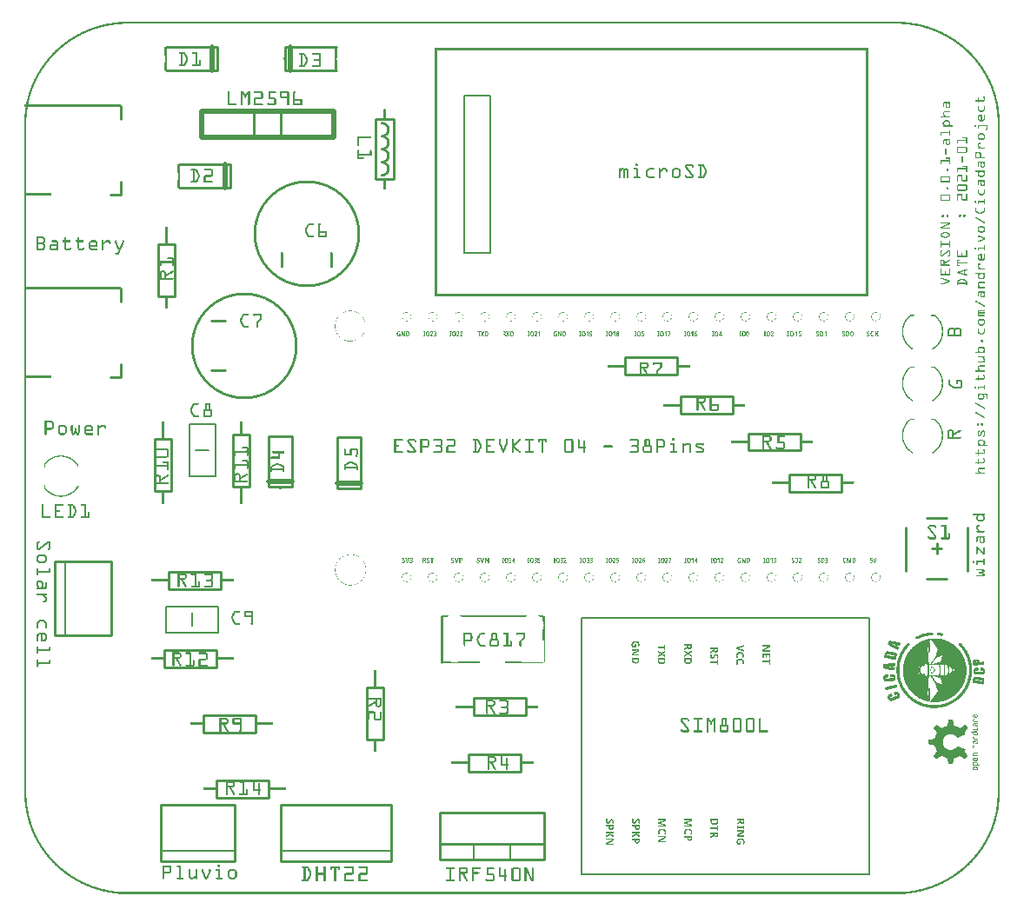
<source format=gto>
G04 MADE WITH FRITZING*
G04 WWW.FRITZING.ORG*
G04 DOUBLE SIDED*
G04 HOLES PLATED*
G04 CONTOUR ON CENTER OF CONTOUR VECTOR*
%ASAXBY*%
%FSLAX23Y23*%
%MOIN*%
%OFA0B0*%
%SFA1.0B1.0*%
%ADD10C,0.410000X0.39*%
%ADD11R,0.080000X0.240000X0.060000X0.220000*%
%ADD12C,0.010000*%
%ADD13R,1.108856X0.990748X1.095864X0.977756*%
%ADD14C,0.006496*%
%ADD15R,0.106778X0.611111X0.092889X0.597223*%
%ADD16C,0.006944*%
%ADD17C,0.005000*%
%ADD18C,0.009799*%
%ADD19C,0.008000*%
%ADD20C,0.020000*%
%ADD21R,0.001000X0.001000*%
%LNSILK1*%
G90*
G70*
G54D10*
X844Y2104D03*
X1082Y2532D03*
G54D12*
X1346Y2973D02*
X1416Y2973D01*
X1416Y2743D01*
X1346Y2743D01*
X1346Y2973D01*
D02*
G54D14*
X2136Y1060D02*
X3239Y1060D01*
X3239Y76D01*
X2136Y76D01*
X2136Y1060D01*
D02*
G54D16*
X1686Y3065D02*
X1786Y3065D01*
X1786Y2461D01*
X1686Y2461D01*
X1686Y3065D01*
D02*
G54D12*
X1994Y134D02*
X1594Y134D01*
D02*
X1594Y134D02*
X1594Y314D01*
D02*
X1594Y314D02*
X1994Y314D01*
D02*
X1994Y314D02*
X1994Y134D01*
D02*
X1994Y134D02*
X1594Y134D01*
D02*
X1594Y134D02*
X1594Y194D01*
D02*
X1594Y194D02*
X1994Y194D01*
D02*
X1994Y194D02*
X1994Y134D01*
G54D17*
D02*
X1864Y134D02*
X1864Y194D01*
D02*
X1724Y134D02*
X1724Y194D01*
G54D18*
D02*
X1599Y1067D02*
X1599Y890D01*
G54D12*
D02*
X3537Y1209D02*
X3458Y1209D01*
D02*
X3616Y1406D02*
X3616Y1239D01*
D02*
X3379Y1406D02*
X3379Y1239D01*
D02*
X3537Y1445D02*
X3458Y1445D01*
D02*
X3517Y1327D02*
X3478Y1327D01*
D02*
X3498Y1308D02*
X3498Y1347D01*
D02*
X1406Y342D02*
X983Y342D01*
D02*
X983Y342D02*
X983Y126D01*
D02*
X983Y126D02*
X1406Y126D01*
D02*
X1406Y126D02*
X1406Y342D01*
G54D17*
D02*
X983Y166D02*
X1406Y166D01*
G54D12*
D02*
X332Y992D02*
X332Y1277D01*
D02*
X332Y1277D02*
X116Y1277D01*
D02*
X116Y1277D02*
X116Y992D01*
D02*
X116Y992D02*
X332Y992D01*
G54D17*
D02*
X156Y1277D02*
X156Y992D01*
G54D12*
D02*
X806Y342D02*
X521Y342D01*
D02*
X521Y342D02*
X521Y126D01*
D02*
X521Y126D02*
X806Y126D01*
D02*
X806Y126D02*
X806Y342D01*
G54D17*
D02*
X521Y166D02*
X806Y166D01*
G54D19*
D02*
X644Y1079D02*
X644Y1029D01*
D02*
X544Y1104D02*
X744Y1104D01*
D02*
X744Y1104D02*
X744Y1004D01*
D02*
X744Y1004D02*
X544Y1004D01*
D02*
X544Y1004D02*
X544Y1104D01*
D02*
X706Y1702D02*
X656Y1702D01*
D02*
X731Y1802D02*
X731Y1602D01*
D02*
X731Y1602D02*
X631Y1602D01*
D02*
X631Y1602D02*
X631Y1802D01*
D02*
X631Y1802D02*
X731Y1802D01*
G54D20*
D02*
X678Y2905D02*
X1187Y2905D01*
D02*
X1187Y2905D02*
X1187Y3005D01*
D02*
X1187Y3005D02*
X678Y3005D01*
D02*
X678Y3005D02*
X678Y2905D01*
G54D12*
D02*
X878Y2905D02*
X878Y3005D01*
D02*
X983Y2905D02*
X983Y3005D01*
D02*
X369Y2324D02*
X369Y2274D01*
D02*
X329Y1984D02*
X369Y1984D01*
D02*
X369Y1984D02*
X369Y2034D01*
D02*
X369Y3024D02*
X369Y2974D01*
D02*
X329Y2684D02*
X369Y2684D01*
D02*
X369Y2684D02*
X369Y2734D01*
D02*
X1000Y3249D02*
X1195Y3249D01*
D02*
X1195Y3159D02*
X1000Y3159D01*
D02*
X1000Y3159D02*
X1000Y3249D01*
G54D20*
D02*
X1020Y3159D02*
X1020Y3249D01*
G54D12*
D02*
X788Y2709D02*
X593Y2709D01*
D02*
X593Y2799D02*
X788Y2799D01*
D02*
X788Y2799D02*
X788Y2709D01*
G54D20*
D02*
X768Y2799D02*
X768Y2709D01*
G54D12*
D02*
X1199Y1558D02*
X1199Y1753D01*
D02*
X1289Y1753D02*
X1289Y1558D01*
D02*
X1289Y1558D02*
X1199Y1558D01*
G54D20*
D02*
X1289Y1578D02*
X1199Y1578D01*
G54D12*
D02*
X935Y1562D02*
X935Y1757D01*
D02*
X1025Y1757D02*
X1025Y1562D01*
D02*
X1025Y1562D02*
X935Y1562D01*
G54D20*
D02*
X1025Y1582D02*
X935Y1582D01*
G54D12*
D02*
X738Y3159D02*
X543Y3159D01*
D02*
X543Y3249D02*
X738Y3249D01*
D02*
X738Y3249D02*
X738Y3159D01*
G54D20*
D02*
X718Y3249D02*
X718Y3159D01*
G54D12*
D02*
X935Y371D02*
X735Y371D01*
D02*
X735Y371D02*
X735Y437D01*
D02*
X735Y437D02*
X935Y437D01*
D02*
X935Y437D02*
X935Y371D01*
D02*
X554Y1237D02*
X754Y1237D01*
D02*
X754Y1237D02*
X754Y1171D01*
D02*
X754Y1171D02*
X554Y1171D01*
D02*
X554Y1171D02*
X554Y1237D01*
D02*
X735Y871D02*
X535Y871D01*
D02*
X535Y871D02*
X535Y937D01*
D02*
X535Y937D02*
X735Y937D01*
D02*
X735Y937D02*
X735Y871D01*
D02*
X798Y1565D02*
X798Y1765D01*
D02*
X798Y1765D02*
X864Y1765D01*
D02*
X864Y1765D02*
X864Y1565D01*
D02*
X864Y1565D02*
X798Y1565D01*
D02*
X564Y1746D02*
X564Y1546D01*
D02*
X564Y1546D02*
X498Y1546D01*
D02*
X498Y1546D02*
X498Y1746D01*
D02*
X498Y1746D02*
X564Y1746D01*
D02*
X885Y621D02*
X685Y621D01*
D02*
X685Y621D02*
X685Y687D01*
D02*
X685Y687D02*
X885Y687D01*
D02*
X885Y687D02*
X885Y621D01*
D02*
X2933Y1610D02*
X3133Y1610D01*
D02*
X3133Y1610D02*
X3133Y1544D01*
D02*
X3133Y1544D02*
X2933Y1544D01*
D02*
X2933Y1544D02*
X2933Y1610D01*
D02*
X2304Y2059D02*
X2504Y2059D01*
D02*
X2504Y2059D02*
X2504Y1993D01*
D02*
X2504Y1993D02*
X2304Y1993D01*
D02*
X2304Y1993D02*
X2304Y2059D01*
D02*
X2516Y1909D02*
X2716Y1909D01*
D02*
X2716Y1909D02*
X2716Y1843D01*
D02*
X2716Y1843D02*
X2516Y1843D01*
D02*
X2516Y1843D02*
X2516Y1909D01*
D02*
X2776Y1768D02*
X2976Y1768D01*
D02*
X2976Y1768D02*
X2976Y1702D01*
D02*
X2976Y1702D02*
X2776Y1702D01*
D02*
X2776Y1702D02*
X2776Y1768D01*
D02*
X1721Y752D02*
X1921Y752D01*
D02*
X1921Y752D02*
X1921Y686D01*
D02*
X1921Y686D02*
X1721Y686D01*
D02*
X1721Y686D02*
X1721Y752D01*
D02*
X1704Y537D02*
X1904Y537D01*
D02*
X1904Y537D02*
X1904Y471D01*
D02*
X1904Y471D02*
X1704Y471D01*
D02*
X1704Y471D02*
X1704Y537D01*
D02*
X1377Y794D02*
X1377Y594D01*
D02*
X1377Y594D02*
X1311Y594D01*
D02*
X1311Y594D02*
X1311Y794D01*
D02*
X1311Y794D02*
X1377Y794D01*
D02*
X577Y2494D02*
X577Y2294D01*
D02*
X577Y2294D02*
X511Y2294D01*
D02*
X511Y2294D02*
X511Y2494D01*
D02*
X511Y2494D02*
X577Y2494D01*
G54D21*
X375Y3346D02*
X3364Y3346D01*
X361Y3345D02*
X3378Y3345D01*
X351Y3344D02*
X3388Y3344D01*
X343Y3343D02*
X3396Y3343D01*
X336Y3342D02*
X3403Y3342D01*
X329Y3341D02*
X3410Y3341D01*
X324Y3340D02*
X3415Y3340D01*
X318Y3339D02*
X3421Y3339D01*
X313Y3338D02*
X375Y3338D01*
X3364Y3338D02*
X3426Y3338D01*
X309Y3337D02*
X360Y3337D01*
X3379Y3337D02*
X3430Y3337D01*
X304Y3336D02*
X350Y3336D01*
X3389Y3336D02*
X3435Y3336D01*
X300Y3335D02*
X342Y3335D01*
X3397Y3335D02*
X3439Y3335D01*
X296Y3334D02*
X335Y3334D01*
X3404Y3334D02*
X3443Y3334D01*
X292Y3333D02*
X329Y3333D01*
X3410Y3333D02*
X3447Y3333D01*
X288Y3332D02*
X323Y3332D01*
X3416Y3332D02*
X3451Y3332D01*
X285Y3331D02*
X318Y3331D01*
X3421Y3331D02*
X3454Y3331D01*
X282Y3330D02*
X313Y3330D01*
X3426Y3330D02*
X3457Y3330D01*
X278Y3329D02*
X308Y3329D01*
X3431Y3329D02*
X3461Y3329D01*
X275Y3328D02*
X304Y3328D01*
X3435Y3328D02*
X3464Y3328D01*
X272Y3327D02*
X300Y3327D01*
X3439Y3327D02*
X3467Y3327D01*
X269Y3326D02*
X296Y3326D01*
X3443Y3326D02*
X3470Y3326D01*
X266Y3325D02*
X292Y3325D01*
X3447Y3325D02*
X3473Y3325D01*
X263Y3324D02*
X288Y3324D01*
X3451Y3324D02*
X3476Y3324D01*
X260Y3323D02*
X285Y3323D01*
X3454Y3323D02*
X3479Y3323D01*
X257Y3322D02*
X281Y3322D01*
X3458Y3322D02*
X3482Y3322D01*
X255Y3321D02*
X278Y3321D01*
X3461Y3321D02*
X3484Y3321D01*
X252Y3320D02*
X275Y3320D01*
X3464Y3320D02*
X3487Y3320D01*
X250Y3319D02*
X272Y3319D01*
X3467Y3319D02*
X3489Y3319D01*
X247Y3318D02*
X269Y3318D01*
X3470Y3318D02*
X3492Y3318D01*
X245Y3317D02*
X266Y3317D01*
X3473Y3317D02*
X3494Y3317D01*
X242Y3316D02*
X263Y3316D01*
X3476Y3316D02*
X3497Y3316D01*
X240Y3315D02*
X260Y3315D01*
X3479Y3315D02*
X3499Y3315D01*
X237Y3314D02*
X258Y3314D01*
X3481Y3314D02*
X3502Y3314D01*
X235Y3313D02*
X255Y3313D01*
X3484Y3313D02*
X3504Y3313D01*
X233Y3312D02*
X252Y3312D01*
X3487Y3312D02*
X3506Y3312D01*
X231Y3311D02*
X250Y3311D01*
X3489Y3311D02*
X3508Y3311D01*
X228Y3310D02*
X247Y3310D01*
X3492Y3310D02*
X3511Y3310D01*
X226Y3309D02*
X245Y3309D01*
X3494Y3309D02*
X3513Y3309D01*
X224Y3308D02*
X242Y3308D01*
X3497Y3308D02*
X3515Y3308D01*
X222Y3307D02*
X240Y3307D01*
X3499Y3307D02*
X3517Y3307D01*
X220Y3306D02*
X238Y3306D01*
X3501Y3306D02*
X3519Y3306D01*
X218Y3305D02*
X235Y3305D01*
X3504Y3305D02*
X3521Y3305D01*
X216Y3304D02*
X233Y3304D01*
X3506Y3304D02*
X3523Y3304D01*
X214Y3303D02*
X231Y3303D01*
X3508Y3303D02*
X3525Y3303D01*
X212Y3302D02*
X229Y3302D01*
X3510Y3302D02*
X3527Y3302D01*
X210Y3301D02*
X226Y3301D01*
X3513Y3301D02*
X3529Y3301D01*
X208Y3300D02*
X224Y3300D01*
X3515Y3300D02*
X3531Y3300D01*
X206Y3299D02*
X222Y3299D01*
X3517Y3299D02*
X3533Y3299D01*
X204Y3298D02*
X220Y3298D01*
X3518Y3298D02*
X3535Y3298D01*
X203Y3297D02*
X219Y3297D01*
X3520Y3297D02*
X3536Y3297D01*
X201Y3296D02*
X217Y3296D01*
X3522Y3296D02*
X3538Y3296D01*
X199Y3295D02*
X215Y3295D01*
X3524Y3295D02*
X3540Y3295D01*
X197Y3294D02*
X213Y3294D01*
X3526Y3294D02*
X3542Y3294D01*
X195Y3293D02*
X211Y3293D01*
X3528Y3293D02*
X3544Y3293D01*
X194Y3292D02*
X209Y3292D01*
X3530Y3292D02*
X3545Y3292D01*
X192Y3291D02*
X207Y3291D01*
X3532Y3291D02*
X3547Y3291D01*
X190Y3290D02*
X205Y3290D01*
X3534Y3290D02*
X3549Y3290D01*
X189Y3289D02*
X203Y3289D01*
X3536Y3289D02*
X3550Y3289D01*
X187Y3288D02*
X202Y3288D01*
X3537Y3288D02*
X3552Y3288D01*
X185Y3287D02*
X200Y3287D01*
X3539Y3287D02*
X3554Y3287D01*
X184Y3286D02*
X198Y3286D01*
X3541Y3286D02*
X3555Y3286D01*
X182Y3285D02*
X196Y3285D01*
X3543Y3285D02*
X3557Y3285D01*
X181Y3284D02*
X194Y3284D01*
X3544Y3284D02*
X3558Y3284D01*
X179Y3283D02*
X193Y3283D01*
X3546Y3283D02*
X3560Y3283D01*
X177Y3282D02*
X191Y3282D01*
X3548Y3282D02*
X3562Y3282D01*
X176Y3281D02*
X190Y3281D01*
X3549Y3281D02*
X3563Y3281D01*
X174Y3280D02*
X188Y3280D01*
X3551Y3280D02*
X3565Y3280D01*
X173Y3279D02*
X186Y3279D01*
X3553Y3279D02*
X3566Y3279D01*
X171Y3278D02*
X185Y3278D01*
X3554Y3278D02*
X3568Y3278D01*
X170Y3277D02*
X183Y3277D01*
X3556Y3277D02*
X3569Y3277D01*
X168Y3276D02*
X182Y3276D01*
X3557Y3276D02*
X3571Y3276D01*
X167Y3275D02*
X180Y3275D01*
X3559Y3275D02*
X3572Y3275D01*
X166Y3274D02*
X179Y3274D01*
X3560Y3274D02*
X3573Y3274D01*
X164Y3273D02*
X177Y3273D01*
X3562Y3273D02*
X3575Y3273D01*
X163Y3272D02*
X176Y3272D01*
X3563Y3272D02*
X3576Y3272D01*
X161Y3271D02*
X174Y3271D01*
X3565Y3271D02*
X3578Y3271D01*
X160Y3270D02*
X173Y3270D01*
X3566Y3270D02*
X3579Y3270D01*
X158Y3269D02*
X171Y3269D01*
X3568Y3269D02*
X3581Y3269D01*
X157Y3268D02*
X170Y3268D01*
X3569Y3268D02*
X3582Y3268D01*
X156Y3267D02*
X168Y3267D01*
X3571Y3267D02*
X3583Y3267D01*
X155Y3266D02*
X167Y3266D01*
X3572Y3266D02*
X3584Y3266D01*
X153Y3265D02*
X166Y3265D01*
X3573Y3265D02*
X3586Y3265D01*
X152Y3264D02*
X164Y3264D01*
X3575Y3264D02*
X3587Y3264D01*
X151Y3263D02*
X163Y3263D01*
X3576Y3263D02*
X3588Y3263D01*
X149Y3262D02*
X161Y3262D01*
X3578Y3262D02*
X3590Y3262D01*
X148Y3261D02*
X160Y3261D01*
X3579Y3261D02*
X3591Y3261D01*
X147Y3260D02*
X159Y3260D01*
X3580Y3260D02*
X3592Y3260D01*
X145Y3259D02*
X158Y3259D01*
X3581Y3259D02*
X3594Y3259D01*
X144Y3258D02*
X156Y3258D01*
X3583Y3258D02*
X3595Y3258D01*
X143Y3257D02*
X155Y3257D01*
X3584Y3257D02*
X3596Y3257D01*
X142Y3256D02*
X154Y3256D01*
X3585Y3256D02*
X3597Y3256D01*
X141Y3255D02*
X152Y3255D01*
X3587Y3255D02*
X3598Y3255D01*
X139Y3254D02*
X151Y3254D01*
X3588Y3254D02*
X3600Y3254D01*
X138Y3253D02*
X150Y3253D01*
X3589Y3253D02*
X3601Y3253D01*
X137Y3252D02*
X148Y3252D01*
X3591Y3252D02*
X3602Y3252D01*
X136Y3251D02*
X147Y3251D01*
X3592Y3251D02*
X3603Y3251D01*
X135Y3250D02*
X146Y3250D01*
X3593Y3250D02*
X3604Y3250D01*
X134Y3249D02*
X145Y3249D01*
X3594Y3249D02*
X3605Y3249D01*
X132Y3248D02*
X144Y3248D01*
X538Y3248D02*
X547Y3248D01*
X1190Y3248D02*
X1199Y3248D01*
X3595Y3248D02*
X3607Y3248D01*
X131Y3247D02*
X143Y3247D01*
X538Y3247D02*
X547Y3247D01*
X1190Y3247D02*
X1199Y3247D01*
X1574Y3247D02*
X3236Y3247D01*
X3596Y3247D02*
X3608Y3247D01*
X130Y3246D02*
X141Y3246D01*
X538Y3246D02*
X547Y3246D01*
X1190Y3246D02*
X1199Y3246D01*
X1574Y3246D02*
X3236Y3246D01*
X3598Y3246D02*
X3609Y3246D01*
X129Y3245D02*
X140Y3245D01*
X538Y3245D02*
X547Y3245D01*
X1190Y3245D02*
X1199Y3245D01*
X1574Y3245D02*
X3236Y3245D01*
X3599Y3245D02*
X3610Y3245D01*
X128Y3244D02*
X139Y3244D01*
X538Y3244D02*
X547Y3244D01*
X1190Y3244D02*
X1199Y3244D01*
X1574Y3244D02*
X3236Y3244D01*
X3600Y3244D02*
X3611Y3244D01*
X127Y3243D02*
X138Y3243D01*
X538Y3243D02*
X547Y3243D01*
X1190Y3243D02*
X1199Y3243D01*
X1574Y3243D02*
X3236Y3243D01*
X3601Y3243D02*
X3612Y3243D01*
X126Y3242D02*
X137Y3242D01*
X538Y3242D02*
X547Y3242D01*
X1190Y3242D02*
X1199Y3242D01*
X1574Y3242D02*
X3236Y3242D01*
X3602Y3242D02*
X3613Y3242D01*
X125Y3241D02*
X135Y3241D01*
X538Y3241D02*
X547Y3241D01*
X1190Y3241D02*
X1199Y3241D01*
X1574Y3241D02*
X3236Y3241D01*
X3604Y3241D02*
X3614Y3241D01*
X124Y3240D02*
X134Y3240D01*
X538Y3240D02*
X547Y3240D01*
X1190Y3240D02*
X1199Y3240D01*
X1574Y3240D02*
X3236Y3240D01*
X3605Y3240D02*
X3615Y3240D01*
X122Y3239D02*
X133Y3239D01*
X538Y3239D02*
X547Y3239D01*
X1190Y3239D02*
X1199Y3239D01*
X1574Y3239D02*
X3236Y3239D01*
X3606Y3239D02*
X3617Y3239D01*
X121Y3238D02*
X132Y3238D01*
X538Y3238D02*
X547Y3238D01*
X1190Y3238D02*
X1199Y3238D01*
X1574Y3238D02*
X3236Y3238D01*
X3607Y3238D02*
X3618Y3238D01*
X120Y3237D02*
X131Y3237D01*
X538Y3237D02*
X547Y3237D01*
X1190Y3237D02*
X1199Y3237D01*
X1574Y3237D02*
X1583Y3237D01*
X3228Y3237D02*
X3236Y3237D01*
X3608Y3237D02*
X3619Y3237D01*
X119Y3236D02*
X130Y3236D01*
X538Y3236D02*
X547Y3236D01*
X1190Y3236D02*
X1199Y3236D01*
X1574Y3236D02*
X1583Y3236D01*
X3228Y3236D02*
X3236Y3236D01*
X3609Y3236D02*
X3620Y3236D01*
X118Y3235D02*
X129Y3235D01*
X538Y3235D02*
X547Y3235D01*
X1190Y3235D02*
X1199Y3235D01*
X1574Y3235D02*
X1583Y3235D01*
X3228Y3235D02*
X3236Y3235D01*
X3610Y3235D02*
X3621Y3235D01*
X117Y3234D02*
X128Y3234D01*
X538Y3234D02*
X547Y3234D01*
X1190Y3234D02*
X1199Y3234D01*
X1574Y3234D02*
X1583Y3234D01*
X3228Y3234D02*
X3236Y3234D01*
X3611Y3234D02*
X3622Y3234D01*
X116Y3233D02*
X127Y3233D01*
X538Y3233D02*
X547Y3233D01*
X1190Y3233D02*
X1199Y3233D01*
X1574Y3233D02*
X1583Y3233D01*
X3228Y3233D02*
X3236Y3233D01*
X3612Y3233D02*
X3623Y3233D01*
X115Y3232D02*
X126Y3232D01*
X538Y3232D02*
X547Y3232D01*
X1190Y3232D02*
X1199Y3232D01*
X1574Y3232D02*
X1583Y3232D01*
X3228Y3232D02*
X3236Y3232D01*
X3613Y3232D02*
X3624Y3232D01*
X114Y3231D02*
X125Y3231D01*
X538Y3231D02*
X547Y3231D01*
X1190Y3231D02*
X1199Y3231D01*
X1574Y3231D02*
X1583Y3231D01*
X3228Y3231D02*
X3236Y3231D01*
X3614Y3231D02*
X3625Y3231D01*
X113Y3230D02*
X124Y3230D01*
X538Y3230D02*
X547Y3230D01*
X595Y3230D02*
X611Y3230D01*
X645Y3230D02*
X663Y3230D01*
X1190Y3230D02*
X1199Y3230D01*
X1574Y3230D02*
X1583Y3230D01*
X3228Y3230D02*
X3236Y3230D01*
X3615Y3230D02*
X3626Y3230D01*
X112Y3229D02*
X122Y3229D01*
X538Y3229D02*
X547Y3229D01*
X594Y3229D02*
X613Y3229D01*
X644Y3229D02*
X663Y3229D01*
X1190Y3229D02*
X1199Y3229D01*
X1574Y3229D02*
X1583Y3229D01*
X3228Y3229D02*
X3236Y3229D01*
X3616Y3229D02*
X3627Y3229D01*
X111Y3228D02*
X121Y3228D01*
X538Y3228D02*
X547Y3228D01*
X593Y3228D02*
X615Y3228D01*
X643Y3228D02*
X663Y3228D01*
X1190Y3228D02*
X1199Y3228D01*
X1574Y3228D02*
X1583Y3228D01*
X3228Y3228D02*
X3236Y3228D01*
X3618Y3228D02*
X3628Y3228D01*
X110Y3227D02*
X120Y3227D01*
X538Y3227D02*
X547Y3227D01*
X593Y3227D02*
X616Y3227D01*
X643Y3227D02*
X663Y3227D01*
X1190Y3227D02*
X1199Y3227D01*
X1574Y3227D02*
X1583Y3227D01*
X3228Y3227D02*
X3236Y3227D01*
X3619Y3227D02*
X3629Y3227D01*
X109Y3226D02*
X119Y3226D01*
X538Y3226D02*
X547Y3226D01*
X593Y3226D02*
X617Y3226D01*
X643Y3226D02*
X663Y3226D01*
X1054Y3226D02*
X1071Y3226D01*
X1104Y3226D02*
X1132Y3226D01*
X1190Y3226D02*
X1199Y3226D01*
X1574Y3226D02*
X1583Y3226D01*
X3228Y3226D02*
X3236Y3226D01*
X3620Y3226D02*
X3630Y3226D01*
X108Y3225D02*
X118Y3225D01*
X538Y3225D02*
X547Y3225D01*
X593Y3225D02*
X617Y3225D01*
X644Y3225D02*
X663Y3225D01*
X1053Y3225D02*
X1073Y3225D01*
X1103Y3225D02*
X1134Y3225D01*
X1190Y3225D02*
X1199Y3225D01*
X1574Y3225D02*
X1583Y3225D01*
X3228Y3225D02*
X3236Y3225D01*
X3621Y3225D02*
X3631Y3225D01*
X107Y3224D02*
X117Y3224D01*
X538Y3224D02*
X547Y3224D01*
X594Y3224D02*
X618Y3224D01*
X645Y3224D02*
X663Y3224D01*
X1053Y3224D02*
X1075Y3224D01*
X1103Y3224D02*
X1135Y3224D01*
X1190Y3224D02*
X1199Y3224D01*
X1574Y3224D02*
X1583Y3224D01*
X3228Y3224D02*
X3236Y3224D01*
X3622Y3224D02*
X3632Y3224D01*
X106Y3223D02*
X116Y3223D01*
X538Y3223D02*
X547Y3223D01*
X600Y3223D02*
X606Y3223D01*
X611Y3223D02*
X618Y3223D01*
X657Y3223D02*
X663Y3223D01*
X1053Y3223D02*
X1076Y3223D01*
X1103Y3223D02*
X1135Y3223D01*
X1190Y3223D02*
X1199Y3223D01*
X1574Y3223D02*
X1583Y3223D01*
X3228Y3223D02*
X3236Y3223D01*
X3623Y3223D02*
X3633Y3223D01*
X105Y3222D02*
X116Y3222D01*
X538Y3222D02*
X547Y3222D01*
X600Y3222D02*
X606Y3222D01*
X612Y3222D02*
X619Y3222D01*
X657Y3222D02*
X663Y3222D01*
X1053Y3222D02*
X1076Y3222D01*
X1103Y3222D02*
X1136Y3222D01*
X1190Y3222D02*
X1199Y3222D01*
X1574Y3222D02*
X1583Y3222D01*
X3228Y3222D02*
X3236Y3222D01*
X3623Y3222D02*
X3634Y3222D01*
X104Y3221D02*
X115Y3221D01*
X538Y3221D02*
X547Y3221D01*
X600Y3221D02*
X606Y3221D01*
X612Y3221D02*
X619Y3221D01*
X657Y3221D02*
X663Y3221D01*
X1053Y3221D02*
X1077Y3221D01*
X1104Y3221D02*
X1136Y3221D01*
X1190Y3221D02*
X1199Y3221D01*
X1574Y3221D02*
X1583Y3221D01*
X3228Y3221D02*
X3236Y3221D01*
X3624Y3221D02*
X3635Y3221D01*
X103Y3220D02*
X114Y3220D01*
X538Y3220D02*
X547Y3220D01*
X600Y3220D02*
X606Y3220D01*
X613Y3220D02*
X620Y3220D01*
X657Y3220D02*
X663Y3220D01*
X1055Y3220D02*
X1078Y3220D01*
X1105Y3220D02*
X1136Y3220D01*
X1190Y3220D02*
X1199Y3220D01*
X1574Y3220D02*
X1583Y3220D01*
X3228Y3220D02*
X3236Y3220D01*
X3625Y3220D02*
X3636Y3220D01*
X102Y3219D02*
X113Y3219D01*
X538Y3219D02*
X547Y3219D01*
X600Y3219D02*
X606Y3219D01*
X613Y3219D02*
X620Y3219D01*
X657Y3219D02*
X663Y3219D01*
X1059Y3219D02*
X1065Y3219D01*
X1071Y3219D02*
X1078Y3219D01*
X1130Y3219D02*
X1136Y3219D01*
X1190Y3219D02*
X1199Y3219D01*
X1574Y3219D02*
X1583Y3219D01*
X3228Y3219D02*
X3236Y3219D01*
X3626Y3219D02*
X3637Y3219D01*
X102Y3218D02*
X112Y3218D01*
X538Y3218D02*
X547Y3218D01*
X600Y3218D02*
X606Y3218D01*
X614Y3218D02*
X621Y3218D01*
X657Y3218D02*
X663Y3218D01*
X1059Y3218D02*
X1065Y3218D01*
X1072Y3218D02*
X1079Y3218D01*
X1130Y3218D02*
X1136Y3218D01*
X1190Y3218D02*
X1199Y3218D01*
X1574Y3218D02*
X1583Y3218D01*
X3228Y3218D02*
X3236Y3218D01*
X3627Y3218D02*
X3637Y3218D01*
X101Y3217D02*
X111Y3217D01*
X538Y3217D02*
X547Y3217D01*
X600Y3217D02*
X606Y3217D01*
X615Y3217D02*
X621Y3217D01*
X657Y3217D02*
X663Y3217D01*
X1059Y3217D02*
X1065Y3217D01*
X1072Y3217D02*
X1079Y3217D01*
X1130Y3217D02*
X1136Y3217D01*
X1190Y3217D02*
X1199Y3217D01*
X1574Y3217D02*
X1583Y3217D01*
X3228Y3217D02*
X3236Y3217D01*
X3628Y3217D02*
X3638Y3217D01*
X100Y3216D02*
X110Y3216D01*
X539Y3216D02*
X547Y3216D01*
X600Y3216D02*
X606Y3216D01*
X615Y3216D02*
X622Y3216D01*
X657Y3216D02*
X663Y3216D01*
X1059Y3216D02*
X1065Y3216D01*
X1073Y3216D02*
X1080Y3216D01*
X1130Y3216D02*
X1136Y3216D01*
X1190Y3216D02*
X1199Y3216D01*
X1574Y3216D02*
X1583Y3216D01*
X3228Y3216D02*
X3236Y3216D01*
X3629Y3216D02*
X3639Y3216D01*
X99Y3215D02*
X109Y3215D01*
X539Y3215D02*
X547Y3215D01*
X600Y3215D02*
X606Y3215D01*
X616Y3215D02*
X622Y3215D01*
X657Y3215D02*
X663Y3215D01*
X1059Y3215D02*
X1065Y3215D01*
X1073Y3215D02*
X1080Y3215D01*
X1130Y3215D02*
X1136Y3215D01*
X1190Y3215D02*
X1199Y3215D01*
X1574Y3215D02*
X1583Y3215D01*
X3228Y3215D02*
X3236Y3215D01*
X3630Y3215D02*
X3640Y3215D01*
X98Y3214D02*
X108Y3214D01*
X539Y3214D02*
X547Y3214D01*
X600Y3214D02*
X606Y3214D01*
X616Y3214D02*
X623Y3214D01*
X657Y3214D02*
X663Y3214D01*
X1059Y3214D02*
X1065Y3214D01*
X1074Y3214D02*
X1081Y3214D01*
X1130Y3214D02*
X1136Y3214D01*
X1190Y3214D02*
X1199Y3214D01*
X1574Y3214D02*
X1583Y3214D01*
X3228Y3214D02*
X3236Y3214D01*
X3631Y3214D02*
X3641Y3214D01*
X97Y3213D02*
X107Y3213D01*
X539Y3213D02*
X547Y3213D01*
X600Y3213D02*
X606Y3213D01*
X617Y3213D02*
X623Y3213D01*
X657Y3213D02*
X663Y3213D01*
X1059Y3213D02*
X1065Y3213D01*
X1074Y3213D02*
X1081Y3213D01*
X1130Y3213D02*
X1136Y3213D01*
X1190Y3213D02*
X1198Y3213D01*
X1574Y3213D02*
X1583Y3213D01*
X3228Y3213D02*
X3236Y3213D01*
X3632Y3213D02*
X3642Y3213D01*
X96Y3212D02*
X106Y3212D01*
X540Y3212D02*
X547Y3212D01*
X600Y3212D02*
X606Y3212D01*
X617Y3212D02*
X624Y3212D01*
X657Y3212D02*
X663Y3212D01*
X1059Y3212D02*
X1065Y3212D01*
X1075Y3212D02*
X1082Y3212D01*
X1130Y3212D02*
X1136Y3212D01*
X1190Y3212D02*
X1198Y3212D01*
X1574Y3212D02*
X1583Y3212D01*
X3228Y3212D02*
X3236Y3212D01*
X3633Y3212D02*
X3643Y3212D01*
X95Y3211D02*
X105Y3211D01*
X540Y3211D02*
X547Y3211D01*
X600Y3211D02*
X606Y3211D01*
X618Y3211D02*
X624Y3211D01*
X657Y3211D02*
X663Y3211D01*
X1059Y3211D02*
X1065Y3211D01*
X1075Y3211D02*
X1082Y3211D01*
X1130Y3211D02*
X1136Y3211D01*
X1190Y3211D02*
X1198Y3211D01*
X1574Y3211D02*
X1583Y3211D01*
X3228Y3211D02*
X3236Y3211D01*
X3634Y3211D02*
X3644Y3211D01*
X95Y3210D02*
X104Y3210D01*
X540Y3210D02*
X547Y3210D01*
X600Y3210D02*
X606Y3210D01*
X618Y3210D02*
X625Y3210D01*
X657Y3210D02*
X663Y3210D01*
X1059Y3210D02*
X1065Y3210D01*
X1076Y3210D02*
X1083Y3210D01*
X1130Y3210D02*
X1136Y3210D01*
X1190Y3210D02*
X1198Y3210D01*
X1574Y3210D02*
X1583Y3210D01*
X3228Y3210D02*
X3236Y3210D01*
X3635Y3210D02*
X3644Y3210D01*
X94Y3209D02*
X103Y3209D01*
X540Y3209D02*
X547Y3209D01*
X600Y3209D02*
X606Y3209D01*
X619Y3209D02*
X625Y3209D01*
X657Y3209D02*
X663Y3209D01*
X1059Y3209D02*
X1065Y3209D01*
X1076Y3209D02*
X1083Y3209D01*
X1130Y3209D02*
X1136Y3209D01*
X1190Y3209D02*
X1198Y3209D01*
X1574Y3209D02*
X1583Y3209D01*
X3228Y3209D02*
X3236Y3209D01*
X3636Y3209D02*
X3645Y3209D01*
X93Y3208D02*
X102Y3208D01*
X540Y3208D02*
X547Y3208D01*
X600Y3208D02*
X606Y3208D01*
X619Y3208D02*
X626Y3208D01*
X657Y3208D02*
X663Y3208D01*
X738Y3208D02*
X746Y3208D01*
X992Y3208D02*
X999Y3208D01*
X1059Y3208D02*
X1065Y3208D01*
X1077Y3208D02*
X1084Y3208D01*
X1130Y3208D02*
X1136Y3208D01*
X1190Y3208D02*
X1198Y3208D01*
X1574Y3208D02*
X1583Y3208D01*
X3228Y3208D02*
X3236Y3208D01*
X3637Y3208D02*
X3646Y3208D01*
X92Y3207D02*
X102Y3207D01*
X540Y3207D02*
X547Y3207D01*
X600Y3207D02*
X606Y3207D01*
X620Y3207D02*
X626Y3207D01*
X657Y3207D02*
X663Y3207D01*
X738Y3207D02*
X746Y3207D01*
X992Y3207D02*
X999Y3207D01*
X1059Y3207D02*
X1065Y3207D01*
X1077Y3207D02*
X1084Y3207D01*
X1130Y3207D02*
X1136Y3207D01*
X1190Y3207D02*
X1198Y3207D01*
X1574Y3207D02*
X1583Y3207D01*
X3228Y3207D02*
X3236Y3207D01*
X3637Y3207D02*
X3647Y3207D01*
X91Y3206D02*
X101Y3206D01*
X540Y3206D02*
X547Y3206D01*
X600Y3206D02*
X606Y3206D01*
X620Y3206D02*
X626Y3206D01*
X657Y3206D02*
X663Y3206D01*
X738Y3206D02*
X746Y3206D01*
X992Y3206D02*
X999Y3206D01*
X1059Y3206D02*
X1065Y3206D01*
X1078Y3206D02*
X1085Y3206D01*
X1130Y3206D02*
X1136Y3206D01*
X1190Y3206D02*
X1198Y3206D01*
X1574Y3206D02*
X1583Y3206D01*
X3228Y3206D02*
X3236Y3206D01*
X3638Y3206D02*
X3648Y3206D01*
X90Y3205D02*
X100Y3205D01*
X540Y3205D02*
X547Y3205D01*
X600Y3205D02*
X606Y3205D01*
X620Y3205D02*
X626Y3205D01*
X657Y3205D02*
X663Y3205D01*
X738Y3205D02*
X745Y3205D01*
X992Y3205D02*
X999Y3205D01*
X1059Y3205D02*
X1065Y3205D01*
X1078Y3205D02*
X1085Y3205D01*
X1130Y3205D02*
X1136Y3205D01*
X1190Y3205D02*
X1197Y3205D01*
X1574Y3205D02*
X1583Y3205D01*
X3228Y3205D02*
X3236Y3205D01*
X3639Y3205D02*
X3649Y3205D01*
X89Y3204D02*
X99Y3204D01*
X540Y3204D02*
X547Y3204D01*
X600Y3204D02*
X606Y3204D01*
X620Y3204D02*
X626Y3204D01*
X657Y3204D02*
X663Y3204D01*
X738Y3204D02*
X745Y3204D01*
X992Y3204D02*
X999Y3204D01*
X1059Y3204D02*
X1065Y3204D01*
X1079Y3204D02*
X1085Y3204D01*
X1129Y3204D02*
X1136Y3204D01*
X1190Y3204D02*
X1197Y3204D01*
X1574Y3204D02*
X1583Y3204D01*
X3228Y3204D02*
X3236Y3204D01*
X3640Y3204D02*
X3650Y3204D01*
X89Y3203D02*
X98Y3203D01*
X540Y3203D02*
X547Y3203D01*
X600Y3203D02*
X606Y3203D01*
X620Y3203D02*
X626Y3203D01*
X657Y3203D02*
X663Y3203D01*
X738Y3203D02*
X745Y3203D01*
X992Y3203D02*
X999Y3203D01*
X1059Y3203D02*
X1065Y3203D01*
X1079Y3203D02*
X1086Y3203D01*
X1112Y3203D02*
X1136Y3203D01*
X1190Y3203D02*
X1197Y3203D01*
X1574Y3203D02*
X1583Y3203D01*
X3228Y3203D02*
X3236Y3203D01*
X3641Y3203D02*
X3650Y3203D01*
X88Y3202D02*
X97Y3202D01*
X540Y3202D02*
X547Y3202D01*
X600Y3202D02*
X606Y3202D01*
X620Y3202D02*
X626Y3202D01*
X657Y3202D02*
X663Y3202D01*
X738Y3202D02*
X745Y3202D01*
X992Y3202D02*
X999Y3202D01*
X1059Y3202D02*
X1065Y3202D01*
X1080Y3202D02*
X1086Y3202D01*
X1111Y3202D02*
X1135Y3202D01*
X1190Y3202D02*
X1197Y3202D01*
X1574Y3202D02*
X1583Y3202D01*
X3228Y3202D02*
X3236Y3202D01*
X3642Y3202D02*
X3651Y3202D01*
X87Y3201D02*
X96Y3201D01*
X540Y3201D02*
X547Y3201D01*
X600Y3201D02*
X606Y3201D01*
X620Y3201D02*
X626Y3201D01*
X657Y3201D02*
X663Y3201D01*
X738Y3201D02*
X746Y3201D01*
X992Y3201D02*
X999Y3201D01*
X1059Y3201D02*
X1065Y3201D01*
X1080Y3201D02*
X1086Y3201D01*
X1110Y3201D02*
X1135Y3201D01*
X1190Y3201D02*
X1198Y3201D01*
X1574Y3201D02*
X1583Y3201D01*
X3228Y3201D02*
X3236Y3201D01*
X3643Y3201D02*
X3652Y3201D01*
X86Y3200D02*
X95Y3200D01*
X540Y3200D02*
X547Y3200D01*
X600Y3200D02*
X606Y3200D01*
X620Y3200D02*
X626Y3200D01*
X657Y3200D02*
X663Y3200D01*
X672Y3200D02*
X675Y3200D01*
X738Y3200D02*
X746Y3200D01*
X992Y3200D02*
X999Y3200D01*
X1059Y3200D02*
X1065Y3200D01*
X1080Y3200D02*
X1086Y3200D01*
X1110Y3200D02*
X1134Y3200D01*
X1190Y3200D02*
X1198Y3200D01*
X1574Y3200D02*
X1583Y3200D01*
X3228Y3200D02*
X3236Y3200D01*
X3644Y3200D02*
X3653Y3200D01*
X85Y3199D02*
X95Y3199D01*
X540Y3199D02*
X547Y3199D01*
X600Y3199D02*
X606Y3199D01*
X619Y3199D02*
X626Y3199D01*
X657Y3199D02*
X663Y3199D01*
X671Y3199D02*
X676Y3199D01*
X738Y3199D02*
X746Y3199D01*
X992Y3199D02*
X999Y3199D01*
X1059Y3199D02*
X1065Y3199D01*
X1080Y3199D02*
X1086Y3199D01*
X1110Y3199D02*
X1134Y3199D01*
X1190Y3199D02*
X1198Y3199D01*
X1574Y3199D02*
X1583Y3199D01*
X3228Y3199D02*
X3236Y3199D01*
X3644Y3199D02*
X3654Y3199D01*
X85Y3198D02*
X94Y3198D01*
X540Y3198D02*
X547Y3198D01*
X600Y3198D02*
X606Y3198D01*
X619Y3198D02*
X625Y3198D01*
X657Y3198D02*
X663Y3198D01*
X671Y3198D02*
X677Y3198D01*
X1059Y3198D02*
X1065Y3198D01*
X1080Y3198D02*
X1086Y3198D01*
X1110Y3198D02*
X1135Y3198D01*
X1190Y3198D02*
X1198Y3198D01*
X1574Y3198D02*
X1583Y3198D01*
X3228Y3198D02*
X3236Y3198D01*
X3645Y3198D02*
X3654Y3198D01*
X84Y3197D02*
X93Y3197D01*
X540Y3197D02*
X547Y3197D01*
X600Y3197D02*
X606Y3197D01*
X618Y3197D02*
X625Y3197D01*
X657Y3197D02*
X663Y3197D01*
X671Y3197D02*
X677Y3197D01*
X1059Y3197D02*
X1065Y3197D01*
X1080Y3197D02*
X1086Y3197D01*
X1111Y3197D02*
X1135Y3197D01*
X1190Y3197D02*
X1198Y3197D01*
X1574Y3197D02*
X1583Y3197D01*
X3228Y3197D02*
X3236Y3197D01*
X3646Y3197D02*
X3655Y3197D01*
X83Y3196D02*
X92Y3196D01*
X540Y3196D02*
X547Y3196D01*
X600Y3196D02*
X606Y3196D01*
X618Y3196D02*
X625Y3196D01*
X657Y3196D02*
X663Y3196D01*
X671Y3196D02*
X677Y3196D01*
X1059Y3196D02*
X1065Y3196D01*
X1079Y3196D02*
X1086Y3196D01*
X1127Y3196D02*
X1136Y3196D01*
X1190Y3196D02*
X1198Y3196D01*
X1574Y3196D02*
X1583Y3196D01*
X3228Y3196D02*
X3236Y3196D01*
X3647Y3196D02*
X3656Y3196D01*
X82Y3195D02*
X91Y3195D01*
X540Y3195D02*
X547Y3195D01*
X600Y3195D02*
X606Y3195D01*
X617Y3195D02*
X624Y3195D01*
X657Y3195D02*
X663Y3195D01*
X671Y3195D02*
X677Y3195D01*
X1059Y3195D02*
X1065Y3195D01*
X1079Y3195D02*
X1085Y3195D01*
X1129Y3195D02*
X1136Y3195D01*
X1190Y3195D02*
X1198Y3195D01*
X1574Y3195D02*
X1583Y3195D01*
X3228Y3195D02*
X3236Y3195D01*
X3648Y3195D02*
X3657Y3195D01*
X81Y3194D02*
X91Y3194D01*
X539Y3194D02*
X547Y3194D01*
X600Y3194D02*
X606Y3194D01*
X617Y3194D02*
X624Y3194D01*
X657Y3194D02*
X663Y3194D01*
X671Y3194D02*
X677Y3194D01*
X1059Y3194D02*
X1065Y3194D01*
X1078Y3194D02*
X1085Y3194D01*
X1130Y3194D02*
X1136Y3194D01*
X1190Y3194D02*
X1198Y3194D01*
X1574Y3194D02*
X1583Y3194D01*
X3228Y3194D02*
X3236Y3194D01*
X3648Y3194D02*
X3658Y3194D01*
X81Y3193D02*
X90Y3193D01*
X539Y3193D02*
X547Y3193D01*
X600Y3193D02*
X606Y3193D01*
X616Y3193D02*
X623Y3193D01*
X657Y3193D02*
X663Y3193D01*
X671Y3193D02*
X677Y3193D01*
X1059Y3193D02*
X1065Y3193D01*
X1078Y3193D02*
X1085Y3193D01*
X1130Y3193D02*
X1136Y3193D01*
X1190Y3193D02*
X1199Y3193D01*
X1574Y3193D02*
X1583Y3193D01*
X3228Y3193D02*
X3236Y3193D01*
X3649Y3193D02*
X3658Y3193D01*
X80Y3192D02*
X89Y3192D01*
X539Y3192D02*
X547Y3192D01*
X600Y3192D02*
X606Y3192D01*
X616Y3192D02*
X623Y3192D01*
X657Y3192D02*
X663Y3192D01*
X671Y3192D02*
X677Y3192D01*
X1059Y3192D02*
X1065Y3192D01*
X1077Y3192D02*
X1084Y3192D01*
X1130Y3192D02*
X1136Y3192D01*
X1190Y3192D02*
X1199Y3192D01*
X1574Y3192D02*
X1583Y3192D01*
X3228Y3192D02*
X3236Y3192D01*
X3650Y3192D02*
X3659Y3192D01*
X79Y3191D02*
X88Y3191D01*
X539Y3191D02*
X547Y3191D01*
X600Y3191D02*
X606Y3191D01*
X615Y3191D02*
X622Y3191D01*
X657Y3191D02*
X663Y3191D01*
X671Y3191D02*
X677Y3191D01*
X1059Y3191D02*
X1065Y3191D01*
X1077Y3191D02*
X1084Y3191D01*
X1130Y3191D02*
X1136Y3191D01*
X1190Y3191D02*
X1199Y3191D01*
X1574Y3191D02*
X1583Y3191D01*
X3228Y3191D02*
X3236Y3191D01*
X3651Y3191D02*
X3660Y3191D01*
X78Y3190D02*
X87Y3190D01*
X538Y3190D02*
X547Y3190D01*
X600Y3190D02*
X606Y3190D01*
X615Y3190D02*
X622Y3190D01*
X657Y3190D02*
X663Y3190D01*
X671Y3190D02*
X677Y3190D01*
X1059Y3190D02*
X1065Y3190D01*
X1076Y3190D02*
X1083Y3190D01*
X1130Y3190D02*
X1136Y3190D01*
X1190Y3190D02*
X1199Y3190D01*
X1574Y3190D02*
X1583Y3190D01*
X3228Y3190D02*
X3236Y3190D01*
X3652Y3190D02*
X3661Y3190D01*
X77Y3189D02*
X87Y3189D01*
X538Y3189D02*
X547Y3189D01*
X600Y3189D02*
X606Y3189D01*
X614Y3189D02*
X621Y3189D01*
X657Y3189D02*
X663Y3189D01*
X671Y3189D02*
X677Y3189D01*
X1059Y3189D02*
X1065Y3189D01*
X1076Y3189D02*
X1083Y3189D01*
X1130Y3189D02*
X1136Y3189D01*
X1190Y3189D02*
X1199Y3189D01*
X1574Y3189D02*
X1583Y3189D01*
X3228Y3189D02*
X3236Y3189D01*
X3652Y3189D02*
X3662Y3189D01*
X77Y3188D02*
X86Y3188D01*
X538Y3188D02*
X547Y3188D01*
X600Y3188D02*
X606Y3188D01*
X614Y3188D02*
X621Y3188D01*
X657Y3188D02*
X663Y3188D01*
X671Y3188D02*
X677Y3188D01*
X1059Y3188D02*
X1065Y3188D01*
X1075Y3188D02*
X1082Y3188D01*
X1130Y3188D02*
X1136Y3188D01*
X1190Y3188D02*
X1199Y3188D01*
X1574Y3188D02*
X1583Y3188D01*
X3228Y3188D02*
X3236Y3188D01*
X3653Y3188D02*
X3662Y3188D01*
X76Y3187D02*
X85Y3187D01*
X538Y3187D02*
X547Y3187D01*
X600Y3187D02*
X606Y3187D01*
X613Y3187D02*
X620Y3187D01*
X657Y3187D02*
X663Y3187D01*
X671Y3187D02*
X677Y3187D01*
X1059Y3187D02*
X1065Y3187D01*
X1075Y3187D02*
X1082Y3187D01*
X1130Y3187D02*
X1136Y3187D01*
X1190Y3187D02*
X1199Y3187D01*
X1574Y3187D02*
X1583Y3187D01*
X3228Y3187D02*
X3236Y3187D01*
X3654Y3187D02*
X3663Y3187D01*
X75Y3186D02*
X84Y3186D01*
X538Y3186D02*
X547Y3186D01*
X600Y3186D02*
X606Y3186D01*
X613Y3186D02*
X620Y3186D01*
X657Y3186D02*
X663Y3186D01*
X671Y3186D02*
X677Y3186D01*
X1059Y3186D02*
X1065Y3186D01*
X1074Y3186D02*
X1081Y3186D01*
X1130Y3186D02*
X1136Y3186D01*
X1190Y3186D02*
X1199Y3186D01*
X1574Y3186D02*
X1583Y3186D01*
X3228Y3186D02*
X3236Y3186D01*
X3655Y3186D02*
X3664Y3186D01*
X75Y3185D02*
X83Y3185D01*
X538Y3185D02*
X547Y3185D01*
X600Y3185D02*
X606Y3185D01*
X612Y3185D02*
X619Y3185D01*
X657Y3185D02*
X663Y3185D01*
X671Y3185D02*
X677Y3185D01*
X1059Y3185D02*
X1065Y3185D01*
X1074Y3185D02*
X1081Y3185D01*
X1130Y3185D02*
X1136Y3185D01*
X1190Y3185D02*
X1199Y3185D01*
X1574Y3185D02*
X1583Y3185D01*
X3228Y3185D02*
X3236Y3185D01*
X3656Y3185D02*
X3664Y3185D01*
X74Y3184D02*
X83Y3184D01*
X538Y3184D02*
X547Y3184D01*
X600Y3184D02*
X606Y3184D01*
X611Y3184D02*
X619Y3184D01*
X657Y3184D02*
X663Y3184D01*
X671Y3184D02*
X677Y3184D01*
X1059Y3184D02*
X1065Y3184D01*
X1073Y3184D02*
X1080Y3184D01*
X1130Y3184D02*
X1136Y3184D01*
X1190Y3184D02*
X1199Y3184D01*
X1574Y3184D02*
X1583Y3184D01*
X3228Y3184D02*
X3236Y3184D01*
X3656Y3184D02*
X3665Y3184D01*
X73Y3183D02*
X82Y3183D01*
X538Y3183D02*
X547Y3183D01*
X595Y3183D02*
X618Y3183D01*
X645Y3183D02*
X677Y3183D01*
X1059Y3183D02*
X1065Y3183D01*
X1073Y3183D02*
X1080Y3183D01*
X1130Y3183D02*
X1136Y3183D01*
X1190Y3183D02*
X1199Y3183D01*
X1574Y3183D02*
X1583Y3183D01*
X3228Y3183D02*
X3236Y3183D01*
X3657Y3183D02*
X3666Y3183D01*
X72Y3182D02*
X81Y3182D01*
X538Y3182D02*
X547Y3182D01*
X594Y3182D02*
X618Y3182D01*
X644Y3182D02*
X677Y3182D01*
X1059Y3182D02*
X1065Y3182D01*
X1072Y3182D02*
X1079Y3182D01*
X1130Y3182D02*
X1136Y3182D01*
X1190Y3182D02*
X1199Y3182D01*
X1574Y3182D02*
X1583Y3182D01*
X3228Y3182D02*
X3236Y3182D01*
X3658Y3182D02*
X3667Y3182D01*
X72Y3181D02*
X80Y3181D01*
X538Y3181D02*
X547Y3181D01*
X593Y3181D02*
X617Y3181D01*
X643Y3181D02*
X677Y3181D01*
X1059Y3181D02*
X1065Y3181D01*
X1072Y3181D02*
X1079Y3181D01*
X1130Y3181D02*
X1136Y3181D01*
X1190Y3181D02*
X1199Y3181D01*
X1574Y3181D02*
X1583Y3181D01*
X3228Y3181D02*
X3236Y3181D01*
X3659Y3181D02*
X3667Y3181D01*
X71Y3180D02*
X80Y3180D01*
X538Y3180D02*
X547Y3180D01*
X593Y3180D02*
X616Y3180D01*
X643Y3180D02*
X677Y3180D01*
X1059Y3180D02*
X1065Y3180D01*
X1071Y3180D02*
X1078Y3180D01*
X1130Y3180D02*
X1136Y3180D01*
X1190Y3180D02*
X1199Y3180D01*
X1574Y3180D02*
X1583Y3180D01*
X3228Y3180D02*
X3236Y3180D01*
X3659Y3180D02*
X3668Y3180D01*
X70Y3179D02*
X79Y3179D01*
X538Y3179D02*
X547Y3179D01*
X593Y3179D02*
X615Y3179D01*
X643Y3179D02*
X676Y3179D01*
X1054Y3179D02*
X1078Y3179D01*
X1104Y3179D02*
X1136Y3179D01*
X1190Y3179D02*
X1199Y3179D01*
X1574Y3179D02*
X1583Y3179D01*
X3228Y3179D02*
X3236Y3179D01*
X3660Y3179D02*
X3669Y3179D01*
X69Y3178D02*
X78Y3178D01*
X538Y3178D02*
X547Y3178D01*
X593Y3178D02*
X614Y3178D01*
X644Y3178D02*
X676Y3178D01*
X1053Y3178D02*
X1077Y3178D01*
X1103Y3178D02*
X1136Y3178D01*
X1190Y3178D02*
X1199Y3178D01*
X1574Y3178D02*
X1583Y3178D01*
X3228Y3178D02*
X3236Y3178D01*
X3661Y3178D02*
X3670Y3178D01*
X69Y3177D02*
X78Y3177D01*
X538Y3177D02*
X547Y3177D01*
X594Y3177D02*
X612Y3177D01*
X644Y3177D02*
X675Y3177D01*
X1053Y3177D02*
X1076Y3177D01*
X1103Y3177D02*
X1136Y3177D01*
X1190Y3177D02*
X1199Y3177D01*
X1574Y3177D02*
X1583Y3177D01*
X3228Y3177D02*
X3236Y3177D01*
X3661Y3177D02*
X3670Y3177D01*
X68Y3176D02*
X77Y3176D01*
X538Y3176D02*
X547Y3176D01*
X1053Y3176D02*
X1076Y3176D01*
X1103Y3176D02*
X1135Y3176D01*
X1190Y3176D02*
X1199Y3176D01*
X1574Y3176D02*
X1583Y3176D01*
X3228Y3176D02*
X3236Y3176D01*
X3662Y3176D02*
X3671Y3176D01*
X67Y3175D02*
X76Y3175D01*
X538Y3175D02*
X547Y3175D01*
X1053Y3175D02*
X1075Y3175D01*
X1103Y3175D02*
X1134Y3175D01*
X1190Y3175D02*
X1199Y3175D01*
X1574Y3175D02*
X1583Y3175D01*
X3228Y3175D02*
X3236Y3175D01*
X3663Y3175D02*
X3672Y3175D01*
X67Y3174D02*
X75Y3174D01*
X538Y3174D02*
X547Y3174D01*
X1053Y3174D02*
X1073Y3174D01*
X1103Y3174D02*
X1133Y3174D01*
X1190Y3174D02*
X1199Y3174D01*
X1574Y3174D02*
X1583Y3174D01*
X3228Y3174D02*
X3236Y3174D01*
X3664Y3174D02*
X3672Y3174D01*
X66Y3173D02*
X75Y3173D01*
X538Y3173D02*
X547Y3173D01*
X1054Y3173D02*
X1071Y3173D01*
X1105Y3173D02*
X1132Y3173D01*
X1190Y3173D02*
X1199Y3173D01*
X1574Y3173D02*
X1583Y3173D01*
X3228Y3173D02*
X3236Y3173D01*
X3664Y3173D02*
X3673Y3173D01*
X65Y3172D02*
X74Y3172D01*
X538Y3172D02*
X547Y3172D01*
X1190Y3172D02*
X1199Y3172D01*
X1574Y3172D02*
X1583Y3172D01*
X3228Y3172D02*
X3236Y3172D01*
X3665Y3172D02*
X3674Y3172D01*
X65Y3171D02*
X73Y3171D01*
X538Y3171D02*
X547Y3171D01*
X1190Y3171D02*
X1199Y3171D01*
X1574Y3171D02*
X1583Y3171D01*
X3228Y3171D02*
X3236Y3171D01*
X3666Y3171D02*
X3674Y3171D01*
X64Y3170D02*
X73Y3170D01*
X538Y3170D02*
X547Y3170D01*
X1190Y3170D02*
X1199Y3170D01*
X1574Y3170D02*
X1583Y3170D01*
X3228Y3170D02*
X3236Y3170D01*
X3666Y3170D02*
X3675Y3170D01*
X63Y3169D02*
X72Y3169D01*
X538Y3169D02*
X547Y3169D01*
X1190Y3169D02*
X1199Y3169D01*
X1574Y3169D02*
X1583Y3169D01*
X3228Y3169D02*
X3236Y3169D01*
X3667Y3169D02*
X3676Y3169D01*
X63Y3168D02*
X71Y3168D01*
X538Y3168D02*
X547Y3168D01*
X1190Y3168D02*
X1199Y3168D01*
X1574Y3168D02*
X1583Y3168D01*
X3228Y3168D02*
X3236Y3168D01*
X3668Y3168D02*
X3676Y3168D01*
X62Y3167D02*
X71Y3167D01*
X538Y3167D02*
X547Y3167D01*
X1190Y3167D02*
X1199Y3167D01*
X1574Y3167D02*
X1583Y3167D01*
X3228Y3167D02*
X3236Y3167D01*
X3668Y3167D02*
X3677Y3167D01*
X61Y3166D02*
X70Y3166D01*
X538Y3166D02*
X547Y3166D01*
X1190Y3166D02*
X1199Y3166D01*
X1574Y3166D02*
X1583Y3166D01*
X3228Y3166D02*
X3236Y3166D01*
X3669Y3166D02*
X3678Y3166D01*
X61Y3165D02*
X69Y3165D01*
X538Y3165D02*
X547Y3165D01*
X1190Y3165D02*
X1199Y3165D01*
X1574Y3165D02*
X1583Y3165D01*
X3228Y3165D02*
X3236Y3165D01*
X3670Y3165D02*
X3678Y3165D01*
X60Y3164D02*
X69Y3164D01*
X538Y3164D02*
X547Y3164D01*
X1190Y3164D02*
X1199Y3164D01*
X1574Y3164D02*
X1583Y3164D01*
X3228Y3164D02*
X3236Y3164D01*
X3670Y3164D02*
X3679Y3164D01*
X59Y3163D02*
X68Y3163D01*
X538Y3163D02*
X547Y3163D01*
X1190Y3163D02*
X1199Y3163D01*
X1574Y3163D02*
X1583Y3163D01*
X3228Y3163D02*
X3236Y3163D01*
X3671Y3163D02*
X3680Y3163D01*
X59Y3162D02*
X67Y3162D01*
X538Y3162D02*
X547Y3162D01*
X1190Y3162D02*
X1199Y3162D01*
X1574Y3162D02*
X1583Y3162D01*
X3228Y3162D02*
X3236Y3162D01*
X3672Y3162D02*
X3680Y3162D01*
X58Y3161D02*
X67Y3161D01*
X538Y3161D02*
X547Y3161D01*
X1190Y3161D02*
X1199Y3161D01*
X1574Y3161D02*
X1583Y3161D01*
X3228Y3161D02*
X3236Y3161D01*
X3672Y3161D02*
X3681Y3161D01*
X58Y3160D02*
X66Y3160D01*
X538Y3160D02*
X547Y3160D01*
X1190Y3160D02*
X1199Y3160D01*
X1574Y3160D02*
X1583Y3160D01*
X3228Y3160D02*
X3236Y3160D01*
X3673Y3160D02*
X3681Y3160D01*
X57Y3159D02*
X65Y3159D01*
X538Y3159D02*
X547Y3159D01*
X1190Y3159D02*
X1199Y3159D01*
X1574Y3159D02*
X1583Y3159D01*
X3228Y3159D02*
X3236Y3159D01*
X3674Y3159D02*
X3682Y3159D01*
X56Y3158D02*
X65Y3158D01*
X1574Y3158D02*
X1583Y3158D01*
X3228Y3158D02*
X3236Y3158D01*
X3674Y3158D02*
X3683Y3158D01*
X56Y3157D02*
X64Y3157D01*
X1574Y3157D02*
X1583Y3157D01*
X3228Y3157D02*
X3236Y3157D01*
X3675Y3157D02*
X3683Y3157D01*
X55Y3156D02*
X63Y3156D01*
X1574Y3156D02*
X1583Y3156D01*
X3228Y3156D02*
X3236Y3156D01*
X3676Y3156D02*
X3684Y3156D01*
X55Y3155D02*
X63Y3155D01*
X1574Y3155D02*
X1583Y3155D01*
X3228Y3155D02*
X3236Y3155D01*
X3676Y3155D02*
X3684Y3155D01*
X54Y3154D02*
X62Y3154D01*
X1574Y3154D02*
X1583Y3154D01*
X3228Y3154D02*
X3236Y3154D01*
X3677Y3154D02*
X3685Y3154D01*
X53Y3153D02*
X62Y3153D01*
X1574Y3153D02*
X1583Y3153D01*
X3228Y3153D02*
X3236Y3153D01*
X3677Y3153D02*
X3686Y3153D01*
X53Y3152D02*
X61Y3152D01*
X1574Y3152D02*
X1583Y3152D01*
X3228Y3152D02*
X3236Y3152D01*
X3678Y3152D02*
X3686Y3152D01*
X52Y3151D02*
X60Y3151D01*
X1574Y3151D02*
X1583Y3151D01*
X3228Y3151D02*
X3236Y3151D01*
X3679Y3151D02*
X3687Y3151D01*
X52Y3150D02*
X60Y3150D01*
X1574Y3150D02*
X1583Y3150D01*
X3228Y3150D02*
X3236Y3150D01*
X3679Y3150D02*
X3687Y3150D01*
X51Y3149D02*
X59Y3149D01*
X1574Y3149D02*
X1583Y3149D01*
X3228Y3149D02*
X3236Y3149D01*
X3680Y3149D02*
X3688Y3149D01*
X50Y3148D02*
X59Y3148D01*
X1574Y3148D02*
X1583Y3148D01*
X3228Y3148D02*
X3236Y3148D01*
X3680Y3148D02*
X3689Y3148D01*
X50Y3147D02*
X58Y3147D01*
X1574Y3147D02*
X1583Y3147D01*
X3228Y3147D02*
X3236Y3147D01*
X3681Y3147D02*
X3689Y3147D01*
X49Y3146D02*
X57Y3146D01*
X1574Y3146D02*
X1583Y3146D01*
X3228Y3146D02*
X3236Y3146D01*
X3682Y3146D02*
X3690Y3146D01*
X49Y3145D02*
X57Y3145D01*
X1574Y3145D02*
X1583Y3145D01*
X3228Y3145D02*
X3236Y3145D01*
X3682Y3145D02*
X3690Y3145D01*
X48Y3144D02*
X56Y3144D01*
X1574Y3144D02*
X1583Y3144D01*
X3228Y3144D02*
X3236Y3144D01*
X3683Y3144D02*
X3691Y3144D01*
X48Y3143D02*
X56Y3143D01*
X1574Y3143D02*
X1583Y3143D01*
X3228Y3143D02*
X3236Y3143D01*
X3683Y3143D02*
X3691Y3143D01*
X47Y3142D02*
X55Y3142D01*
X1574Y3142D02*
X1583Y3142D01*
X3228Y3142D02*
X3236Y3142D01*
X3684Y3142D02*
X3692Y3142D01*
X47Y3141D02*
X54Y3141D01*
X1574Y3141D02*
X1583Y3141D01*
X3228Y3141D02*
X3236Y3141D01*
X3685Y3141D02*
X3692Y3141D01*
X46Y3140D02*
X54Y3140D01*
X1574Y3140D02*
X1583Y3140D01*
X3228Y3140D02*
X3236Y3140D01*
X3685Y3140D02*
X3693Y3140D01*
X46Y3139D02*
X53Y3139D01*
X1574Y3139D02*
X1583Y3139D01*
X3228Y3139D02*
X3236Y3139D01*
X3686Y3139D02*
X3693Y3139D01*
X45Y3138D02*
X53Y3138D01*
X1574Y3138D02*
X1583Y3138D01*
X3228Y3138D02*
X3236Y3138D01*
X3686Y3138D02*
X3694Y3138D01*
X44Y3137D02*
X52Y3137D01*
X1574Y3137D02*
X1583Y3137D01*
X3228Y3137D02*
X3236Y3137D01*
X3687Y3137D02*
X3695Y3137D01*
X44Y3136D02*
X52Y3136D01*
X1574Y3136D02*
X1583Y3136D01*
X3228Y3136D02*
X3236Y3136D01*
X3687Y3136D02*
X3695Y3136D01*
X43Y3135D02*
X51Y3135D01*
X1574Y3135D02*
X1583Y3135D01*
X3228Y3135D02*
X3236Y3135D01*
X3688Y3135D02*
X3696Y3135D01*
X43Y3134D02*
X51Y3134D01*
X1574Y3134D02*
X1583Y3134D01*
X3228Y3134D02*
X3236Y3134D01*
X3688Y3134D02*
X3696Y3134D01*
X42Y3133D02*
X50Y3133D01*
X1574Y3133D02*
X1583Y3133D01*
X3228Y3133D02*
X3236Y3133D01*
X3689Y3133D02*
X3697Y3133D01*
X42Y3132D02*
X50Y3132D01*
X1574Y3132D02*
X1583Y3132D01*
X3228Y3132D02*
X3236Y3132D01*
X3689Y3132D02*
X3697Y3132D01*
X41Y3131D02*
X49Y3131D01*
X1574Y3131D02*
X1583Y3131D01*
X3228Y3131D02*
X3236Y3131D01*
X3690Y3131D02*
X3698Y3131D01*
X41Y3130D02*
X49Y3130D01*
X1574Y3130D02*
X1583Y3130D01*
X3228Y3130D02*
X3236Y3130D01*
X3690Y3130D02*
X3698Y3130D01*
X40Y3129D02*
X48Y3129D01*
X1574Y3129D02*
X1583Y3129D01*
X3228Y3129D02*
X3236Y3129D01*
X3691Y3129D02*
X3699Y3129D01*
X40Y3128D02*
X48Y3128D01*
X1574Y3128D02*
X1583Y3128D01*
X3228Y3128D02*
X3236Y3128D01*
X3691Y3128D02*
X3699Y3128D01*
X39Y3127D02*
X47Y3127D01*
X1574Y3127D02*
X1583Y3127D01*
X3228Y3127D02*
X3236Y3127D01*
X3692Y3127D02*
X3700Y3127D01*
X39Y3126D02*
X47Y3126D01*
X1574Y3126D02*
X1583Y3126D01*
X3228Y3126D02*
X3236Y3126D01*
X3692Y3126D02*
X3700Y3126D01*
X38Y3125D02*
X46Y3125D01*
X1574Y3125D02*
X1583Y3125D01*
X3228Y3125D02*
X3236Y3125D01*
X3693Y3125D02*
X3701Y3125D01*
X38Y3124D02*
X46Y3124D01*
X1574Y3124D02*
X1583Y3124D01*
X3228Y3124D02*
X3236Y3124D01*
X3693Y3124D02*
X3701Y3124D01*
X37Y3123D02*
X45Y3123D01*
X1574Y3123D02*
X1583Y3123D01*
X3228Y3123D02*
X3236Y3123D01*
X3694Y3123D02*
X3702Y3123D01*
X37Y3122D02*
X45Y3122D01*
X1574Y3122D02*
X1583Y3122D01*
X3228Y3122D02*
X3236Y3122D01*
X3694Y3122D02*
X3702Y3122D01*
X36Y3121D02*
X44Y3121D01*
X1574Y3121D02*
X1583Y3121D01*
X3228Y3121D02*
X3236Y3121D01*
X3695Y3121D02*
X3703Y3121D01*
X36Y3120D02*
X44Y3120D01*
X1574Y3120D02*
X1583Y3120D01*
X3228Y3120D02*
X3236Y3120D01*
X3695Y3120D02*
X3703Y3120D01*
X36Y3119D02*
X43Y3119D01*
X1574Y3119D02*
X1583Y3119D01*
X3228Y3119D02*
X3236Y3119D01*
X3696Y3119D02*
X3703Y3119D01*
X35Y3118D02*
X43Y3118D01*
X1574Y3118D02*
X1583Y3118D01*
X3228Y3118D02*
X3236Y3118D01*
X3696Y3118D02*
X3704Y3118D01*
X35Y3117D02*
X42Y3117D01*
X1574Y3117D02*
X1583Y3117D01*
X3228Y3117D02*
X3236Y3117D01*
X3697Y3117D02*
X3704Y3117D01*
X34Y3116D02*
X42Y3116D01*
X1574Y3116D02*
X1583Y3116D01*
X3228Y3116D02*
X3236Y3116D01*
X3697Y3116D02*
X3705Y3116D01*
X34Y3115D02*
X41Y3115D01*
X1574Y3115D02*
X1583Y3115D01*
X3228Y3115D02*
X3236Y3115D01*
X3698Y3115D02*
X3705Y3115D01*
X33Y3114D02*
X41Y3114D01*
X1574Y3114D02*
X1583Y3114D01*
X3228Y3114D02*
X3236Y3114D01*
X3698Y3114D02*
X3706Y3114D01*
X33Y3113D02*
X40Y3113D01*
X1574Y3113D02*
X1583Y3113D01*
X3228Y3113D02*
X3236Y3113D01*
X3699Y3113D02*
X3706Y3113D01*
X32Y3112D02*
X40Y3112D01*
X1574Y3112D02*
X1583Y3112D01*
X3228Y3112D02*
X3236Y3112D01*
X3699Y3112D02*
X3707Y3112D01*
X32Y3111D02*
X39Y3111D01*
X1574Y3111D02*
X1583Y3111D01*
X3228Y3111D02*
X3236Y3111D01*
X3700Y3111D02*
X3707Y3111D01*
X31Y3110D02*
X39Y3110D01*
X1574Y3110D02*
X1583Y3110D01*
X3228Y3110D02*
X3236Y3110D01*
X3700Y3110D02*
X3708Y3110D01*
X31Y3109D02*
X39Y3109D01*
X1574Y3109D02*
X1583Y3109D01*
X3228Y3109D02*
X3236Y3109D01*
X3700Y3109D02*
X3708Y3109D01*
X31Y3108D02*
X38Y3108D01*
X1574Y3108D02*
X1583Y3108D01*
X3228Y3108D02*
X3236Y3108D01*
X3701Y3108D02*
X3708Y3108D01*
X30Y3107D02*
X38Y3107D01*
X1574Y3107D02*
X1583Y3107D01*
X3228Y3107D02*
X3236Y3107D01*
X3701Y3107D02*
X3709Y3107D01*
X30Y3106D02*
X37Y3106D01*
X1574Y3106D02*
X1583Y3106D01*
X3228Y3106D02*
X3236Y3106D01*
X3702Y3106D02*
X3709Y3106D01*
X29Y3105D02*
X37Y3105D01*
X1574Y3105D02*
X1583Y3105D01*
X3228Y3105D02*
X3236Y3105D01*
X3702Y3105D02*
X3710Y3105D01*
X29Y3104D02*
X36Y3104D01*
X1574Y3104D02*
X1583Y3104D01*
X3228Y3104D02*
X3236Y3104D01*
X3703Y3104D02*
X3710Y3104D01*
X29Y3103D02*
X36Y3103D01*
X1574Y3103D02*
X1583Y3103D01*
X3228Y3103D02*
X3236Y3103D01*
X3703Y3103D02*
X3710Y3103D01*
X28Y3102D02*
X36Y3102D01*
X1574Y3102D02*
X1583Y3102D01*
X3228Y3102D02*
X3236Y3102D01*
X3703Y3102D02*
X3711Y3102D01*
X28Y3101D02*
X35Y3101D01*
X1574Y3101D02*
X1583Y3101D01*
X3228Y3101D02*
X3236Y3101D01*
X3704Y3101D02*
X3711Y3101D01*
X27Y3100D02*
X35Y3100D01*
X1574Y3100D02*
X1583Y3100D01*
X3228Y3100D02*
X3236Y3100D01*
X3704Y3100D02*
X3712Y3100D01*
X27Y3099D02*
X34Y3099D01*
X1574Y3099D02*
X1583Y3099D01*
X3228Y3099D02*
X3236Y3099D01*
X3705Y3099D02*
X3712Y3099D01*
X27Y3098D02*
X34Y3098D01*
X1574Y3098D02*
X1583Y3098D01*
X3228Y3098D02*
X3236Y3098D01*
X3705Y3098D02*
X3712Y3098D01*
X26Y3097D02*
X34Y3097D01*
X1574Y3097D02*
X1583Y3097D01*
X3228Y3097D02*
X3236Y3097D01*
X3705Y3097D02*
X3713Y3097D01*
X26Y3096D02*
X33Y3096D01*
X1574Y3096D02*
X1583Y3096D01*
X3228Y3096D02*
X3236Y3096D01*
X3706Y3096D02*
X3713Y3096D01*
X25Y3095D02*
X33Y3095D01*
X1574Y3095D02*
X1583Y3095D01*
X3228Y3095D02*
X3236Y3095D01*
X3706Y3095D02*
X3714Y3095D01*
X25Y3094D02*
X32Y3094D01*
X1574Y3094D02*
X1583Y3094D01*
X3228Y3094D02*
X3236Y3094D01*
X3707Y3094D02*
X3714Y3094D01*
X25Y3093D02*
X32Y3093D01*
X1574Y3093D02*
X1583Y3093D01*
X3228Y3093D02*
X3236Y3093D01*
X3707Y3093D02*
X3714Y3093D01*
X24Y3092D02*
X32Y3092D01*
X1574Y3092D02*
X1583Y3092D01*
X3228Y3092D02*
X3236Y3092D01*
X3707Y3092D02*
X3715Y3092D01*
X24Y3091D02*
X31Y3091D01*
X1574Y3091D02*
X1583Y3091D01*
X3228Y3091D02*
X3236Y3091D01*
X3708Y3091D02*
X3715Y3091D01*
X23Y3090D02*
X31Y3090D01*
X1574Y3090D02*
X1583Y3090D01*
X3228Y3090D02*
X3236Y3090D01*
X3708Y3090D02*
X3716Y3090D01*
X23Y3089D02*
X30Y3089D01*
X1574Y3089D02*
X1583Y3089D01*
X3228Y3089D02*
X3236Y3089D01*
X3709Y3089D02*
X3716Y3089D01*
X23Y3088D02*
X30Y3088D01*
X1574Y3088D02*
X1583Y3088D01*
X3228Y3088D02*
X3236Y3088D01*
X3709Y3088D02*
X3716Y3088D01*
X22Y3087D02*
X30Y3087D01*
X1574Y3087D02*
X1583Y3087D01*
X3228Y3087D02*
X3236Y3087D01*
X3709Y3087D02*
X3717Y3087D01*
X22Y3086D02*
X29Y3086D01*
X1574Y3086D02*
X1583Y3086D01*
X3228Y3086D02*
X3236Y3086D01*
X3710Y3086D02*
X3717Y3086D01*
X22Y3085D02*
X29Y3085D01*
X1574Y3085D02*
X1583Y3085D01*
X3228Y3085D02*
X3236Y3085D01*
X3710Y3085D02*
X3717Y3085D01*
X21Y3084D02*
X29Y3084D01*
X1574Y3084D02*
X1583Y3084D01*
X3228Y3084D02*
X3236Y3084D01*
X3710Y3084D02*
X3718Y3084D01*
X21Y3083D02*
X28Y3083D01*
X1574Y3083D02*
X1583Y3083D01*
X3228Y3083D02*
X3236Y3083D01*
X3711Y3083D02*
X3718Y3083D01*
X21Y3082D02*
X28Y3082D01*
X1574Y3082D02*
X1583Y3082D01*
X3228Y3082D02*
X3236Y3082D01*
X3711Y3082D02*
X3718Y3082D01*
X20Y3081D02*
X28Y3081D01*
X1574Y3081D02*
X1583Y3081D01*
X3228Y3081D02*
X3236Y3081D01*
X3711Y3081D02*
X3719Y3081D01*
X20Y3080D02*
X27Y3080D01*
X1574Y3080D02*
X1583Y3080D01*
X3228Y3080D02*
X3236Y3080D01*
X3712Y3080D02*
X3719Y3080D01*
X20Y3079D02*
X27Y3079D01*
X782Y3079D02*
X784Y3079D01*
X830Y3079D02*
X838Y3079D01*
X855Y3079D02*
X863Y3079D01*
X882Y3079D02*
X909Y3079D01*
X937Y3079D02*
X962Y3079D01*
X983Y3079D02*
X1012Y3079D01*
X1033Y3079D02*
X1038Y3079D01*
X1574Y3079D02*
X1583Y3079D01*
X3228Y3079D02*
X3236Y3079D01*
X3712Y3079D02*
X3719Y3079D01*
X19Y3078D02*
X27Y3078D01*
X781Y3078D02*
X785Y3078D01*
X830Y3078D02*
X839Y3078D01*
X855Y3078D02*
X864Y3078D01*
X881Y3078D02*
X911Y3078D01*
X937Y3078D02*
X963Y3078D01*
X981Y3078D02*
X1013Y3078D01*
X1032Y3078D02*
X1039Y3078D01*
X1574Y3078D02*
X1583Y3078D01*
X3228Y3078D02*
X3236Y3078D01*
X3712Y3078D02*
X3720Y3078D01*
X19Y3077D02*
X26Y3077D01*
X780Y3077D02*
X786Y3077D01*
X830Y3077D02*
X839Y3077D01*
X854Y3077D02*
X864Y3077D01*
X880Y3077D02*
X912Y3077D01*
X937Y3077D02*
X964Y3077D01*
X981Y3077D02*
X1014Y3077D01*
X1031Y3077D02*
X1040Y3077D01*
X1574Y3077D02*
X1583Y3077D01*
X3228Y3077D02*
X3236Y3077D01*
X3713Y3077D02*
X3720Y3077D01*
X19Y3076D02*
X26Y3076D01*
X780Y3076D02*
X786Y3076D01*
X830Y3076D02*
X840Y3076D01*
X853Y3076D02*
X864Y3076D01*
X880Y3076D02*
X913Y3076D01*
X937Y3076D02*
X964Y3076D01*
X981Y3076D02*
X1014Y3076D01*
X1031Y3076D02*
X1040Y3076D01*
X1574Y3076D02*
X1583Y3076D01*
X3228Y3076D02*
X3236Y3076D01*
X3713Y3076D02*
X3720Y3076D01*
X18Y3075D02*
X26Y3075D01*
X780Y3075D02*
X786Y3075D01*
X830Y3075D02*
X841Y3075D01*
X853Y3075D02*
X864Y3075D01*
X880Y3075D02*
X913Y3075D01*
X937Y3075D02*
X964Y3075D01*
X981Y3075D02*
X1014Y3075D01*
X1031Y3075D02*
X1040Y3075D01*
X1574Y3075D02*
X1583Y3075D01*
X3228Y3075D02*
X3236Y3075D01*
X3713Y3075D02*
X3721Y3075D01*
X18Y3074D02*
X25Y3074D01*
X780Y3074D02*
X786Y3074D01*
X830Y3074D02*
X841Y3074D01*
X852Y3074D02*
X864Y3074D01*
X881Y3074D02*
X914Y3074D01*
X937Y3074D02*
X963Y3074D01*
X981Y3074D02*
X1014Y3074D01*
X1031Y3074D02*
X1040Y3074D01*
X1574Y3074D02*
X1583Y3074D01*
X3228Y3074D02*
X3236Y3074D01*
X3714Y3074D02*
X3721Y3074D01*
X18Y3073D02*
X25Y3073D01*
X780Y3073D02*
X786Y3073D01*
X830Y3073D02*
X842Y3073D01*
X851Y3073D02*
X864Y3073D01*
X882Y3073D02*
X914Y3073D01*
X937Y3073D02*
X962Y3073D01*
X981Y3073D02*
X1014Y3073D01*
X1031Y3073D02*
X1039Y3073D01*
X1574Y3073D02*
X1583Y3073D01*
X3228Y3073D02*
X3236Y3073D01*
X3714Y3073D02*
X3721Y3073D01*
X17Y3072D02*
X25Y3072D01*
X780Y3072D02*
X786Y3072D01*
X830Y3072D02*
X843Y3072D01*
X851Y3072D02*
X864Y3072D01*
X908Y3072D02*
X914Y3072D01*
X937Y3072D02*
X943Y3072D01*
X981Y3072D02*
X987Y3072D01*
X1008Y3072D02*
X1014Y3072D01*
X1031Y3072D02*
X1037Y3072D01*
X1574Y3072D02*
X1583Y3072D01*
X3228Y3072D02*
X3236Y3072D01*
X3714Y3072D02*
X3722Y3072D01*
X17Y3071D02*
X24Y3071D01*
X780Y3071D02*
X786Y3071D01*
X830Y3071D02*
X844Y3071D01*
X850Y3071D02*
X864Y3071D01*
X908Y3071D02*
X914Y3071D01*
X937Y3071D02*
X943Y3071D01*
X981Y3071D02*
X987Y3071D01*
X1008Y3071D02*
X1014Y3071D01*
X1031Y3071D02*
X1037Y3071D01*
X1574Y3071D02*
X1583Y3071D01*
X3228Y3071D02*
X3236Y3071D01*
X3715Y3071D02*
X3722Y3071D01*
X17Y3070D02*
X24Y3070D01*
X780Y3070D02*
X786Y3070D01*
X830Y3070D02*
X844Y3070D01*
X849Y3070D02*
X864Y3070D01*
X908Y3070D02*
X914Y3070D01*
X937Y3070D02*
X943Y3070D01*
X981Y3070D02*
X987Y3070D01*
X1008Y3070D02*
X1014Y3070D01*
X1031Y3070D02*
X1037Y3070D01*
X1574Y3070D02*
X1583Y3070D01*
X3228Y3070D02*
X3236Y3070D01*
X3715Y3070D02*
X3722Y3070D01*
X16Y3069D02*
X24Y3069D01*
X780Y3069D02*
X786Y3069D01*
X830Y3069D02*
X845Y3069D01*
X848Y3069D02*
X864Y3069D01*
X908Y3069D02*
X914Y3069D01*
X937Y3069D02*
X943Y3069D01*
X981Y3069D02*
X987Y3069D01*
X1008Y3069D02*
X1014Y3069D01*
X1031Y3069D02*
X1037Y3069D01*
X1574Y3069D02*
X1583Y3069D01*
X3228Y3069D02*
X3236Y3069D01*
X3715Y3069D02*
X3723Y3069D01*
X16Y3068D02*
X23Y3068D01*
X780Y3068D02*
X786Y3068D01*
X830Y3068D02*
X836Y3068D01*
X838Y3068D02*
X846Y3068D01*
X848Y3068D02*
X855Y3068D01*
X858Y3068D02*
X864Y3068D01*
X908Y3068D02*
X914Y3068D01*
X937Y3068D02*
X943Y3068D01*
X981Y3068D02*
X987Y3068D01*
X1008Y3068D02*
X1014Y3068D01*
X1031Y3068D02*
X1037Y3068D01*
X1574Y3068D02*
X1583Y3068D01*
X3228Y3068D02*
X3236Y3068D01*
X3716Y3068D02*
X3723Y3068D01*
X16Y3067D02*
X23Y3067D01*
X780Y3067D02*
X786Y3067D01*
X830Y3067D02*
X836Y3067D01*
X839Y3067D02*
X855Y3067D01*
X858Y3067D02*
X864Y3067D01*
X908Y3067D02*
X914Y3067D01*
X937Y3067D02*
X943Y3067D01*
X981Y3067D02*
X987Y3067D01*
X1008Y3067D02*
X1014Y3067D01*
X1031Y3067D02*
X1037Y3067D01*
X1574Y3067D02*
X1583Y3067D01*
X3228Y3067D02*
X3236Y3067D01*
X3716Y3067D02*
X3723Y3067D01*
X15Y3066D02*
X23Y3066D01*
X780Y3066D02*
X786Y3066D01*
X830Y3066D02*
X836Y3066D01*
X839Y3066D02*
X854Y3066D01*
X858Y3066D02*
X864Y3066D01*
X908Y3066D02*
X914Y3066D01*
X937Y3066D02*
X943Y3066D01*
X981Y3066D02*
X987Y3066D01*
X1008Y3066D02*
X1014Y3066D01*
X1031Y3066D02*
X1037Y3066D01*
X1574Y3066D02*
X1583Y3066D01*
X3228Y3066D02*
X3236Y3066D01*
X3716Y3066D02*
X3724Y3066D01*
X15Y3065D02*
X22Y3065D01*
X780Y3065D02*
X786Y3065D01*
X830Y3065D02*
X836Y3065D01*
X840Y3065D02*
X853Y3065D01*
X858Y3065D02*
X864Y3065D01*
X908Y3065D02*
X914Y3065D01*
X937Y3065D02*
X943Y3065D01*
X981Y3065D02*
X987Y3065D01*
X1008Y3065D02*
X1014Y3065D01*
X1031Y3065D02*
X1037Y3065D01*
X1574Y3065D02*
X1583Y3065D01*
X3228Y3065D02*
X3236Y3065D01*
X3717Y3065D02*
X3724Y3065D01*
X15Y3064D02*
X22Y3064D01*
X780Y3064D02*
X786Y3064D01*
X830Y3064D02*
X836Y3064D01*
X841Y3064D02*
X852Y3064D01*
X858Y3064D02*
X864Y3064D01*
X908Y3064D02*
X914Y3064D01*
X937Y3064D02*
X943Y3064D01*
X981Y3064D02*
X987Y3064D01*
X1008Y3064D02*
X1014Y3064D01*
X1031Y3064D02*
X1037Y3064D01*
X1574Y3064D02*
X1583Y3064D01*
X3228Y3064D02*
X3236Y3064D01*
X3717Y3064D02*
X3724Y3064D01*
X15Y3063D02*
X22Y3063D01*
X780Y3063D02*
X786Y3063D01*
X830Y3063D02*
X836Y3063D01*
X842Y3063D02*
X852Y3063D01*
X858Y3063D02*
X864Y3063D01*
X908Y3063D02*
X914Y3063D01*
X937Y3063D02*
X943Y3063D01*
X981Y3063D02*
X987Y3063D01*
X1008Y3063D02*
X1014Y3063D01*
X1031Y3063D02*
X1037Y3063D01*
X1574Y3063D02*
X1583Y3063D01*
X3228Y3063D02*
X3236Y3063D01*
X3717Y3063D02*
X3724Y3063D01*
X14Y3062D02*
X21Y3062D01*
X780Y3062D02*
X786Y3062D01*
X830Y3062D02*
X836Y3062D01*
X842Y3062D02*
X851Y3062D01*
X858Y3062D02*
X864Y3062D01*
X908Y3062D02*
X914Y3062D01*
X937Y3062D02*
X943Y3062D01*
X981Y3062D02*
X987Y3062D01*
X1008Y3062D02*
X1014Y3062D01*
X1031Y3062D02*
X1037Y3062D01*
X1574Y3062D02*
X1583Y3062D01*
X3228Y3062D02*
X3236Y3062D01*
X3718Y3062D02*
X3725Y3062D01*
X14Y3061D02*
X21Y3061D01*
X780Y3061D02*
X786Y3061D01*
X830Y3061D02*
X836Y3061D01*
X843Y3061D02*
X850Y3061D01*
X858Y3061D02*
X864Y3061D01*
X908Y3061D02*
X914Y3061D01*
X937Y3061D02*
X943Y3061D01*
X981Y3061D02*
X1014Y3061D01*
X1031Y3061D02*
X1037Y3061D01*
X1574Y3061D02*
X1583Y3061D01*
X3228Y3061D02*
X3236Y3061D01*
X3718Y3061D02*
X3725Y3061D01*
X14Y3060D02*
X21Y3060D01*
X780Y3060D02*
X786Y3060D01*
X830Y3060D02*
X836Y3060D01*
X844Y3060D02*
X850Y3060D01*
X858Y3060D02*
X864Y3060D01*
X908Y3060D02*
X914Y3060D01*
X937Y3060D02*
X943Y3060D01*
X981Y3060D02*
X1014Y3060D01*
X1031Y3060D02*
X1037Y3060D01*
X1574Y3060D02*
X1583Y3060D01*
X3228Y3060D02*
X3236Y3060D01*
X3676Y3060D02*
X3678Y3060D01*
X3718Y3060D02*
X3725Y3060D01*
X13Y3059D02*
X21Y3059D01*
X780Y3059D02*
X786Y3059D01*
X830Y3059D02*
X836Y3059D01*
X844Y3059D02*
X850Y3059D01*
X858Y3059D02*
X864Y3059D01*
X908Y3059D02*
X914Y3059D01*
X937Y3059D02*
X943Y3059D01*
X981Y3059D02*
X1014Y3059D01*
X1031Y3059D02*
X1037Y3059D01*
X1574Y3059D02*
X1583Y3059D01*
X3228Y3059D02*
X3236Y3059D01*
X3675Y3059D02*
X3680Y3059D01*
X3718Y3059D02*
X3726Y3059D01*
X13Y3058D02*
X20Y3058D01*
X780Y3058D02*
X786Y3058D01*
X830Y3058D02*
X836Y3058D01*
X844Y3058D02*
X850Y3058D01*
X858Y3058D02*
X864Y3058D01*
X908Y3058D02*
X914Y3058D01*
X937Y3058D02*
X943Y3058D01*
X981Y3058D02*
X1014Y3058D01*
X1031Y3058D02*
X1037Y3058D01*
X1574Y3058D02*
X1583Y3058D01*
X3228Y3058D02*
X3236Y3058D01*
X3675Y3058D02*
X3681Y3058D01*
X3719Y3058D02*
X3726Y3058D01*
X13Y3057D02*
X20Y3057D01*
X780Y3057D02*
X786Y3057D01*
X830Y3057D02*
X836Y3057D01*
X844Y3057D02*
X849Y3057D01*
X858Y3057D02*
X864Y3057D01*
X908Y3057D02*
X914Y3057D01*
X937Y3057D02*
X943Y3057D01*
X981Y3057D02*
X1014Y3057D01*
X1031Y3057D02*
X1037Y3057D01*
X1574Y3057D02*
X1583Y3057D01*
X3228Y3057D02*
X3236Y3057D01*
X3656Y3057D02*
X3659Y3057D01*
X3675Y3057D02*
X3681Y3057D01*
X3719Y3057D02*
X3726Y3057D01*
X13Y3056D02*
X20Y3056D01*
X780Y3056D02*
X786Y3056D01*
X830Y3056D02*
X836Y3056D01*
X845Y3056D02*
X849Y3056D01*
X858Y3056D02*
X864Y3056D01*
X908Y3056D02*
X914Y3056D01*
X937Y3056D02*
X944Y3056D01*
X981Y3056D02*
X1014Y3056D01*
X1031Y3056D02*
X1037Y3056D01*
X1574Y3056D02*
X1583Y3056D01*
X3228Y3056D02*
X3236Y3056D01*
X3656Y3056D02*
X3660Y3056D01*
X3676Y3056D02*
X3682Y3056D01*
X3719Y3056D02*
X3726Y3056D01*
X12Y3055D02*
X20Y3055D01*
X780Y3055D02*
X786Y3055D01*
X830Y3055D02*
X836Y3055D01*
X846Y3055D02*
X848Y3055D01*
X858Y3055D02*
X864Y3055D01*
X884Y3055D02*
X914Y3055D01*
X937Y3055D02*
X960Y3055D01*
X983Y3055D02*
X1014Y3055D01*
X1031Y3055D02*
X1037Y3055D01*
X1574Y3055D02*
X1583Y3055D01*
X3228Y3055D02*
X3236Y3055D01*
X3656Y3055D02*
X3660Y3055D01*
X3678Y3055D02*
X3682Y3055D01*
X3719Y3055D02*
X3727Y3055D01*
X12Y3054D02*
X19Y3054D01*
X780Y3054D02*
X786Y3054D01*
X830Y3054D02*
X836Y3054D01*
X858Y3054D02*
X864Y3054D01*
X883Y3054D02*
X913Y3054D01*
X937Y3054D02*
X961Y3054D01*
X1008Y3054D02*
X1014Y3054D01*
X1031Y3054D02*
X1037Y3054D01*
X1574Y3054D02*
X1583Y3054D01*
X3228Y3054D02*
X3236Y3054D01*
X3656Y3054D02*
X3660Y3054D01*
X3679Y3054D02*
X3683Y3054D01*
X3720Y3054D02*
X3727Y3054D01*
X12Y3053D02*
X19Y3053D01*
X780Y3053D02*
X786Y3053D01*
X830Y3053D02*
X836Y3053D01*
X858Y3053D02*
X864Y3053D01*
X882Y3053D02*
X913Y3053D01*
X937Y3053D02*
X962Y3053D01*
X1008Y3053D02*
X1014Y3053D01*
X1031Y3053D02*
X1037Y3053D01*
X1574Y3053D02*
X1583Y3053D01*
X3228Y3053D02*
X3236Y3053D01*
X3656Y3053D02*
X3660Y3053D01*
X3679Y3053D02*
X3683Y3053D01*
X3720Y3053D02*
X3727Y3053D01*
X12Y3052D02*
X19Y3052D01*
X780Y3052D02*
X786Y3052D01*
X830Y3052D02*
X836Y3052D01*
X858Y3052D02*
X864Y3052D01*
X881Y3052D02*
X913Y3052D01*
X937Y3052D02*
X963Y3052D01*
X1008Y3052D02*
X1014Y3052D01*
X1031Y3052D02*
X1037Y3052D01*
X1574Y3052D02*
X1583Y3052D01*
X3228Y3052D02*
X3236Y3052D01*
X3656Y3052D02*
X3660Y3052D01*
X3679Y3052D02*
X3683Y3052D01*
X3720Y3052D02*
X3727Y3052D01*
X11Y3051D02*
X19Y3051D01*
X780Y3051D02*
X786Y3051D01*
X830Y3051D02*
X836Y3051D01*
X858Y3051D02*
X864Y3051D01*
X881Y3051D02*
X912Y3051D01*
X937Y3051D02*
X964Y3051D01*
X1008Y3051D02*
X1014Y3051D01*
X1031Y3051D02*
X1037Y3051D01*
X1574Y3051D02*
X1583Y3051D01*
X3228Y3051D02*
X3236Y3051D01*
X3656Y3051D02*
X3660Y3051D01*
X3679Y3051D02*
X3683Y3051D01*
X3720Y3051D02*
X3728Y3051D01*
X11Y3050D02*
X18Y3050D01*
X780Y3050D02*
X786Y3050D01*
X830Y3050D02*
X836Y3050D01*
X858Y3050D02*
X864Y3050D01*
X880Y3050D02*
X911Y3050D01*
X937Y3050D02*
X964Y3050D01*
X1008Y3050D02*
X1014Y3050D01*
X1031Y3050D02*
X1037Y3050D01*
X1574Y3050D02*
X1583Y3050D01*
X3228Y3050D02*
X3236Y3050D01*
X3656Y3050D02*
X3660Y3050D01*
X3679Y3050D02*
X3683Y3050D01*
X3721Y3050D02*
X3728Y3050D01*
X11Y3049D02*
X18Y3049D01*
X780Y3049D02*
X786Y3049D01*
X830Y3049D02*
X836Y3049D01*
X858Y3049D02*
X864Y3049D01*
X880Y3049D02*
X908Y3049D01*
X937Y3049D02*
X964Y3049D01*
X1008Y3049D02*
X1014Y3049D01*
X1031Y3049D02*
X1063Y3049D01*
X1574Y3049D02*
X1583Y3049D01*
X3228Y3049D02*
X3236Y3049D01*
X3656Y3049D02*
X3660Y3049D01*
X3679Y3049D02*
X3683Y3049D01*
X3721Y3049D02*
X3728Y3049D01*
X11Y3048D02*
X18Y3048D01*
X780Y3048D02*
X786Y3048D01*
X830Y3048D02*
X836Y3048D01*
X858Y3048D02*
X864Y3048D01*
X880Y3048D02*
X886Y3048D01*
X958Y3048D02*
X964Y3048D01*
X1008Y3048D02*
X1014Y3048D01*
X1031Y3048D02*
X1064Y3048D01*
X1574Y3048D02*
X1583Y3048D01*
X3228Y3048D02*
X3236Y3048D01*
X3656Y3048D02*
X3660Y3048D01*
X3679Y3048D02*
X3683Y3048D01*
X3721Y3048D02*
X3728Y3048D01*
X10Y3047D02*
X18Y3047D01*
X780Y3047D02*
X786Y3047D01*
X830Y3047D02*
X836Y3047D01*
X858Y3047D02*
X864Y3047D01*
X880Y3047D02*
X886Y3047D01*
X958Y3047D02*
X964Y3047D01*
X1008Y3047D02*
X1014Y3047D01*
X1031Y3047D02*
X1064Y3047D01*
X1574Y3047D02*
X1583Y3047D01*
X3228Y3047D02*
X3236Y3047D01*
X3656Y3047D02*
X3660Y3047D01*
X3678Y3047D02*
X3683Y3047D01*
X3721Y3047D02*
X3729Y3047D01*
X10Y3046D02*
X17Y3046D01*
X780Y3046D02*
X786Y3046D01*
X830Y3046D02*
X836Y3046D01*
X858Y3046D02*
X864Y3046D01*
X880Y3046D02*
X886Y3046D01*
X958Y3046D02*
X964Y3046D01*
X1008Y3046D02*
X1014Y3046D01*
X1031Y3046D02*
X1064Y3046D01*
X1574Y3046D02*
X1583Y3046D01*
X3228Y3046D02*
X3236Y3046D01*
X3655Y3046D02*
X3660Y3046D01*
X3677Y3046D02*
X3682Y3046D01*
X3722Y3046D02*
X3729Y3046D01*
X10Y3045D02*
X17Y3045D01*
X780Y3045D02*
X786Y3045D01*
X830Y3045D02*
X836Y3045D01*
X858Y3045D02*
X864Y3045D01*
X880Y3045D02*
X886Y3045D01*
X958Y3045D02*
X964Y3045D01*
X1008Y3045D02*
X1014Y3045D01*
X1031Y3045D02*
X1064Y3045D01*
X1574Y3045D02*
X1583Y3045D01*
X3228Y3045D02*
X3236Y3045D01*
X3648Y3045D02*
X3682Y3045D01*
X3722Y3045D02*
X3729Y3045D01*
X10Y3044D02*
X17Y3044D01*
X780Y3044D02*
X786Y3044D01*
X830Y3044D02*
X836Y3044D01*
X858Y3044D02*
X864Y3044D01*
X880Y3044D02*
X886Y3044D01*
X958Y3044D02*
X964Y3044D01*
X1008Y3044D02*
X1014Y3044D01*
X1031Y3044D02*
X1064Y3044D01*
X1574Y3044D02*
X1583Y3044D01*
X3228Y3044D02*
X3236Y3044D01*
X3648Y3044D02*
X3681Y3044D01*
X3722Y3044D02*
X3729Y3044D01*
X9Y3043D02*
X17Y3043D01*
X780Y3043D02*
X786Y3043D01*
X830Y3043D02*
X836Y3043D01*
X858Y3043D02*
X864Y3043D01*
X880Y3043D02*
X886Y3043D01*
X958Y3043D02*
X964Y3043D01*
X1008Y3043D02*
X1014Y3043D01*
X1031Y3043D02*
X1064Y3043D01*
X1574Y3043D02*
X1583Y3043D01*
X3228Y3043D02*
X3236Y3043D01*
X3647Y3043D02*
X3680Y3043D01*
X3722Y3043D02*
X3730Y3043D01*
X9Y3042D02*
X16Y3042D01*
X780Y3042D02*
X786Y3042D01*
X830Y3042D02*
X836Y3042D01*
X858Y3042D02*
X864Y3042D01*
X880Y3042D02*
X886Y3042D01*
X958Y3042D02*
X964Y3042D01*
X1008Y3042D02*
X1014Y3042D01*
X1031Y3042D02*
X1037Y3042D01*
X1058Y3042D02*
X1064Y3042D01*
X1574Y3042D02*
X1583Y3042D01*
X3228Y3042D02*
X3236Y3042D01*
X3648Y3042D02*
X3679Y3042D01*
X3723Y3042D02*
X3730Y3042D01*
X9Y3041D02*
X16Y3041D01*
X780Y3041D02*
X786Y3041D01*
X830Y3041D02*
X836Y3041D01*
X858Y3041D02*
X864Y3041D01*
X880Y3041D02*
X886Y3041D01*
X958Y3041D02*
X964Y3041D01*
X1008Y3041D02*
X1014Y3041D01*
X1031Y3041D02*
X1037Y3041D01*
X1058Y3041D02*
X1064Y3041D01*
X1574Y3041D02*
X1583Y3041D01*
X3228Y3041D02*
X3236Y3041D01*
X3649Y3041D02*
X3677Y3041D01*
X3723Y3041D02*
X3730Y3041D01*
X9Y3040D02*
X16Y3040D01*
X780Y3040D02*
X786Y3040D01*
X830Y3040D02*
X836Y3040D01*
X858Y3040D02*
X864Y3040D01*
X880Y3040D02*
X886Y3040D01*
X958Y3040D02*
X964Y3040D01*
X1008Y3040D02*
X1014Y3040D01*
X1031Y3040D02*
X1037Y3040D01*
X1058Y3040D02*
X1064Y3040D01*
X1574Y3040D02*
X1583Y3040D01*
X3228Y3040D02*
X3236Y3040D01*
X3656Y3040D02*
X3660Y3040D01*
X3723Y3040D02*
X3730Y3040D01*
X9Y3039D02*
X16Y3039D01*
X780Y3039D02*
X786Y3039D01*
X830Y3039D02*
X836Y3039D01*
X858Y3039D02*
X864Y3039D01*
X880Y3039D02*
X886Y3039D01*
X958Y3039D02*
X964Y3039D01*
X1008Y3039D02*
X1014Y3039D01*
X1031Y3039D02*
X1037Y3039D01*
X1058Y3039D02*
X1064Y3039D01*
X1574Y3039D02*
X1583Y3039D01*
X3228Y3039D02*
X3236Y3039D01*
X3528Y3039D02*
X3548Y3039D01*
X3656Y3039D02*
X3660Y3039D01*
X3723Y3039D02*
X3730Y3039D01*
X8Y3038D02*
X15Y3038D01*
X780Y3038D02*
X786Y3038D01*
X830Y3038D02*
X836Y3038D01*
X858Y3038D02*
X864Y3038D01*
X880Y3038D02*
X886Y3038D01*
X958Y3038D02*
X964Y3038D01*
X1008Y3038D02*
X1014Y3038D01*
X1031Y3038D02*
X1037Y3038D01*
X1058Y3038D02*
X1064Y3038D01*
X1574Y3038D02*
X1583Y3038D01*
X3228Y3038D02*
X3236Y3038D01*
X3526Y3038D02*
X3549Y3038D01*
X3656Y3038D02*
X3660Y3038D01*
X3724Y3038D02*
X3731Y3038D01*
X8Y3037D02*
X15Y3037D01*
X780Y3037D02*
X786Y3037D01*
X830Y3037D02*
X836Y3037D01*
X858Y3037D02*
X864Y3037D01*
X880Y3037D02*
X886Y3037D01*
X958Y3037D02*
X964Y3037D01*
X1008Y3037D02*
X1014Y3037D01*
X1031Y3037D02*
X1037Y3037D01*
X1058Y3037D02*
X1064Y3037D01*
X1574Y3037D02*
X1583Y3037D01*
X3228Y3037D02*
X3236Y3037D01*
X3524Y3037D02*
X3549Y3037D01*
X3656Y3037D02*
X3659Y3037D01*
X3724Y3037D02*
X3731Y3037D01*
X8Y3036D02*
X15Y3036D01*
X780Y3036D02*
X786Y3036D01*
X830Y3036D02*
X836Y3036D01*
X858Y3036D02*
X864Y3036D01*
X880Y3036D02*
X886Y3036D01*
X958Y3036D02*
X964Y3036D01*
X1008Y3036D02*
X1014Y3036D01*
X1031Y3036D02*
X1037Y3036D01*
X1058Y3036D02*
X1064Y3036D01*
X1574Y3036D02*
X1583Y3036D01*
X3228Y3036D02*
X3236Y3036D01*
X3524Y3036D02*
X3549Y3036D01*
X3724Y3036D02*
X3731Y3036D01*
X8Y3035D02*
X15Y3035D01*
X780Y3035D02*
X786Y3035D01*
X830Y3035D02*
X836Y3035D01*
X858Y3035D02*
X864Y3035D01*
X880Y3035D02*
X886Y3035D01*
X933Y3035D02*
X934Y3035D01*
X958Y3035D02*
X964Y3035D01*
X1008Y3035D02*
X1014Y3035D01*
X1031Y3035D02*
X1037Y3035D01*
X1058Y3035D02*
X1064Y3035D01*
X1574Y3035D02*
X1583Y3035D01*
X3228Y3035D02*
X3236Y3035D01*
X3523Y3035D02*
X3548Y3035D01*
X3724Y3035D02*
X3731Y3035D01*
X8Y3034D02*
X15Y3034D01*
X780Y3034D02*
X786Y3034D01*
X830Y3034D02*
X836Y3034D01*
X858Y3034D02*
X864Y3034D01*
X880Y3034D02*
X886Y3034D01*
X931Y3034D02*
X936Y3034D01*
X958Y3034D02*
X964Y3034D01*
X1008Y3034D02*
X1014Y3034D01*
X1031Y3034D02*
X1037Y3034D01*
X1058Y3034D02*
X1064Y3034D01*
X1574Y3034D02*
X1583Y3034D01*
X3228Y3034D02*
X3236Y3034D01*
X3523Y3034D02*
X3529Y3034D01*
X3533Y3034D02*
X3538Y3034D01*
X3542Y3034D02*
X3547Y3034D01*
X3724Y3034D02*
X3731Y3034D01*
X7Y3033D02*
X14Y3033D01*
X780Y3033D02*
X786Y3033D01*
X830Y3033D02*
X836Y3033D01*
X858Y3033D02*
X864Y3033D01*
X880Y3033D02*
X886Y3033D01*
X931Y3033D02*
X939Y3033D01*
X958Y3033D02*
X964Y3033D01*
X1008Y3033D02*
X1014Y3033D01*
X1031Y3033D02*
X1037Y3033D01*
X1058Y3033D02*
X1064Y3033D01*
X1574Y3033D02*
X1583Y3033D01*
X3228Y3033D02*
X3236Y3033D01*
X3522Y3033D02*
X3527Y3033D01*
X3533Y3033D02*
X3537Y3033D01*
X3543Y3033D02*
X3548Y3033D01*
X3725Y3033D02*
X3732Y3033D01*
X7Y3032D02*
X14Y3032D01*
X780Y3032D02*
X811Y3032D01*
X830Y3032D02*
X836Y3032D01*
X858Y3032D02*
X864Y3032D01*
X880Y3032D02*
X911Y3032D01*
X930Y3032D02*
X964Y3032D01*
X1007Y3032D02*
X1014Y3032D01*
X1031Y3032D02*
X1064Y3032D01*
X1574Y3032D02*
X1583Y3032D01*
X3228Y3032D02*
X3236Y3032D01*
X3522Y3032D02*
X3526Y3032D01*
X3533Y3032D02*
X3537Y3032D01*
X3544Y3032D02*
X3548Y3032D01*
X3725Y3032D02*
X3732Y3032D01*
X7Y3031D02*
X14Y3031D01*
X780Y3031D02*
X812Y3031D01*
X830Y3031D02*
X836Y3031D01*
X858Y3031D02*
X864Y3031D01*
X880Y3031D02*
X913Y3031D01*
X930Y3031D02*
X964Y3031D01*
X1006Y3031D02*
X1014Y3031D01*
X1031Y3031D02*
X1064Y3031D01*
X1574Y3031D02*
X1583Y3031D01*
X3228Y3031D02*
X3236Y3031D01*
X3522Y3031D02*
X3526Y3031D01*
X3533Y3031D02*
X3537Y3031D01*
X3544Y3031D02*
X3549Y3031D01*
X3725Y3031D02*
X3732Y3031D01*
X7Y3030D02*
X14Y3030D01*
X780Y3030D02*
X813Y3030D01*
X830Y3030D02*
X836Y3030D01*
X858Y3030D02*
X864Y3030D01*
X880Y3030D02*
X913Y3030D01*
X931Y3030D02*
X964Y3030D01*
X1005Y3030D02*
X1014Y3030D01*
X1031Y3030D02*
X1064Y3030D01*
X1574Y3030D02*
X1583Y3030D01*
X3228Y3030D02*
X3236Y3030D01*
X3522Y3030D02*
X3526Y3030D01*
X3533Y3030D02*
X3537Y3030D01*
X3545Y3030D02*
X3549Y3030D01*
X3725Y3030D02*
X3732Y3030D01*
X7Y3029D02*
X14Y3029D01*
X780Y3029D02*
X813Y3029D01*
X830Y3029D02*
X836Y3029D01*
X858Y3029D02*
X864Y3029D01*
X880Y3029D02*
X914Y3029D01*
X932Y3029D02*
X963Y3029D01*
X1005Y3029D02*
X1014Y3029D01*
X1031Y3029D02*
X1064Y3029D01*
X1574Y3029D02*
X1583Y3029D01*
X3228Y3029D02*
X3236Y3029D01*
X3522Y3029D02*
X3526Y3029D01*
X3533Y3029D02*
X3537Y3029D01*
X3545Y3029D02*
X3549Y3029D01*
X3725Y3029D02*
X3732Y3029D01*
X0Y3028D02*
X368Y3028D01*
X780Y3028D02*
X813Y3028D01*
X830Y3028D02*
X836Y3028D01*
X858Y3028D02*
X863Y3028D01*
X880Y3028D02*
X914Y3028D01*
X933Y3028D02*
X962Y3028D01*
X1005Y3028D02*
X1014Y3028D01*
X1031Y3028D02*
X1064Y3028D01*
X1574Y3028D02*
X1583Y3028D01*
X3228Y3028D02*
X3236Y3028D01*
X3522Y3028D02*
X3526Y3028D01*
X3533Y3028D02*
X3537Y3028D01*
X3545Y3028D02*
X3549Y3028D01*
X3726Y3028D02*
X3733Y3028D01*
X0Y3027D02*
X368Y3027D01*
X780Y3027D02*
X813Y3027D01*
X830Y3027D02*
X835Y3027D01*
X858Y3027D02*
X863Y3027D01*
X880Y3027D02*
X913Y3027D01*
X935Y3027D02*
X961Y3027D01*
X1005Y3027D02*
X1014Y3027D01*
X1031Y3027D02*
X1064Y3027D01*
X1574Y3027D02*
X1583Y3027D01*
X3228Y3027D02*
X3236Y3027D01*
X3522Y3027D02*
X3526Y3027D01*
X3533Y3027D02*
X3537Y3027D01*
X3545Y3027D02*
X3549Y3027D01*
X3726Y3027D02*
X3733Y3027D01*
X0Y3026D02*
X368Y3026D01*
X780Y3026D02*
X812Y3026D01*
X831Y3026D02*
X835Y3026D01*
X859Y3026D02*
X862Y3026D01*
X880Y3026D02*
X912Y3026D01*
X938Y3026D02*
X960Y3026D01*
X1006Y3026D02*
X1013Y3026D01*
X1032Y3026D02*
X1063Y3026D01*
X1574Y3026D02*
X1583Y3026D01*
X3228Y3026D02*
X3236Y3026D01*
X3522Y3026D02*
X3526Y3026D01*
X3533Y3026D02*
X3537Y3026D01*
X3545Y3026D02*
X3549Y3026D01*
X3726Y3026D02*
X3733Y3026D01*
X0Y3025D02*
X368Y3025D01*
X1574Y3025D02*
X1583Y3025D01*
X3228Y3025D02*
X3236Y3025D01*
X3522Y3025D02*
X3526Y3025D01*
X3533Y3025D02*
X3537Y3025D01*
X3545Y3025D02*
X3549Y3025D01*
X3726Y3025D02*
X3733Y3025D01*
X0Y3024D02*
X368Y3024D01*
X1574Y3024D02*
X1583Y3024D01*
X3228Y3024D02*
X3236Y3024D01*
X3522Y3024D02*
X3526Y3024D01*
X3533Y3024D02*
X3537Y3024D01*
X3545Y3024D02*
X3549Y3024D01*
X3656Y3024D02*
X3659Y3024D01*
X3679Y3024D02*
X3682Y3024D01*
X3726Y3024D02*
X3733Y3024D01*
X0Y3023D02*
X368Y3023D01*
X1574Y3023D02*
X1583Y3023D01*
X3228Y3023D02*
X3236Y3023D01*
X3522Y3023D02*
X3526Y3023D01*
X3533Y3023D02*
X3537Y3023D01*
X3545Y3023D02*
X3549Y3023D01*
X3656Y3023D02*
X3660Y3023D01*
X3679Y3023D02*
X3683Y3023D01*
X3726Y3023D02*
X3734Y3023D01*
X0Y3022D02*
X368Y3022D01*
X1574Y3022D02*
X1583Y3022D01*
X3228Y3022D02*
X3236Y3022D01*
X3522Y3022D02*
X3526Y3022D01*
X3533Y3022D02*
X3537Y3022D01*
X3545Y3022D02*
X3549Y3022D01*
X3656Y3022D02*
X3660Y3022D01*
X3679Y3022D02*
X3683Y3022D01*
X3727Y3022D02*
X3734Y3022D01*
X0Y3021D02*
X368Y3021D01*
X1574Y3021D02*
X1583Y3021D01*
X3228Y3021D02*
X3236Y3021D01*
X3523Y3021D02*
X3526Y3021D01*
X3533Y3021D02*
X3537Y3021D01*
X3545Y3021D02*
X3549Y3021D01*
X3656Y3021D02*
X3660Y3021D01*
X3679Y3021D02*
X3683Y3021D01*
X3727Y3021D02*
X3734Y3021D01*
X0Y3020D02*
X368Y3020D01*
X1574Y3020D02*
X1583Y3020D01*
X3228Y3020D02*
X3236Y3020D01*
X3533Y3020D02*
X3549Y3020D01*
X3656Y3020D02*
X3660Y3020D01*
X3679Y3020D02*
X3683Y3020D01*
X3727Y3020D02*
X3734Y3020D01*
X0Y3019D02*
X368Y3019D01*
X1574Y3019D02*
X1583Y3019D01*
X3228Y3019D02*
X3236Y3019D01*
X3534Y3019D02*
X3548Y3019D01*
X3656Y3019D02*
X3660Y3019D01*
X3679Y3019D02*
X3683Y3019D01*
X3727Y3019D02*
X3734Y3019D01*
X5Y3018D02*
X12Y3018D01*
X1574Y3018D02*
X1583Y3018D01*
X3228Y3018D02*
X3236Y3018D01*
X3534Y3018D02*
X3548Y3018D01*
X3656Y3018D02*
X3660Y3018D01*
X3679Y3018D02*
X3683Y3018D01*
X3727Y3018D02*
X3734Y3018D01*
X4Y3017D02*
X12Y3017D01*
X1574Y3017D02*
X1583Y3017D01*
X3228Y3017D02*
X3236Y3017D01*
X3535Y3017D02*
X3547Y3017D01*
X3656Y3017D02*
X3660Y3017D01*
X3679Y3017D02*
X3683Y3017D01*
X3727Y3017D02*
X3735Y3017D01*
X4Y3016D02*
X11Y3016D01*
X1574Y3016D02*
X1583Y3016D01*
X3228Y3016D02*
X3236Y3016D01*
X3537Y3016D02*
X3545Y3016D01*
X3656Y3016D02*
X3660Y3016D01*
X3679Y3016D02*
X3683Y3016D01*
X3728Y3016D02*
X3735Y3016D01*
X4Y3015D02*
X11Y3015D01*
X1574Y3015D02*
X1583Y3015D01*
X3228Y3015D02*
X3236Y3015D01*
X3656Y3015D02*
X3660Y3015D01*
X3679Y3015D02*
X3683Y3015D01*
X3728Y3015D02*
X3735Y3015D01*
X4Y3014D02*
X11Y3014D01*
X1574Y3014D02*
X1583Y3014D01*
X3228Y3014D02*
X3236Y3014D01*
X3656Y3014D02*
X3660Y3014D01*
X3679Y3014D02*
X3683Y3014D01*
X3728Y3014D02*
X3735Y3014D01*
X4Y3013D02*
X11Y3013D01*
X1574Y3013D02*
X1583Y3013D01*
X3228Y3013D02*
X3236Y3013D01*
X3656Y3013D02*
X3660Y3013D01*
X3679Y3013D02*
X3683Y3013D01*
X3728Y3013D02*
X3735Y3013D01*
X4Y3012D02*
X11Y3012D01*
X1379Y3012D02*
X1383Y3012D01*
X1574Y3012D02*
X1583Y3012D01*
X3228Y3012D02*
X3236Y3012D01*
X3656Y3012D02*
X3660Y3012D01*
X3679Y3012D02*
X3683Y3012D01*
X3728Y3012D02*
X3735Y3012D01*
X4Y3011D02*
X11Y3011D01*
X1378Y3011D02*
X1384Y3011D01*
X1574Y3011D02*
X1583Y3011D01*
X3228Y3011D02*
X3236Y3011D01*
X3656Y3011D02*
X3660Y3011D01*
X3678Y3011D02*
X3683Y3011D01*
X3728Y3011D02*
X3735Y3011D01*
X3Y3010D02*
X11Y3010D01*
X1377Y3010D02*
X1385Y3010D01*
X1574Y3010D02*
X1583Y3010D01*
X3228Y3010D02*
X3236Y3010D01*
X3656Y3010D02*
X3661Y3010D01*
X3678Y3010D02*
X3682Y3010D01*
X3728Y3010D02*
X3736Y3010D01*
X3Y3009D02*
X10Y3009D01*
X1377Y3009D02*
X1385Y3009D01*
X1574Y3009D02*
X1583Y3009D01*
X3228Y3009D02*
X3236Y3009D01*
X3656Y3009D02*
X3662Y3009D01*
X3677Y3009D02*
X3682Y3009D01*
X3729Y3009D02*
X3736Y3009D01*
X3Y3008D02*
X10Y3008D01*
X1376Y3008D02*
X1385Y3008D01*
X1574Y3008D02*
X1583Y3008D01*
X3228Y3008D02*
X3236Y3008D01*
X3657Y3008D02*
X3662Y3008D01*
X3676Y3008D02*
X3681Y3008D01*
X3729Y3008D02*
X3736Y3008D01*
X3Y3007D02*
X10Y3007D01*
X1376Y3007D02*
X1385Y3007D01*
X1574Y3007D02*
X1583Y3007D01*
X3228Y3007D02*
X3236Y3007D01*
X3658Y3007D02*
X3663Y3007D01*
X3675Y3007D02*
X3681Y3007D01*
X3729Y3007D02*
X3736Y3007D01*
X3Y3006D02*
X10Y3006D01*
X1376Y3006D02*
X1385Y3006D01*
X1574Y3006D02*
X1583Y3006D01*
X3228Y3006D02*
X3236Y3006D01*
X3658Y3006D02*
X3664Y3006D01*
X3674Y3006D02*
X3680Y3006D01*
X3729Y3006D02*
X3736Y3006D01*
X3Y3005D02*
X10Y3005D01*
X1376Y3005D02*
X1385Y3005D01*
X1574Y3005D02*
X1583Y3005D01*
X3228Y3005D02*
X3236Y3005D01*
X3659Y3005D02*
X3679Y3005D01*
X3729Y3005D02*
X3736Y3005D01*
X3Y3004D02*
X10Y3004D01*
X1376Y3004D02*
X1385Y3004D01*
X1574Y3004D02*
X1583Y3004D01*
X3228Y3004D02*
X3236Y3004D01*
X3660Y3004D02*
X3678Y3004D01*
X3729Y3004D02*
X3736Y3004D01*
X3Y3003D02*
X10Y3003D01*
X1376Y3003D02*
X1385Y3003D01*
X1574Y3003D02*
X1583Y3003D01*
X3228Y3003D02*
X3236Y3003D01*
X3527Y3003D02*
X3548Y3003D01*
X3661Y3003D02*
X3677Y3003D01*
X3729Y3003D02*
X3736Y3003D01*
X2Y3002D02*
X10Y3002D01*
X1376Y3002D02*
X1385Y3002D01*
X1574Y3002D02*
X1583Y3002D01*
X3228Y3002D02*
X3236Y3002D01*
X3525Y3002D02*
X3549Y3002D01*
X3662Y3002D02*
X3676Y3002D01*
X3729Y3002D02*
X3737Y3002D01*
X2Y3001D02*
X9Y3001D01*
X1376Y3001D02*
X1385Y3001D01*
X1574Y3001D02*
X1583Y3001D01*
X3228Y3001D02*
X3236Y3001D01*
X3524Y3001D02*
X3549Y3001D01*
X3664Y3001D02*
X3675Y3001D01*
X3730Y3001D02*
X3737Y3001D01*
X2Y3000D02*
X9Y3000D01*
X1376Y3000D02*
X1385Y3000D01*
X1574Y3000D02*
X1583Y3000D01*
X3228Y3000D02*
X3236Y3000D01*
X3523Y3000D02*
X3549Y3000D01*
X3730Y3000D02*
X3737Y3000D01*
X2Y2999D02*
X9Y2999D01*
X1376Y2999D02*
X1385Y2999D01*
X1574Y2999D02*
X1583Y2999D01*
X3228Y2999D02*
X3236Y2999D01*
X3523Y2999D02*
X3548Y2999D01*
X3730Y2999D02*
X3737Y2999D01*
X2Y2998D02*
X9Y2998D01*
X1376Y2998D02*
X1385Y2998D01*
X1574Y2998D02*
X1583Y2998D01*
X3228Y2998D02*
X3236Y2998D01*
X3523Y2998D02*
X3527Y2998D01*
X3730Y2998D02*
X3737Y2998D01*
X2Y2997D02*
X9Y2997D01*
X1376Y2997D02*
X1385Y2997D01*
X1574Y2997D02*
X1583Y2997D01*
X3228Y2997D02*
X3236Y2997D01*
X3522Y2997D02*
X3526Y2997D01*
X3730Y2997D02*
X3737Y2997D01*
X2Y2996D02*
X9Y2996D01*
X1376Y2996D02*
X1385Y2996D01*
X1574Y2996D02*
X1583Y2996D01*
X3228Y2996D02*
X3236Y2996D01*
X3522Y2996D02*
X3526Y2996D01*
X3730Y2996D02*
X3737Y2996D01*
X2Y2995D02*
X9Y2995D01*
X1376Y2995D02*
X1385Y2995D01*
X1574Y2995D02*
X1583Y2995D01*
X3228Y2995D02*
X3236Y2995D01*
X3522Y2995D02*
X3526Y2995D01*
X3730Y2995D02*
X3737Y2995D01*
X2Y2994D02*
X9Y2994D01*
X1376Y2994D02*
X1385Y2994D01*
X1574Y2994D02*
X1583Y2994D01*
X3228Y2994D02*
X3236Y2994D01*
X3522Y2994D02*
X3526Y2994D01*
X3730Y2994D02*
X3737Y2994D01*
X2Y2993D02*
X9Y2993D01*
X1376Y2993D02*
X1385Y2993D01*
X1574Y2993D02*
X1583Y2993D01*
X3228Y2993D02*
X3236Y2993D01*
X3522Y2993D02*
X3526Y2993D01*
X3730Y2993D02*
X3737Y2993D01*
X1Y2992D02*
X8Y2992D01*
X1376Y2992D02*
X1385Y2992D01*
X1574Y2992D02*
X1583Y2992D01*
X3228Y2992D02*
X3236Y2992D01*
X3523Y2992D02*
X3527Y2992D01*
X3730Y2992D02*
X3738Y2992D01*
X1Y2991D02*
X8Y2991D01*
X1376Y2991D02*
X1385Y2991D01*
X1574Y2991D02*
X1583Y2991D01*
X3228Y2991D02*
X3236Y2991D01*
X3523Y2991D02*
X3527Y2991D01*
X3731Y2991D02*
X3738Y2991D01*
X1Y2990D02*
X8Y2990D01*
X1376Y2990D02*
X1385Y2990D01*
X1574Y2990D02*
X1583Y2990D01*
X3228Y2990D02*
X3236Y2990D01*
X3523Y2990D02*
X3528Y2990D01*
X3731Y2990D02*
X3738Y2990D01*
X1Y2989D02*
X8Y2989D01*
X1376Y2989D02*
X1385Y2989D01*
X1574Y2989D02*
X1583Y2989D01*
X3228Y2989D02*
X3236Y2989D01*
X3524Y2989D02*
X3529Y2989D01*
X3663Y2989D02*
X3671Y2989D01*
X3680Y2989D02*
X3681Y2989D01*
X3731Y2989D02*
X3738Y2989D01*
X1Y2988D02*
X8Y2988D01*
X1376Y2988D02*
X1385Y2988D01*
X1574Y2988D02*
X1583Y2988D01*
X3228Y2988D02*
X3236Y2988D01*
X3524Y2988D02*
X3529Y2988D01*
X3660Y2988D02*
X3672Y2988D01*
X3679Y2988D02*
X3682Y2988D01*
X3731Y2988D02*
X3738Y2988D01*
X1Y2987D02*
X8Y2987D01*
X1376Y2987D02*
X1385Y2987D01*
X1574Y2987D02*
X1583Y2987D01*
X3228Y2987D02*
X3236Y2987D01*
X3525Y2987D02*
X3530Y2987D01*
X3659Y2987D02*
X3672Y2987D01*
X3679Y2987D02*
X3683Y2987D01*
X3731Y2987D02*
X3738Y2987D01*
X1Y2986D02*
X8Y2986D01*
X1376Y2986D02*
X1385Y2986D01*
X1574Y2986D02*
X1583Y2986D01*
X3228Y2986D02*
X3236Y2986D01*
X3526Y2986D02*
X3531Y2986D01*
X3658Y2986D02*
X3672Y2986D01*
X3679Y2986D02*
X3683Y2986D01*
X3731Y2986D02*
X3738Y2986D01*
X1Y2985D02*
X8Y2985D01*
X1376Y2985D02*
X1385Y2985D01*
X1574Y2985D02*
X1583Y2985D01*
X3228Y2985D02*
X3236Y2985D01*
X3526Y2985D02*
X3531Y2985D01*
X3658Y2985D02*
X3672Y2985D01*
X3679Y2985D02*
X3683Y2985D01*
X3731Y2985D02*
X3738Y2985D01*
X1Y2984D02*
X8Y2984D01*
X1376Y2984D02*
X1385Y2984D01*
X1574Y2984D02*
X1583Y2984D01*
X3228Y2984D02*
X3236Y2984D01*
X3513Y2984D02*
X3548Y2984D01*
X3657Y2984D02*
X3663Y2984D01*
X3668Y2984D02*
X3672Y2984D01*
X3679Y2984D02*
X3683Y2984D01*
X3731Y2984D02*
X3738Y2984D01*
X1Y2983D02*
X8Y2983D01*
X1376Y2983D02*
X1385Y2983D01*
X1574Y2983D02*
X1583Y2983D01*
X3228Y2983D02*
X3236Y2983D01*
X3512Y2983D02*
X3549Y2983D01*
X3656Y2983D02*
X3661Y2983D01*
X3668Y2983D02*
X3672Y2983D01*
X3679Y2983D02*
X3683Y2983D01*
X3731Y2983D02*
X3738Y2983D01*
X1Y2982D02*
X8Y2982D01*
X1376Y2982D02*
X1385Y2982D01*
X1574Y2982D02*
X1583Y2982D01*
X3228Y2982D02*
X3236Y2982D01*
X3512Y2982D02*
X3549Y2982D01*
X3656Y2982D02*
X3660Y2982D01*
X3668Y2982D02*
X3672Y2982D01*
X3679Y2982D02*
X3683Y2982D01*
X3731Y2982D02*
X3738Y2982D01*
X1Y2981D02*
X8Y2981D01*
X1376Y2981D02*
X1385Y2981D01*
X1574Y2981D02*
X1583Y2981D01*
X3228Y2981D02*
X3236Y2981D01*
X3512Y2981D02*
X3549Y2981D01*
X3656Y2981D02*
X3660Y2981D01*
X3668Y2981D02*
X3672Y2981D01*
X3679Y2981D02*
X3683Y2981D01*
X3731Y2981D02*
X3738Y2981D01*
X1Y2980D02*
X8Y2980D01*
X1376Y2980D02*
X1385Y2980D01*
X1574Y2980D02*
X1583Y2980D01*
X3228Y2980D02*
X3236Y2980D01*
X3513Y2980D02*
X3548Y2980D01*
X3656Y2980D02*
X3660Y2980D01*
X3668Y2980D02*
X3672Y2980D01*
X3679Y2980D02*
X3683Y2980D01*
X3731Y2980D02*
X3738Y2980D01*
X1Y2979D02*
X8Y2979D01*
X1376Y2979D02*
X1385Y2979D01*
X1574Y2979D02*
X1583Y2979D01*
X3228Y2979D02*
X3236Y2979D01*
X3656Y2979D02*
X3660Y2979D01*
X3668Y2979D02*
X3672Y2979D01*
X3679Y2979D02*
X3683Y2979D01*
X3731Y2979D02*
X3738Y2979D01*
X0Y2978D02*
X7Y2978D01*
X1376Y2978D02*
X1385Y2978D01*
X1574Y2978D02*
X1583Y2978D01*
X3228Y2978D02*
X3236Y2978D01*
X3656Y2978D02*
X3660Y2978D01*
X3668Y2978D02*
X3672Y2978D01*
X3679Y2978D02*
X3683Y2978D01*
X3732Y2978D02*
X3739Y2978D01*
X0Y2977D02*
X7Y2977D01*
X1377Y2977D02*
X1385Y2977D01*
X1574Y2977D02*
X1583Y2977D01*
X3228Y2977D02*
X3236Y2977D01*
X3656Y2977D02*
X3660Y2977D01*
X3668Y2977D02*
X3672Y2977D01*
X3679Y2977D02*
X3683Y2977D01*
X3732Y2977D02*
X3739Y2977D01*
X0Y2976D02*
X7Y2976D01*
X1377Y2976D02*
X1385Y2976D01*
X1574Y2976D02*
X1583Y2976D01*
X3228Y2976D02*
X3236Y2976D01*
X3656Y2976D02*
X3660Y2976D01*
X3668Y2976D02*
X3672Y2976D01*
X3679Y2976D02*
X3683Y2976D01*
X3732Y2976D02*
X3739Y2976D01*
X0Y2975D02*
X7Y2975D01*
X1377Y2975D02*
X1385Y2975D01*
X1574Y2975D02*
X1583Y2975D01*
X3228Y2975D02*
X3236Y2975D01*
X3656Y2975D02*
X3660Y2975D01*
X3668Y2975D02*
X3672Y2975D01*
X3679Y2975D02*
X3683Y2975D01*
X3732Y2975D02*
X3739Y2975D01*
X0Y2974D02*
X7Y2974D01*
X1378Y2974D02*
X1384Y2974D01*
X1574Y2974D02*
X1583Y2974D01*
X3228Y2974D02*
X3236Y2974D01*
X3656Y2974D02*
X3660Y2974D01*
X3668Y2974D02*
X3672Y2974D01*
X3679Y2974D02*
X3683Y2974D01*
X3732Y2974D02*
X3739Y2974D01*
X0Y2973D02*
X7Y2973D01*
X1380Y2973D02*
X1382Y2973D01*
X1574Y2973D02*
X1583Y2973D01*
X3228Y2973D02*
X3236Y2973D01*
X3656Y2973D02*
X3660Y2973D01*
X3668Y2973D02*
X3672Y2973D01*
X3678Y2973D02*
X3683Y2973D01*
X3732Y2973D02*
X3739Y2973D01*
X0Y2972D02*
X7Y2972D01*
X1574Y2972D02*
X1583Y2972D01*
X3228Y2972D02*
X3236Y2972D01*
X3656Y2972D02*
X3661Y2972D01*
X3668Y2972D02*
X3672Y2972D01*
X3678Y2972D02*
X3682Y2972D01*
X3732Y2972D02*
X3739Y2972D01*
X0Y2971D02*
X7Y2971D01*
X1574Y2971D02*
X1583Y2971D01*
X3228Y2971D02*
X3236Y2971D01*
X3656Y2971D02*
X3662Y2971D01*
X3668Y2971D02*
X3672Y2971D01*
X3677Y2971D02*
X3682Y2971D01*
X3732Y2971D02*
X3739Y2971D01*
X0Y2970D02*
X7Y2970D01*
X1574Y2970D02*
X1583Y2970D01*
X3228Y2970D02*
X3236Y2970D01*
X3657Y2970D02*
X3663Y2970D01*
X3668Y2970D02*
X3673Y2970D01*
X3676Y2970D02*
X3682Y2970D01*
X3732Y2970D02*
X3739Y2970D01*
X0Y2969D02*
X7Y2969D01*
X1574Y2969D02*
X1583Y2969D01*
X3228Y2969D02*
X3236Y2969D01*
X3658Y2969D02*
X3681Y2969D01*
X3732Y2969D02*
X3739Y2969D01*
X0Y2968D02*
X7Y2968D01*
X1574Y2968D02*
X1583Y2968D01*
X3228Y2968D02*
X3236Y2968D01*
X3530Y2968D02*
X3542Y2968D01*
X3659Y2968D02*
X3680Y2968D01*
X3732Y2968D02*
X3739Y2968D01*
X0Y2967D02*
X7Y2967D01*
X1574Y2967D02*
X1583Y2967D01*
X3228Y2967D02*
X3236Y2967D01*
X3528Y2967D02*
X3544Y2967D01*
X3660Y2967D02*
X3679Y2967D01*
X3732Y2967D02*
X3739Y2967D01*
X0Y2966D02*
X7Y2966D01*
X1574Y2966D02*
X1583Y2966D01*
X3228Y2966D02*
X3236Y2966D01*
X3527Y2966D02*
X3545Y2966D01*
X3661Y2966D02*
X3678Y2966D01*
X3732Y2966D02*
X3739Y2966D01*
X0Y2965D02*
X7Y2965D01*
X1574Y2965D02*
X1583Y2965D01*
X3228Y2965D02*
X3236Y2965D01*
X3526Y2965D02*
X3546Y2965D01*
X3663Y2965D02*
X3675Y2965D01*
X3732Y2965D02*
X3739Y2965D01*
X0Y2964D02*
X7Y2964D01*
X1574Y2964D02*
X1583Y2964D01*
X3228Y2964D02*
X3236Y2964D01*
X3525Y2964D02*
X3546Y2964D01*
X3732Y2964D02*
X3739Y2964D01*
X0Y2963D02*
X7Y2963D01*
X1574Y2963D02*
X1583Y2963D01*
X3228Y2963D02*
X3236Y2963D01*
X3524Y2963D02*
X3530Y2963D01*
X3542Y2963D02*
X3547Y2963D01*
X3732Y2963D02*
X3739Y2963D01*
X0Y2962D02*
X7Y2962D01*
X1369Y2962D02*
X1376Y2962D01*
X1574Y2962D02*
X1583Y2962D01*
X3228Y2962D02*
X3236Y2962D01*
X3523Y2962D02*
X3529Y2962D01*
X3543Y2962D02*
X3548Y2962D01*
X3732Y2962D02*
X3739Y2962D01*
X0Y2961D02*
X7Y2961D01*
X1368Y2961D02*
X1380Y2961D01*
X1574Y2961D02*
X1583Y2961D01*
X3228Y2961D02*
X3236Y2961D01*
X3523Y2961D02*
X3528Y2961D01*
X3544Y2961D02*
X3549Y2961D01*
X3732Y2961D02*
X3739Y2961D01*
X0Y2960D02*
X7Y2960D01*
X1367Y2960D02*
X1382Y2960D01*
X1574Y2960D02*
X1583Y2960D01*
X3228Y2960D02*
X3236Y2960D01*
X3522Y2960D02*
X3527Y2960D01*
X3544Y2960D02*
X3550Y2960D01*
X3732Y2960D02*
X3739Y2960D01*
X0Y2959D02*
X7Y2959D01*
X1367Y2959D02*
X1384Y2959D01*
X1574Y2959D02*
X1583Y2959D01*
X3228Y2959D02*
X3236Y2959D01*
X3522Y2959D02*
X3526Y2959D01*
X3545Y2959D02*
X3550Y2959D01*
X3732Y2959D02*
X3739Y2959D01*
X0Y2958D02*
X7Y2958D01*
X1366Y2958D02*
X1386Y2958D01*
X1574Y2958D02*
X1583Y2958D01*
X3228Y2958D02*
X3236Y2958D01*
X3521Y2958D02*
X3526Y2958D01*
X3546Y2958D02*
X3550Y2958D01*
X3732Y2958D02*
X3739Y2958D01*
X0Y2957D02*
X7Y2957D01*
X1367Y2957D02*
X1388Y2957D01*
X1574Y2957D02*
X1583Y2957D01*
X3228Y2957D02*
X3236Y2957D01*
X3521Y2957D02*
X3525Y2957D01*
X3546Y2957D02*
X3550Y2957D01*
X3732Y2957D02*
X3739Y2957D01*
X0Y2956D02*
X7Y2956D01*
X1367Y2956D02*
X1389Y2956D01*
X1574Y2956D02*
X1583Y2956D01*
X3228Y2956D02*
X3236Y2956D01*
X3521Y2956D02*
X3525Y2956D01*
X3546Y2956D02*
X3550Y2956D01*
X3732Y2956D02*
X3739Y2956D01*
X0Y2955D02*
X7Y2955D01*
X1367Y2955D02*
X1390Y2955D01*
X1574Y2955D02*
X1583Y2955D01*
X3228Y2955D02*
X3236Y2955D01*
X3521Y2955D02*
X3525Y2955D01*
X3546Y2955D02*
X3550Y2955D01*
X3732Y2955D02*
X3739Y2955D01*
X0Y2954D02*
X7Y2954D01*
X1368Y2954D02*
X1391Y2954D01*
X1574Y2954D02*
X1583Y2954D01*
X3228Y2954D02*
X3236Y2954D01*
X3521Y2954D02*
X3526Y2954D01*
X3546Y2954D02*
X3550Y2954D01*
X3732Y2954D02*
X3739Y2954D01*
X0Y2953D02*
X7Y2953D01*
X1370Y2953D02*
X1392Y2953D01*
X1574Y2953D02*
X1583Y2953D01*
X3228Y2953D02*
X3236Y2953D01*
X3522Y2953D02*
X3527Y2953D01*
X3545Y2953D02*
X3550Y2953D01*
X3732Y2953D02*
X3739Y2953D01*
X0Y2952D02*
X7Y2952D01*
X1376Y2952D02*
X1393Y2952D01*
X1574Y2952D02*
X1583Y2952D01*
X3228Y2952D02*
X3236Y2952D01*
X3522Y2952D02*
X3528Y2952D01*
X3544Y2952D02*
X3549Y2952D01*
X3732Y2952D02*
X3739Y2952D01*
X0Y2951D02*
X7Y2951D01*
X1379Y2951D02*
X1394Y2951D01*
X1574Y2951D02*
X1583Y2951D01*
X3228Y2951D02*
X3236Y2951D01*
X3523Y2951D02*
X3529Y2951D01*
X3543Y2951D02*
X3549Y2951D01*
X3645Y2951D02*
X3648Y2951D01*
X3657Y2951D02*
X3688Y2951D01*
X3732Y2951D02*
X3739Y2951D01*
X0Y2950D02*
X7Y2950D01*
X1381Y2950D02*
X1395Y2950D01*
X1574Y2950D02*
X1583Y2950D01*
X3228Y2950D02*
X3236Y2950D01*
X3524Y2950D02*
X3530Y2950D01*
X3542Y2950D02*
X3548Y2950D01*
X3644Y2950D02*
X3649Y2950D01*
X3656Y2950D02*
X3690Y2950D01*
X3732Y2950D02*
X3739Y2950D01*
X0Y2949D02*
X7Y2949D01*
X1383Y2949D02*
X1395Y2949D01*
X1574Y2949D02*
X1583Y2949D01*
X3228Y2949D02*
X3236Y2949D01*
X3524Y2949D02*
X3532Y2949D01*
X3540Y2949D02*
X3547Y2949D01*
X3643Y2949D02*
X3649Y2949D01*
X3656Y2949D02*
X3691Y2949D01*
X3732Y2949D02*
X3739Y2949D01*
X0Y2948D02*
X7Y2948D01*
X1384Y2948D02*
X1396Y2948D01*
X1574Y2948D02*
X1583Y2948D01*
X3228Y2948D02*
X3236Y2948D01*
X3522Y2948D02*
X3559Y2948D01*
X3643Y2948D02*
X3649Y2948D01*
X3656Y2948D02*
X3692Y2948D01*
X3732Y2948D02*
X3739Y2948D01*
X0Y2947D02*
X7Y2947D01*
X1385Y2947D02*
X1397Y2947D01*
X1574Y2947D02*
X1583Y2947D01*
X3228Y2947D02*
X3236Y2947D01*
X3521Y2947D02*
X3560Y2947D01*
X3643Y2947D02*
X3649Y2947D01*
X3656Y2947D02*
X3692Y2947D01*
X3732Y2947D02*
X3739Y2947D01*
X0Y2946D02*
X7Y2946D01*
X1386Y2946D02*
X1397Y2946D01*
X1574Y2946D02*
X1583Y2946D01*
X3228Y2946D02*
X3236Y2946D01*
X3521Y2946D02*
X3560Y2946D01*
X3643Y2946D02*
X3649Y2946D01*
X3656Y2946D02*
X3660Y2946D01*
X3688Y2946D02*
X3693Y2946D01*
X3732Y2946D02*
X3739Y2946D01*
X0Y2945D02*
X7Y2945D01*
X1387Y2945D02*
X1398Y2945D01*
X1574Y2945D02*
X1583Y2945D01*
X3228Y2945D02*
X3236Y2945D01*
X3522Y2945D02*
X3559Y2945D01*
X3644Y2945D02*
X3649Y2945D01*
X3656Y2945D02*
X3660Y2945D01*
X3689Y2945D02*
X3693Y2945D01*
X3732Y2945D02*
X3739Y2945D01*
X0Y2944D02*
X7Y2944D01*
X1388Y2944D02*
X1398Y2944D01*
X1574Y2944D02*
X1583Y2944D01*
X3228Y2944D02*
X3236Y2944D01*
X3523Y2944D02*
X3558Y2944D01*
X3645Y2944D02*
X3647Y2944D01*
X3656Y2944D02*
X3660Y2944D01*
X3689Y2944D02*
X3693Y2944D01*
X3732Y2944D02*
X3739Y2944D01*
X0Y2943D02*
X7Y2943D01*
X1388Y2943D02*
X1398Y2943D01*
X1574Y2943D02*
X1583Y2943D01*
X3228Y2943D02*
X3236Y2943D01*
X3656Y2943D02*
X3660Y2943D01*
X3689Y2943D02*
X3693Y2943D01*
X3732Y2943D02*
X3739Y2943D01*
X0Y2942D02*
X7Y2942D01*
X1389Y2942D02*
X1399Y2942D01*
X1574Y2942D02*
X1583Y2942D01*
X3228Y2942D02*
X3236Y2942D01*
X3656Y2942D02*
X3660Y2942D01*
X3689Y2942D02*
X3693Y2942D01*
X3732Y2942D02*
X3739Y2942D01*
X0Y2941D02*
X7Y2941D01*
X1390Y2941D02*
X1399Y2941D01*
X1574Y2941D02*
X1583Y2941D01*
X3228Y2941D02*
X3236Y2941D01*
X3656Y2941D02*
X3660Y2941D01*
X3689Y2941D02*
X3693Y2941D01*
X3732Y2941D02*
X3739Y2941D01*
X0Y2940D02*
X7Y2940D01*
X1390Y2940D02*
X1399Y2940D01*
X1574Y2940D02*
X1583Y2940D01*
X3228Y2940D02*
X3236Y2940D01*
X3656Y2940D02*
X3660Y2940D01*
X3689Y2940D02*
X3693Y2940D01*
X3732Y2940D02*
X3739Y2940D01*
X0Y2939D02*
X7Y2939D01*
X1390Y2939D02*
X1400Y2939D01*
X1574Y2939D02*
X1583Y2939D01*
X3228Y2939D02*
X3236Y2939D01*
X3656Y2939D02*
X3660Y2939D01*
X3689Y2939D02*
X3693Y2939D01*
X3732Y2939D02*
X3739Y2939D01*
X0Y2938D02*
X7Y2938D01*
X1391Y2938D02*
X1400Y2938D01*
X1574Y2938D02*
X1583Y2938D01*
X3228Y2938D02*
X3236Y2938D01*
X3656Y2938D02*
X3659Y2938D01*
X3689Y2938D02*
X3693Y2938D01*
X3732Y2938D02*
X3739Y2938D01*
X0Y2937D02*
X7Y2937D01*
X1391Y2937D02*
X1400Y2937D01*
X1574Y2937D02*
X1583Y2937D01*
X3228Y2937D02*
X3236Y2937D01*
X3657Y2937D02*
X3659Y2937D01*
X3688Y2937D02*
X3693Y2937D01*
X3732Y2937D02*
X3739Y2937D01*
X0Y2936D02*
X7Y2936D01*
X1391Y2936D02*
X1400Y2936D01*
X1574Y2936D02*
X1583Y2936D01*
X3228Y2936D02*
X3236Y2936D01*
X3686Y2936D02*
X3692Y2936D01*
X3732Y2936D02*
X3739Y2936D01*
X0Y2935D02*
X7Y2935D01*
X1391Y2935D02*
X1400Y2935D01*
X1574Y2935D02*
X1583Y2935D01*
X3228Y2935D02*
X3236Y2935D01*
X3685Y2935D02*
X3692Y2935D01*
X3732Y2935D02*
X3739Y2935D01*
X0Y2934D02*
X7Y2934D01*
X1391Y2934D02*
X1400Y2934D01*
X1574Y2934D02*
X1583Y2934D01*
X3228Y2934D02*
X3236Y2934D01*
X3685Y2934D02*
X3691Y2934D01*
X3732Y2934D02*
X3739Y2934D01*
X0Y2933D02*
X7Y2933D01*
X1391Y2933D02*
X1400Y2933D01*
X1574Y2933D02*
X1583Y2933D01*
X3228Y2933D02*
X3236Y2933D01*
X3685Y2933D02*
X3690Y2933D01*
X3732Y2933D02*
X3739Y2933D01*
X0Y2932D02*
X7Y2932D01*
X1391Y2932D02*
X1400Y2932D01*
X1574Y2932D02*
X1583Y2932D01*
X3228Y2932D02*
X3236Y2932D01*
X3686Y2932D02*
X3688Y2932D01*
X3732Y2932D02*
X3739Y2932D01*
X0Y2931D02*
X7Y2931D01*
X1391Y2931D02*
X1400Y2931D01*
X1574Y2931D02*
X1583Y2931D01*
X3228Y2931D02*
X3236Y2931D01*
X3732Y2931D02*
X3739Y2931D01*
X0Y2930D02*
X7Y2930D01*
X1391Y2930D02*
X1400Y2930D01*
X1574Y2930D02*
X1583Y2930D01*
X3228Y2930D02*
X3236Y2930D01*
X3547Y2930D02*
X3548Y2930D01*
X3732Y2930D02*
X3739Y2930D01*
X0Y2929D02*
X7Y2929D01*
X1391Y2929D02*
X1400Y2929D01*
X1574Y2929D02*
X1583Y2929D01*
X3228Y2929D02*
X3236Y2929D01*
X3546Y2929D02*
X3549Y2929D01*
X3732Y2929D02*
X3739Y2929D01*
X0Y2928D02*
X7Y2928D01*
X1391Y2928D02*
X1400Y2928D01*
X1574Y2928D02*
X1583Y2928D01*
X3228Y2928D02*
X3236Y2928D01*
X3545Y2928D02*
X3549Y2928D01*
X3732Y2928D02*
X3739Y2928D01*
X0Y2927D02*
X7Y2927D01*
X1391Y2927D02*
X1400Y2927D01*
X1574Y2927D02*
X1583Y2927D01*
X3228Y2927D02*
X3236Y2927D01*
X3545Y2927D02*
X3549Y2927D01*
X3732Y2927D02*
X3739Y2927D01*
X0Y2926D02*
X7Y2926D01*
X1390Y2926D02*
X1400Y2926D01*
X1574Y2926D02*
X1583Y2926D01*
X3228Y2926D02*
X3236Y2926D01*
X3545Y2926D02*
X3549Y2926D01*
X3732Y2926D02*
X3739Y2926D01*
X0Y2925D02*
X7Y2925D01*
X1390Y2925D02*
X1399Y2925D01*
X1574Y2925D02*
X1583Y2925D01*
X3228Y2925D02*
X3236Y2925D01*
X3545Y2925D02*
X3549Y2925D01*
X3732Y2925D02*
X3739Y2925D01*
X0Y2924D02*
X7Y2924D01*
X1389Y2924D02*
X1399Y2924D01*
X1574Y2924D02*
X1583Y2924D01*
X3228Y2924D02*
X3236Y2924D01*
X3545Y2924D02*
X3549Y2924D01*
X3732Y2924D02*
X3739Y2924D01*
X0Y2923D02*
X7Y2923D01*
X1389Y2923D02*
X1399Y2923D01*
X1574Y2923D02*
X1583Y2923D01*
X3228Y2923D02*
X3236Y2923D01*
X3514Y2923D02*
X3549Y2923D01*
X3732Y2923D02*
X3739Y2923D01*
X0Y2922D02*
X7Y2922D01*
X1388Y2922D02*
X1398Y2922D01*
X1574Y2922D02*
X1583Y2922D01*
X3228Y2922D02*
X3236Y2922D01*
X3512Y2922D02*
X3549Y2922D01*
X3732Y2922D02*
X3739Y2922D01*
X0Y2921D02*
X7Y2921D01*
X1388Y2921D02*
X1398Y2921D01*
X1574Y2921D02*
X1583Y2921D01*
X3228Y2921D02*
X3236Y2921D01*
X3512Y2921D02*
X3549Y2921D01*
X3732Y2921D02*
X3739Y2921D01*
X0Y2920D02*
X7Y2920D01*
X1387Y2920D02*
X1397Y2920D01*
X1574Y2920D02*
X1583Y2920D01*
X3228Y2920D02*
X3236Y2920D01*
X3512Y2920D02*
X3549Y2920D01*
X3732Y2920D02*
X3739Y2920D01*
X0Y2919D02*
X7Y2919D01*
X1386Y2919D02*
X1397Y2919D01*
X1574Y2919D02*
X1583Y2919D01*
X3228Y2919D02*
X3236Y2919D01*
X3512Y2919D02*
X3549Y2919D01*
X3732Y2919D02*
X3739Y2919D01*
X0Y2918D02*
X7Y2918D01*
X1385Y2918D02*
X1397Y2918D01*
X1574Y2918D02*
X1583Y2918D01*
X3228Y2918D02*
X3236Y2918D01*
X3512Y2918D02*
X3516Y2918D01*
X3545Y2918D02*
X3549Y2918D01*
X3663Y2918D02*
X3675Y2918D01*
X3732Y2918D02*
X3739Y2918D01*
X0Y2917D02*
X7Y2917D01*
X1384Y2917D02*
X1396Y2917D01*
X1574Y2917D02*
X1583Y2917D01*
X3228Y2917D02*
X3236Y2917D01*
X3512Y2917D02*
X3516Y2917D01*
X3545Y2917D02*
X3549Y2917D01*
X3661Y2917D02*
X3678Y2917D01*
X3732Y2917D02*
X3739Y2917D01*
X0Y2916D02*
X7Y2916D01*
X1383Y2916D02*
X1395Y2916D01*
X1574Y2916D02*
X1583Y2916D01*
X3228Y2916D02*
X3236Y2916D01*
X3512Y2916D02*
X3516Y2916D01*
X3545Y2916D02*
X3549Y2916D01*
X3660Y2916D02*
X3679Y2916D01*
X3732Y2916D02*
X3739Y2916D01*
X0Y2915D02*
X7Y2915D01*
X1381Y2915D02*
X1395Y2915D01*
X1574Y2915D02*
X1583Y2915D01*
X3228Y2915D02*
X3236Y2915D01*
X3512Y2915D02*
X3516Y2915D01*
X3545Y2915D02*
X3549Y2915D01*
X3659Y2915D02*
X3680Y2915D01*
X3732Y2915D02*
X3739Y2915D01*
X0Y2914D02*
X7Y2914D01*
X1379Y2914D02*
X1394Y2914D01*
X1574Y2914D02*
X1583Y2914D01*
X3228Y2914D02*
X3236Y2914D01*
X3512Y2914D02*
X3516Y2914D01*
X3545Y2914D02*
X3549Y2914D01*
X3658Y2914D02*
X3681Y2914D01*
X3732Y2914D02*
X3739Y2914D01*
X0Y2913D02*
X7Y2913D01*
X1375Y2913D02*
X1393Y2913D01*
X1574Y2913D02*
X1583Y2913D01*
X3228Y2913D02*
X3236Y2913D01*
X3512Y2913D02*
X3516Y2913D01*
X3545Y2913D02*
X3549Y2913D01*
X3657Y2913D02*
X3663Y2913D01*
X3676Y2913D02*
X3681Y2913D01*
X3732Y2913D02*
X3739Y2913D01*
X0Y2912D02*
X7Y2912D01*
X1369Y2912D02*
X1392Y2912D01*
X1574Y2912D02*
X1583Y2912D01*
X3228Y2912D02*
X3236Y2912D01*
X3512Y2912D02*
X3515Y2912D01*
X3546Y2912D02*
X3549Y2912D01*
X3656Y2912D02*
X3661Y2912D01*
X3677Y2912D02*
X3682Y2912D01*
X3732Y2912D02*
X3739Y2912D01*
X0Y2911D02*
X7Y2911D01*
X1368Y2911D02*
X1391Y2911D01*
X1574Y2911D02*
X1583Y2911D01*
X3228Y2911D02*
X3236Y2911D01*
X3513Y2911D02*
X3514Y2911D01*
X3547Y2911D02*
X3548Y2911D01*
X3656Y2911D02*
X3661Y2911D01*
X3678Y2911D02*
X3682Y2911D01*
X3732Y2911D02*
X3739Y2911D01*
X0Y2910D02*
X7Y2910D01*
X1367Y2910D02*
X1390Y2910D01*
X1574Y2910D02*
X1583Y2910D01*
X3228Y2910D02*
X3236Y2910D01*
X3656Y2910D02*
X3660Y2910D01*
X3678Y2910D02*
X3683Y2910D01*
X3732Y2910D02*
X3739Y2910D01*
X0Y2909D02*
X7Y2909D01*
X1367Y2909D02*
X1389Y2909D01*
X1574Y2909D02*
X1583Y2909D01*
X3228Y2909D02*
X3236Y2909D01*
X3656Y2909D02*
X3660Y2909D01*
X3679Y2909D02*
X3683Y2909D01*
X3732Y2909D02*
X3739Y2909D01*
X0Y2908D02*
X7Y2908D01*
X1366Y2908D02*
X1387Y2908D01*
X1574Y2908D02*
X1583Y2908D01*
X3228Y2908D02*
X3236Y2908D01*
X3656Y2908D02*
X3660Y2908D01*
X3679Y2908D02*
X3683Y2908D01*
X3732Y2908D02*
X3739Y2908D01*
X0Y2907D02*
X7Y2907D01*
X1367Y2907D02*
X1388Y2907D01*
X1574Y2907D02*
X1583Y2907D01*
X3228Y2907D02*
X3236Y2907D01*
X3656Y2907D02*
X3660Y2907D01*
X3679Y2907D02*
X3683Y2907D01*
X3732Y2907D02*
X3739Y2907D01*
X0Y2906D02*
X7Y2906D01*
X1367Y2906D02*
X1389Y2906D01*
X1574Y2906D02*
X1583Y2906D01*
X3228Y2906D02*
X3236Y2906D01*
X3656Y2906D02*
X3660Y2906D01*
X3679Y2906D02*
X3683Y2906D01*
X3732Y2906D02*
X3739Y2906D01*
X0Y2905D02*
X7Y2905D01*
X1277Y2905D02*
X1329Y2905D01*
X1367Y2905D02*
X1390Y2905D01*
X1574Y2905D02*
X1583Y2905D01*
X3228Y2905D02*
X3236Y2905D01*
X3656Y2905D02*
X3660Y2905D01*
X3679Y2905D02*
X3683Y2905D01*
X3732Y2905D02*
X3739Y2905D01*
X0Y2904D02*
X7Y2904D01*
X1277Y2904D02*
X1330Y2904D01*
X1368Y2904D02*
X1391Y2904D01*
X1574Y2904D02*
X1583Y2904D01*
X3228Y2904D02*
X3236Y2904D01*
X3656Y2904D02*
X3660Y2904D01*
X3679Y2904D02*
X3683Y2904D01*
X3732Y2904D02*
X3739Y2904D01*
X0Y2903D02*
X7Y2903D01*
X1277Y2903D02*
X1330Y2903D01*
X1370Y2903D02*
X1392Y2903D01*
X1574Y2903D02*
X1583Y2903D01*
X3228Y2903D02*
X3236Y2903D01*
X3599Y2903D02*
X3613Y2903D01*
X3656Y2903D02*
X3660Y2903D01*
X3679Y2903D02*
X3683Y2903D01*
X3732Y2903D02*
X3739Y2903D01*
X0Y2902D02*
X7Y2902D01*
X1277Y2902D02*
X1330Y2902D01*
X1376Y2902D02*
X1393Y2902D01*
X1574Y2902D02*
X1583Y2902D01*
X3228Y2902D02*
X3236Y2902D01*
X3598Y2902D02*
X3614Y2902D01*
X3656Y2902D02*
X3660Y2902D01*
X3679Y2902D02*
X3683Y2902D01*
X3732Y2902D02*
X3739Y2902D01*
X0Y2901D02*
X7Y2901D01*
X1277Y2901D02*
X1330Y2901D01*
X1379Y2901D02*
X1394Y2901D01*
X1574Y2901D02*
X1583Y2901D01*
X3228Y2901D02*
X3236Y2901D01*
X3597Y2901D02*
X3614Y2901D01*
X3656Y2901D02*
X3660Y2901D01*
X3678Y2901D02*
X3682Y2901D01*
X3732Y2901D02*
X3739Y2901D01*
X0Y2900D02*
X7Y2900D01*
X1277Y2900D02*
X1330Y2900D01*
X1381Y2900D02*
X1395Y2900D01*
X1574Y2900D02*
X1583Y2900D01*
X3228Y2900D02*
X3236Y2900D01*
X3598Y2900D02*
X3614Y2900D01*
X3656Y2900D02*
X3661Y2900D01*
X3677Y2900D02*
X3682Y2900D01*
X3732Y2900D02*
X3739Y2900D01*
X0Y2899D02*
X7Y2899D01*
X1277Y2899D02*
X1329Y2899D01*
X1383Y2899D02*
X1395Y2899D01*
X1574Y2899D02*
X1583Y2899D01*
X3228Y2899D02*
X3236Y2899D01*
X3598Y2899D02*
X3614Y2899D01*
X3657Y2899D02*
X3662Y2899D01*
X3676Y2899D02*
X3682Y2899D01*
X3732Y2899D02*
X3739Y2899D01*
X0Y2898D02*
X7Y2898D01*
X1277Y2898D02*
X1283Y2898D01*
X1384Y2898D02*
X1396Y2898D01*
X1574Y2898D02*
X1583Y2898D01*
X3228Y2898D02*
X3236Y2898D01*
X3610Y2898D02*
X3614Y2898D01*
X3658Y2898D02*
X3681Y2898D01*
X3732Y2898D02*
X3739Y2898D01*
X0Y2897D02*
X7Y2897D01*
X1277Y2897D02*
X1283Y2897D01*
X1385Y2897D02*
X1397Y2897D01*
X1574Y2897D02*
X1583Y2897D01*
X3228Y2897D02*
X3236Y2897D01*
X3610Y2897D02*
X3614Y2897D01*
X3658Y2897D02*
X3680Y2897D01*
X3732Y2897D02*
X3739Y2897D01*
X0Y2896D02*
X7Y2896D01*
X1277Y2896D02*
X1283Y2896D01*
X1386Y2896D02*
X1397Y2896D01*
X1574Y2896D02*
X1583Y2896D01*
X3228Y2896D02*
X3236Y2896D01*
X3526Y2896D02*
X3549Y2896D01*
X3610Y2896D02*
X3614Y2896D01*
X3659Y2896D02*
X3679Y2896D01*
X3732Y2896D02*
X3739Y2896D01*
X0Y2895D02*
X7Y2895D01*
X1277Y2895D02*
X1283Y2895D01*
X1387Y2895D02*
X1398Y2895D01*
X1574Y2895D02*
X1583Y2895D01*
X3228Y2895D02*
X3236Y2895D01*
X3525Y2895D02*
X3549Y2895D01*
X3610Y2895D02*
X3614Y2895D01*
X3661Y2895D02*
X3678Y2895D01*
X3732Y2895D02*
X3739Y2895D01*
X0Y2894D02*
X7Y2894D01*
X1277Y2894D02*
X1283Y2894D01*
X1388Y2894D02*
X1398Y2894D01*
X1574Y2894D02*
X1583Y2894D01*
X3228Y2894D02*
X3236Y2894D01*
X3524Y2894D02*
X3549Y2894D01*
X3610Y2894D02*
X3614Y2894D01*
X3663Y2894D02*
X3676Y2894D01*
X3732Y2894D02*
X3739Y2894D01*
X0Y2893D02*
X7Y2893D01*
X1277Y2893D02*
X1283Y2893D01*
X1388Y2893D02*
X1398Y2893D01*
X1574Y2893D02*
X1583Y2893D01*
X3228Y2893D02*
X3236Y2893D01*
X3523Y2893D02*
X3548Y2893D01*
X3576Y2893D02*
X3614Y2893D01*
X3732Y2893D02*
X3739Y2893D01*
X0Y2892D02*
X7Y2892D01*
X1277Y2892D02*
X1283Y2892D01*
X1389Y2892D02*
X1399Y2892D01*
X1574Y2892D02*
X1583Y2892D01*
X3228Y2892D02*
X3236Y2892D01*
X3523Y2892D02*
X3539Y2892D01*
X3542Y2892D02*
X3547Y2892D01*
X3576Y2892D02*
X3614Y2892D01*
X3732Y2892D02*
X3739Y2892D01*
X0Y2891D02*
X7Y2891D01*
X1277Y2891D02*
X1283Y2891D01*
X1390Y2891D02*
X1399Y2891D01*
X1574Y2891D02*
X1583Y2891D01*
X3228Y2891D02*
X3236Y2891D01*
X3522Y2891D02*
X3527Y2891D01*
X3533Y2891D02*
X3537Y2891D01*
X3543Y2891D02*
X3548Y2891D01*
X3576Y2891D02*
X3614Y2891D01*
X3732Y2891D02*
X3739Y2891D01*
X0Y2890D02*
X7Y2890D01*
X1277Y2890D02*
X1283Y2890D01*
X1390Y2890D02*
X1399Y2890D01*
X1574Y2890D02*
X1583Y2890D01*
X3228Y2890D02*
X3236Y2890D01*
X3522Y2890D02*
X3526Y2890D01*
X3533Y2890D02*
X3537Y2890D01*
X3543Y2890D02*
X3548Y2890D01*
X3576Y2890D02*
X3614Y2890D01*
X3732Y2890D02*
X3739Y2890D01*
X0Y2889D02*
X7Y2889D01*
X1277Y2889D02*
X1283Y2889D01*
X1390Y2889D02*
X1400Y2889D01*
X1574Y2889D02*
X1583Y2889D01*
X3228Y2889D02*
X3236Y2889D01*
X3522Y2889D02*
X3526Y2889D01*
X3533Y2889D02*
X3537Y2889D01*
X3544Y2889D02*
X3549Y2889D01*
X3576Y2889D02*
X3614Y2889D01*
X3732Y2889D02*
X3739Y2889D01*
X0Y2888D02*
X7Y2888D01*
X1277Y2888D02*
X1283Y2888D01*
X1391Y2888D02*
X1400Y2888D01*
X1574Y2888D02*
X1583Y2888D01*
X3228Y2888D02*
X3236Y2888D01*
X3522Y2888D02*
X3526Y2888D01*
X3533Y2888D02*
X3537Y2888D01*
X3545Y2888D02*
X3549Y2888D01*
X3576Y2888D02*
X3580Y2888D01*
X3610Y2888D02*
X3614Y2888D01*
X3732Y2888D02*
X3739Y2888D01*
X0Y2887D02*
X7Y2887D01*
X1277Y2887D02*
X1283Y2887D01*
X1391Y2887D02*
X1400Y2887D01*
X1574Y2887D02*
X1583Y2887D01*
X3228Y2887D02*
X3236Y2887D01*
X3522Y2887D02*
X3526Y2887D01*
X3533Y2887D02*
X3537Y2887D01*
X3545Y2887D02*
X3549Y2887D01*
X3576Y2887D02*
X3580Y2887D01*
X3610Y2887D02*
X3614Y2887D01*
X3732Y2887D02*
X3739Y2887D01*
X0Y2886D02*
X7Y2886D01*
X1277Y2886D02*
X1283Y2886D01*
X1391Y2886D02*
X1400Y2886D01*
X1574Y2886D02*
X1583Y2886D01*
X3228Y2886D02*
X3236Y2886D01*
X3522Y2886D02*
X3526Y2886D01*
X3533Y2886D02*
X3537Y2886D01*
X3545Y2886D02*
X3549Y2886D01*
X3576Y2886D02*
X3580Y2886D01*
X3610Y2886D02*
X3614Y2886D01*
X3732Y2886D02*
X3739Y2886D01*
X0Y2885D02*
X7Y2885D01*
X1277Y2885D02*
X1283Y2885D01*
X1391Y2885D02*
X1400Y2885D01*
X1574Y2885D02*
X1583Y2885D01*
X3228Y2885D02*
X3236Y2885D01*
X3522Y2885D02*
X3526Y2885D01*
X3533Y2885D02*
X3537Y2885D01*
X3545Y2885D02*
X3549Y2885D01*
X3576Y2885D02*
X3580Y2885D01*
X3610Y2885D02*
X3614Y2885D01*
X3732Y2885D02*
X3739Y2885D01*
X0Y2884D02*
X7Y2884D01*
X1277Y2884D02*
X1283Y2884D01*
X1391Y2884D02*
X1400Y2884D01*
X1574Y2884D02*
X1583Y2884D01*
X3228Y2884D02*
X3236Y2884D01*
X3522Y2884D02*
X3526Y2884D01*
X3533Y2884D02*
X3537Y2884D01*
X3545Y2884D02*
X3549Y2884D01*
X3576Y2884D02*
X3580Y2884D01*
X3610Y2884D02*
X3614Y2884D01*
X3732Y2884D02*
X3739Y2884D01*
X0Y2883D02*
X7Y2883D01*
X1277Y2883D02*
X1283Y2883D01*
X1391Y2883D02*
X1400Y2883D01*
X1574Y2883D02*
X1583Y2883D01*
X3228Y2883D02*
X3236Y2883D01*
X3522Y2883D02*
X3526Y2883D01*
X3533Y2883D02*
X3537Y2883D01*
X3545Y2883D02*
X3549Y2883D01*
X3576Y2883D02*
X3580Y2883D01*
X3610Y2883D02*
X3614Y2883D01*
X3732Y2883D02*
X3739Y2883D01*
X0Y2882D02*
X7Y2882D01*
X1277Y2882D02*
X1283Y2882D01*
X1391Y2882D02*
X1400Y2882D01*
X1574Y2882D02*
X1583Y2882D01*
X3228Y2882D02*
X3236Y2882D01*
X3522Y2882D02*
X3526Y2882D01*
X3533Y2882D02*
X3537Y2882D01*
X3545Y2882D02*
X3549Y2882D01*
X3576Y2882D02*
X3580Y2882D01*
X3610Y2882D02*
X3614Y2882D01*
X3660Y2882D02*
X3665Y2882D01*
X3732Y2882D02*
X3739Y2882D01*
X0Y2881D02*
X7Y2881D01*
X1277Y2881D02*
X1283Y2881D01*
X1391Y2881D02*
X1400Y2881D01*
X1574Y2881D02*
X1583Y2881D01*
X3228Y2881D02*
X3236Y2881D01*
X3522Y2881D02*
X3526Y2881D01*
X3533Y2881D02*
X3537Y2881D01*
X3545Y2881D02*
X3549Y2881D01*
X3576Y2881D02*
X3580Y2881D01*
X3610Y2881D02*
X3614Y2881D01*
X3659Y2881D02*
X3666Y2881D01*
X3732Y2881D02*
X3739Y2881D01*
X0Y2880D02*
X7Y2880D01*
X1277Y2880D02*
X1283Y2880D01*
X1391Y2880D02*
X1400Y2880D01*
X1574Y2880D02*
X1583Y2880D01*
X3228Y2880D02*
X3236Y2880D01*
X3522Y2880D02*
X3526Y2880D01*
X3533Y2880D02*
X3537Y2880D01*
X3545Y2880D02*
X3549Y2880D01*
X3576Y2880D02*
X3580Y2880D01*
X3610Y2880D02*
X3614Y2880D01*
X3658Y2880D02*
X3666Y2880D01*
X3732Y2880D02*
X3739Y2880D01*
X0Y2879D02*
X7Y2879D01*
X1277Y2879D02*
X1283Y2879D01*
X1391Y2879D02*
X1400Y2879D01*
X1574Y2879D02*
X1583Y2879D01*
X3228Y2879D02*
X3236Y2879D01*
X3523Y2879D02*
X3526Y2879D01*
X3533Y2879D02*
X3537Y2879D01*
X3545Y2879D02*
X3549Y2879D01*
X3577Y2879D02*
X3579Y2879D01*
X3611Y2879D02*
X3613Y2879D01*
X3657Y2879D02*
X3666Y2879D01*
X3732Y2879D02*
X3739Y2879D01*
X0Y2878D02*
X7Y2878D01*
X1277Y2878D02*
X1283Y2878D01*
X1391Y2878D02*
X1400Y2878D01*
X1574Y2878D02*
X1583Y2878D01*
X3228Y2878D02*
X3236Y2878D01*
X3524Y2878D02*
X3525Y2878D01*
X3533Y2878D02*
X3538Y2878D01*
X3544Y2878D02*
X3549Y2878D01*
X3656Y2878D02*
X3665Y2878D01*
X3732Y2878D02*
X3739Y2878D01*
X0Y2877D02*
X7Y2877D01*
X1277Y2877D02*
X1283Y2877D01*
X1391Y2877D02*
X1400Y2877D01*
X1574Y2877D02*
X1583Y2877D01*
X3228Y2877D02*
X3236Y2877D01*
X3533Y2877D02*
X3549Y2877D01*
X3656Y2877D02*
X3661Y2877D01*
X3732Y2877D02*
X3739Y2877D01*
X0Y2876D02*
X7Y2876D01*
X1277Y2876D02*
X1283Y2876D01*
X1390Y2876D02*
X1400Y2876D01*
X1574Y2876D02*
X1583Y2876D01*
X3228Y2876D02*
X3236Y2876D01*
X3534Y2876D02*
X3548Y2876D01*
X3656Y2876D02*
X3660Y2876D01*
X3732Y2876D02*
X3739Y2876D01*
X0Y2875D02*
X7Y2875D01*
X1277Y2875D02*
X1283Y2875D01*
X1390Y2875D02*
X1399Y2875D01*
X1574Y2875D02*
X1583Y2875D01*
X3228Y2875D02*
X3236Y2875D01*
X3535Y2875D02*
X3547Y2875D01*
X3656Y2875D02*
X3660Y2875D01*
X3732Y2875D02*
X3739Y2875D01*
X0Y2874D02*
X7Y2874D01*
X1277Y2874D02*
X1283Y2874D01*
X1389Y2874D02*
X1399Y2874D01*
X1574Y2874D02*
X1583Y2874D01*
X3228Y2874D02*
X3236Y2874D01*
X3536Y2874D02*
X3546Y2874D01*
X3656Y2874D02*
X3660Y2874D01*
X3732Y2874D02*
X3739Y2874D01*
X0Y2873D02*
X7Y2873D01*
X1278Y2873D02*
X1283Y2873D01*
X1389Y2873D02*
X1399Y2873D01*
X1574Y2873D02*
X1583Y2873D01*
X3228Y2873D02*
X3236Y2873D01*
X3538Y2873D02*
X3544Y2873D01*
X3656Y2873D02*
X3660Y2873D01*
X3732Y2873D02*
X3739Y2873D01*
X0Y2872D02*
X7Y2872D01*
X1278Y2872D02*
X1282Y2872D01*
X1388Y2872D02*
X1398Y2872D01*
X1574Y2872D02*
X1583Y2872D01*
X3228Y2872D02*
X3236Y2872D01*
X3656Y2872D02*
X3660Y2872D01*
X3732Y2872D02*
X3739Y2872D01*
X0Y2871D02*
X7Y2871D01*
X1280Y2871D02*
X1281Y2871D01*
X1388Y2871D02*
X1398Y2871D01*
X1574Y2871D02*
X1583Y2871D01*
X3228Y2871D02*
X3236Y2871D01*
X3656Y2871D02*
X3660Y2871D01*
X3732Y2871D02*
X3739Y2871D01*
X0Y2870D02*
X7Y2870D01*
X1387Y2870D02*
X1397Y2870D01*
X1574Y2870D02*
X1583Y2870D01*
X3228Y2870D02*
X3236Y2870D01*
X3656Y2870D02*
X3661Y2870D01*
X3732Y2870D02*
X3739Y2870D01*
X0Y2869D02*
X7Y2869D01*
X1386Y2869D02*
X1397Y2869D01*
X1574Y2869D02*
X1583Y2869D01*
X3228Y2869D02*
X3236Y2869D01*
X3656Y2869D02*
X3662Y2869D01*
X3732Y2869D02*
X3739Y2869D01*
X0Y2868D02*
X7Y2868D01*
X1385Y2868D02*
X1396Y2868D01*
X1574Y2868D02*
X1583Y2868D01*
X3228Y2868D02*
X3236Y2868D01*
X3657Y2868D02*
X3662Y2868D01*
X3732Y2868D02*
X3739Y2868D01*
X0Y2867D02*
X7Y2867D01*
X1384Y2867D02*
X1396Y2867D01*
X1574Y2867D02*
X1583Y2867D01*
X3228Y2867D02*
X3236Y2867D01*
X3580Y2867D02*
X3610Y2867D01*
X3658Y2867D02*
X3663Y2867D01*
X3732Y2867D02*
X3739Y2867D01*
X0Y2866D02*
X7Y2866D01*
X1383Y2866D02*
X1395Y2866D01*
X1574Y2866D02*
X1583Y2866D01*
X3228Y2866D02*
X3236Y2866D01*
X3578Y2866D02*
X3612Y2866D01*
X3659Y2866D02*
X3664Y2866D01*
X3732Y2866D02*
X3739Y2866D01*
X0Y2865D02*
X7Y2865D01*
X1381Y2865D02*
X1395Y2865D01*
X1574Y2865D02*
X1583Y2865D01*
X3228Y2865D02*
X3236Y2865D01*
X3577Y2865D02*
X3613Y2865D01*
X3659Y2865D02*
X3665Y2865D01*
X3732Y2865D02*
X3739Y2865D01*
X0Y2864D02*
X7Y2864D01*
X1379Y2864D02*
X1394Y2864D01*
X1574Y2864D02*
X1583Y2864D01*
X3228Y2864D02*
X3236Y2864D01*
X3577Y2864D02*
X3614Y2864D01*
X3660Y2864D02*
X3666Y2864D01*
X3732Y2864D02*
X3739Y2864D01*
X0Y2863D02*
X7Y2863D01*
X1375Y2863D02*
X1393Y2863D01*
X1574Y2863D02*
X1583Y2863D01*
X3228Y2863D02*
X3236Y2863D01*
X3576Y2863D02*
X3614Y2863D01*
X3658Y2863D02*
X3680Y2863D01*
X3732Y2863D02*
X3739Y2863D01*
X0Y2862D02*
X7Y2862D01*
X1369Y2862D02*
X1392Y2862D01*
X1574Y2862D02*
X1583Y2862D01*
X3228Y2862D02*
X3236Y2862D01*
X3576Y2862D02*
X3580Y2862D01*
X3610Y2862D02*
X3614Y2862D01*
X3656Y2862D02*
X3682Y2862D01*
X3732Y2862D02*
X3739Y2862D01*
X0Y2861D02*
X7Y2861D01*
X1368Y2861D02*
X1391Y2861D01*
X1574Y2861D02*
X1583Y2861D01*
X3228Y2861D02*
X3236Y2861D01*
X3529Y2861D02*
X3534Y2861D01*
X3576Y2861D02*
X3580Y2861D01*
X3610Y2861D02*
X3614Y2861D01*
X3656Y2861D02*
X3683Y2861D01*
X3732Y2861D02*
X3739Y2861D01*
X0Y2860D02*
X7Y2860D01*
X1367Y2860D02*
X1390Y2860D01*
X1574Y2860D02*
X1583Y2860D01*
X3228Y2860D02*
X3236Y2860D01*
X3529Y2860D02*
X3534Y2860D01*
X3576Y2860D02*
X3580Y2860D01*
X3610Y2860D02*
X3614Y2860D01*
X3656Y2860D02*
X3683Y2860D01*
X3732Y2860D02*
X3739Y2860D01*
X0Y2859D02*
X7Y2859D01*
X1367Y2859D02*
X1389Y2859D01*
X1574Y2859D02*
X1583Y2859D01*
X3228Y2859D02*
X3236Y2859D01*
X3529Y2859D02*
X3535Y2859D01*
X3576Y2859D02*
X3580Y2859D01*
X3610Y2859D02*
X3614Y2859D01*
X3656Y2859D02*
X3682Y2859D01*
X3732Y2859D02*
X3739Y2859D01*
X0Y2858D02*
X7Y2858D01*
X1366Y2858D02*
X1387Y2858D01*
X1574Y2858D02*
X1583Y2858D01*
X3228Y2858D02*
X3236Y2858D01*
X3529Y2858D02*
X3535Y2858D01*
X3576Y2858D02*
X3580Y2858D01*
X3610Y2858D02*
X3614Y2858D01*
X3732Y2858D02*
X3739Y2858D01*
X0Y2857D02*
X7Y2857D01*
X1367Y2857D02*
X1388Y2857D01*
X1574Y2857D02*
X1583Y2857D01*
X3228Y2857D02*
X3236Y2857D01*
X3529Y2857D02*
X3535Y2857D01*
X3576Y2857D02*
X3580Y2857D01*
X3610Y2857D02*
X3614Y2857D01*
X3732Y2857D02*
X3739Y2857D01*
X0Y2856D02*
X7Y2856D01*
X1367Y2856D02*
X1389Y2856D01*
X1574Y2856D02*
X1583Y2856D01*
X3228Y2856D02*
X3236Y2856D01*
X3529Y2856D02*
X3535Y2856D01*
X3576Y2856D02*
X3580Y2856D01*
X3610Y2856D02*
X3614Y2856D01*
X3732Y2856D02*
X3739Y2856D01*
X0Y2855D02*
X7Y2855D01*
X1280Y2855D02*
X1281Y2855D01*
X1327Y2855D02*
X1328Y2855D01*
X1367Y2855D02*
X1390Y2855D01*
X1574Y2855D02*
X1583Y2855D01*
X3228Y2855D02*
X3236Y2855D01*
X3529Y2855D02*
X3535Y2855D01*
X3576Y2855D02*
X3580Y2855D01*
X3610Y2855D02*
X3614Y2855D01*
X3732Y2855D02*
X3739Y2855D01*
X0Y2854D02*
X7Y2854D01*
X1278Y2854D02*
X1282Y2854D01*
X1325Y2854D02*
X1330Y2854D01*
X1368Y2854D02*
X1391Y2854D01*
X1574Y2854D02*
X1583Y2854D01*
X3228Y2854D02*
X3236Y2854D01*
X3529Y2854D02*
X3535Y2854D01*
X3576Y2854D02*
X3580Y2854D01*
X3610Y2854D02*
X3614Y2854D01*
X3732Y2854D02*
X3739Y2854D01*
X0Y2853D02*
X7Y2853D01*
X1278Y2853D02*
X1283Y2853D01*
X1325Y2853D02*
X1330Y2853D01*
X1370Y2853D02*
X1392Y2853D01*
X1574Y2853D02*
X1583Y2853D01*
X3228Y2853D02*
X3236Y2853D01*
X3529Y2853D02*
X3535Y2853D01*
X3576Y2853D02*
X3580Y2853D01*
X3610Y2853D02*
X3614Y2853D01*
X3732Y2853D02*
X3739Y2853D01*
X0Y2852D02*
X7Y2852D01*
X1277Y2852D02*
X1283Y2852D01*
X1325Y2852D02*
X1330Y2852D01*
X1376Y2852D02*
X1393Y2852D01*
X1574Y2852D02*
X1583Y2852D01*
X3228Y2852D02*
X3236Y2852D01*
X3529Y2852D02*
X3535Y2852D01*
X3576Y2852D02*
X3580Y2852D01*
X3610Y2852D02*
X3614Y2852D01*
X3732Y2852D02*
X3739Y2852D01*
X0Y2851D02*
X7Y2851D01*
X1277Y2851D02*
X1283Y2851D01*
X1324Y2851D02*
X1331Y2851D01*
X1379Y2851D02*
X1394Y2851D01*
X1574Y2851D02*
X1583Y2851D01*
X3228Y2851D02*
X3236Y2851D01*
X3529Y2851D02*
X3535Y2851D01*
X3576Y2851D02*
X3580Y2851D01*
X3610Y2851D02*
X3614Y2851D01*
X3732Y2851D02*
X3739Y2851D01*
X0Y2850D02*
X7Y2850D01*
X1277Y2850D02*
X1283Y2850D01*
X1324Y2850D02*
X1331Y2850D01*
X1381Y2850D02*
X1395Y2850D01*
X1574Y2850D02*
X1583Y2850D01*
X3228Y2850D02*
X3236Y2850D01*
X3529Y2850D02*
X3535Y2850D01*
X3576Y2850D02*
X3580Y2850D01*
X3610Y2850D02*
X3614Y2850D01*
X3732Y2850D02*
X3739Y2850D01*
X0Y2849D02*
X7Y2849D01*
X1277Y2849D02*
X1283Y2849D01*
X1324Y2849D02*
X1331Y2849D01*
X1383Y2849D02*
X1395Y2849D01*
X1574Y2849D02*
X1583Y2849D01*
X3228Y2849D02*
X3236Y2849D01*
X3529Y2849D02*
X3535Y2849D01*
X3576Y2849D02*
X3580Y2849D01*
X3610Y2849D02*
X3614Y2849D01*
X3732Y2849D02*
X3739Y2849D01*
X0Y2848D02*
X7Y2848D01*
X1277Y2848D02*
X1283Y2848D01*
X1324Y2848D02*
X1331Y2848D01*
X1384Y2848D02*
X1396Y2848D01*
X1574Y2848D02*
X1583Y2848D01*
X3228Y2848D02*
X3236Y2848D01*
X3529Y2848D02*
X3535Y2848D01*
X3576Y2848D02*
X3580Y2848D01*
X3610Y2848D02*
X3614Y2848D01*
X3732Y2848D02*
X3739Y2848D01*
X0Y2847D02*
X7Y2847D01*
X1277Y2847D02*
X1283Y2847D01*
X1324Y2847D02*
X1331Y2847D01*
X1385Y2847D02*
X1397Y2847D01*
X1574Y2847D02*
X1583Y2847D01*
X3228Y2847D02*
X3236Y2847D01*
X3529Y2847D02*
X3535Y2847D01*
X3576Y2847D02*
X3614Y2847D01*
X3653Y2847D02*
X3660Y2847D01*
X3732Y2847D02*
X3739Y2847D01*
X0Y2846D02*
X7Y2846D01*
X1277Y2846D02*
X1283Y2846D01*
X1324Y2846D02*
X1331Y2846D01*
X1386Y2846D02*
X1397Y2846D01*
X1574Y2846D02*
X1583Y2846D01*
X3228Y2846D02*
X3236Y2846D01*
X3529Y2846D02*
X3535Y2846D01*
X3576Y2846D02*
X3614Y2846D01*
X3649Y2846D02*
X3664Y2846D01*
X3732Y2846D02*
X3739Y2846D01*
X0Y2845D02*
X7Y2845D01*
X1277Y2845D02*
X1283Y2845D01*
X1324Y2845D02*
X1331Y2845D01*
X1387Y2845D02*
X1398Y2845D01*
X1574Y2845D02*
X1583Y2845D01*
X3228Y2845D02*
X3236Y2845D01*
X3529Y2845D02*
X3535Y2845D01*
X3577Y2845D02*
X3613Y2845D01*
X3648Y2845D02*
X3666Y2845D01*
X3732Y2845D02*
X3739Y2845D01*
X0Y2844D02*
X7Y2844D01*
X1277Y2844D02*
X1283Y2844D01*
X1324Y2844D02*
X1331Y2844D01*
X1388Y2844D02*
X1398Y2844D01*
X1574Y2844D02*
X1583Y2844D01*
X3228Y2844D02*
X3236Y2844D01*
X3529Y2844D02*
X3535Y2844D01*
X3578Y2844D02*
X3613Y2844D01*
X3647Y2844D02*
X3667Y2844D01*
X3732Y2844D02*
X3739Y2844D01*
X0Y2843D02*
X7Y2843D01*
X1277Y2843D02*
X1283Y2843D01*
X1324Y2843D02*
X1331Y2843D01*
X1389Y2843D02*
X1398Y2843D01*
X1574Y2843D02*
X1583Y2843D01*
X3228Y2843D02*
X3236Y2843D01*
X3529Y2843D02*
X3535Y2843D01*
X3579Y2843D02*
X3611Y2843D01*
X3646Y2843D02*
X3667Y2843D01*
X3732Y2843D02*
X3739Y2843D01*
X0Y2842D02*
X7Y2842D01*
X1277Y2842D02*
X1283Y2842D01*
X1324Y2842D02*
X1331Y2842D01*
X1389Y2842D02*
X1399Y2842D01*
X1574Y2842D02*
X1583Y2842D01*
X3228Y2842D02*
X3236Y2842D01*
X3529Y2842D02*
X3535Y2842D01*
X3646Y2842D02*
X3652Y2842D01*
X3661Y2842D02*
X3668Y2842D01*
X3732Y2842D02*
X3739Y2842D01*
X0Y2841D02*
X7Y2841D01*
X1277Y2841D02*
X1331Y2841D01*
X1390Y2841D02*
X1399Y2841D01*
X1574Y2841D02*
X1583Y2841D01*
X3228Y2841D02*
X3236Y2841D01*
X3529Y2841D02*
X3535Y2841D01*
X3645Y2841D02*
X3650Y2841D01*
X3664Y2841D02*
X3668Y2841D01*
X3732Y2841D02*
X3739Y2841D01*
X0Y2840D02*
X7Y2840D01*
X1277Y2840D02*
X1331Y2840D01*
X1390Y2840D02*
X1399Y2840D01*
X1574Y2840D02*
X1583Y2840D01*
X3228Y2840D02*
X3236Y2840D01*
X3529Y2840D02*
X3535Y2840D01*
X3645Y2840D02*
X3649Y2840D01*
X3664Y2840D02*
X3668Y2840D01*
X3732Y2840D02*
X3739Y2840D01*
X0Y2839D02*
X7Y2839D01*
X1277Y2839D02*
X1331Y2839D01*
X1390Y2839D02*
X1400Y2839D01*
X1574Y2839D02*
X1583Y2839D01*
X3228Y2839D02*
X3236Y2839D01*
X3529Y2839D02*
X3535Y2839D01*
X3645Y2839D02*
X3649Y2839D01*
X3664Y2839D02*
X3668Y2839D01*
X3732Y2839D02*
X3739Y2839D01*
X0Y2838D02*
X7Y2838D01*
X1277Y2838D02*
X1331Y2838D01*
X1391Y2838D02*
X1400Y2838D01*
X1574Y2838D02*
X1583Y2838D01*
X3228Y2838D02*
X3236Y2838D01*
X3529Y2838D02*
X3534Y2838D01*
X3645Y2838D02*
X3649Y2838D01*
X3664Y2838D02*
X3668Y2838D01*
X3732Y2838D02*
X3739Y2838D01*
X0Y2837D02*
X7Y2837D01*
X1277Y2837D02*
X1331Y2837D01*
X1391Y2837D02*
X1400Y2837D01*
X1574Y2837D02*
X1583Y2837D01*
X3228Y2837D02*
X3236Y2837D01*
X3645Y2837D02*
X3649Y2837D01*
X3664Y2837D02*
X3668Y2837D01*
X3732Y2837D02*
X3739Y2837D01*
X0Y2836D02*
X7Y2836D01*
X1277Y2836D02*
X1331Y2836D01*
X1391Y2836D02*
X1400Y2836D01*
X1574Y2836D02*
X1583Y2836D01*
X3228Y2836D02*
X3236Y2836D01*
X3645Y2836D02*
X3649Y2836D01*
X3664Y2836D02*
X3668Y2836D01*
X3732Y2836D02*
X3739Y2836D01*
X0Y2835D02*
X7Y2835D01*
X1277Y2835D02*
X1331Y2835D01*
X1391Y2835D02*
X1400Y2835D01*
X1574Y2835D02*
X1583Y2835D01*
X3228Y2835D02*
X3236Y2835D01*
X3645Y2835D02*
X3649Y2835D01*
X3664Y2835D02*
X3668Y2835D01*
X3732Y2835D02*
X3739Y2835D01*
X0Y2834D02*
X7Y2834D01*
X1277Y2834D02*
X1283Y2834D01*
X1391Y2834D02*
X1400Y2834D01*
X1574Y2834D02*
X1583Y2834D01*
X3228Y2834D02*
X3236Y2834D01*
X3645Y2834D02*
X3649Y2834D01*
X3664Y2834D02*
X3668Y2834D01*
X3732Y2834D02*
X3739Y2834D01*
X0Y2833D02*
X7Y2833D01*
X1277Y2833D02*
X1283Y2833D01*
X1391Y2833D02*
X1400Y2833D01*
X1574Y2833D02*
X1583Y2833D01*
X3228Y2833D02*
X3236Y2833D01*
X3645Y2833D02*
X3649Y2833D01*
X3664Y2833D02*
X3668Y2833D01*
X3732Y2833D02*
X3739Y2833D01*
X0Y2832D02*
X7Y2832D01*
X1277Y2832D02*
X1283Y2832D01*
X1391Y2832D02*
X1400Y2832D01*
X1574Y2832D02*
X1583Y2832D01*
X3228Y2832D02*
X3236Y2832D01*
X3645Y2832D02*
X3649Y2832D01*
X3664Y2832D02*
X3668Y2832D01*
X3732Y2832D02*
X3739Y2832D01*
X0Y2831D02*
X7Y2831D01*
X1277Y2831D02*
X1283Y2831D01*
X1391Y2831D02*
X1400Y2831D01*
X1574Y2831D02*
X1583Y2831D01*
X3228Y2831D02*
X3236Y2831D01*
X3595Y2831D02*
X3597Y2831D01*
X3645Y2831D02*
X3649Y2831D01*
X3664Y2831D02*
X3668Y2831D01*
X3732Y2831D02*
X3739Y2831D01*
X0Y2830D02*
X7Y2830D01*
X1277Y2830D02*
X1283Y2830D01*
X1391Y2830D02*
X1400Y2830D01*
X1574Y2830D02*
X1583Y2830D01*
X3228Y2830D02*
X3236Y2830D01*
X3594Y2830D02*
X3599Y2830D01*
X3645Y2830D02*
X3649Y2830D01*
X3664Y2830D02*
X3668Y2830D01*
X3732Y2830D02*
X3739Y2830D01*
X0Y2829D02*
X7Y2829D01*
X1277Y2829D02*
X1283Y2829D01*
X1391Y2829D02*
X1400Y2829D01*
X1574Y2829D02*
X1583Y2829D01*
X3228Y2829D02*
X3236Y2829D01*
X3593Y2829D02*
X3599Y2829D01*
X3645Y2829D02*
X3649Y2829D01*
X3664Y2829D02*
X3668Y2829D01*
X3732Y2829D02*
X3739Y2829D01*
X0Y2828D02*
X7Y2828D01*
X1277Y2828D02*
X1283Y2828D01*
X1391Y2828D02*
X1400Y2828D01*
X1574Y2828D02*
X1583Y2828D01*
X3228Y2828D02*
X3236Y2828D01*
X3593Y2828D02*
X3599Y2828D01*
X3645Y2828D02*
X3649Y2828D01*
X3664Y2828D02*
X3668Y2828D01*
X3732Y2828D02*
X3739Y2828D01*
X0Y2827D02*
X7Y2827D01*
X1277Y2827D02*
X1300Y2827D01*
X1391Y2827D02*
X1400Y2827D01*
X1574Y2827D02*
X1583Y2827D01*
X3228Y2827D02*
X3236Y2827D01*
X3593Y2827D02*
X3599Y2827D01*
X3645Y2827D02*
X3682Y2827D01*
X3732Y2827D02*
X3739Y2827D01*
X0Y2826D02*
X7Y2826D01*
X1277Y2826D02*
X1300Y2826D01*
X1390Y2826D02*
X1400Y2826D01*
X1574Y2826D02*
X1583Y2826D01*
X3228Y2826D02*
X3236Y2826D01*
X3535Y2826D02*
X3547Y2826D01*
X3593Y2826D02*
X3599Y2826D01*
X3645Y2826D02*
X3682Y2826D01*
X3732Y2826D02*
X3739Y2826D01*
X0Y2825D02*
X7Y2825D01*
X1277Y2825D02*
X1301Y2825D01*
X1390Y2825D02*
X1399Y2825D01*
X1574Y2825D02*
X1583Y2825D01*
X3228Y2825D02*
X3236Y2825D01*
X3533Y2825D02*
X3549Y2825D01*
X3593Y2825D02*
X3599Y2825D01*
X3645Y2825D02*
X3683Y2825D01*
X3732Y2825D02*
X3739Y2825D01*
X0Y2824D02*
X7Y2824D01*
X1277Y2824D02*
X1301Y2824D01*
X1389Y2824D02*
X1399Y2824D01*
X1574Y2824D02*
X1583Y2824D01*
X3228Y2824D02*
X3236Y2824D01*
X3533Y2824D02*
X3549Y2824D01*
X3593Y2824D02*
X3599Y2824D01*
X3645Y2824D02*
X3682Y2824D01*
X3732Y2824D02*
X3739Y2824D01*
X0Y2823D02*
X7Y2823D01*
X1278Y2823D02*
X1301Y2823D01*
X1389Y2823D02*
X1399Y2823D01*
X1574Y2823D02*
X1583Y2823D01*
X3228Y2823D02*
X3236Y2823D01*
X3533Y2823D02*
X3549Y2823D01*
X3593Y2823D02*
X3599Y2823D01*
X3645Y2823D02*
X3682Y2823D01*
X3732Y2823D02*
X3739Y2823D01*
X0Y2822D02*
X7Y2822D01*
X1278Y2822D02*
X1300Y2822D01*
X1388Y2822D02*
X1398Y2822D01*
X1574Y2822D02*
X1583Y2822D01*
X3228Y2822D02*
X3236Y2822D01*
X3533Y2822D02*
X3549Y2822D01*
X3593Y2822D02*
X3599Y2822D01*
X3732Y2822D02*
X3739Y2822D01*
X0Y2821D02*
X7Y2821D01*
X1279Y2821D02*
X1299Y2821D01*
X1388Y2821D02*
X1398Y2821D01*
X1574Y2821D02*
X1583Y2821D01*
X3228Y2821D02*
X3236Y2821D01*
X3545Y2821D02*
X3549Y2821D01*
X3593Y2821D02*
X3599Y2821D01*
X3732Y2821D02*
X3739Y2821D01*
X0Y2820D02*
X7Y2820D01*
X1387Y2820D02*
X1397Y2820D01*
X1574Y2820D02*
X1583Y2820D01*
X3228Y2820D02*
X3236Y2820D01*
X3545Y2820D02*
X3549Y2820D01*
X3593Y2820D02*
X3599Y2820D01*
X3732Y2820D02*
X3739Y2820D01*
X0Y2819D02*
X7Y2819D01*
X1386Y2819D02*
X1397Y2819D01*
X1574Y2819D02*
X1583Y2819D01*
X3228Y2819D02*
X3236Y2819D01*
X3545Y2819D02*
X3549Y2819D01*
X3593Y2819D02*
X3599Y2819D01*
X3732Y2819D02*
X3739Y2819D01*
X0Y2818D02*
X7Y2818D01*
X1385Y2818D02*
X1396Y2818D01*
X1574Y2818D02*
X1583Y2818D01*
X3228Y2818D02*
X3236Y2818D01*
X3545Y2818D02*
X3549Y2818D01*
X3593Y2818D02*
X3599Y2818D01*
X3732Y2818D02*
X3739Y2818D01*
X0Y2817D02*
X7Y2817D01*
X1384Y2817D02*
X1396Y2817D01*
X1574Y2817D02*
X1583Y2817D01*
X3228Y2817D02*
X3236Y2817D01*
X3545Y2817D02*
X3549Y2817D01*
X3593Y2817D02*
X3599Y2817D01*
X3732Y2817D02*
X3739Y2817D01*
X0Y2816D02*
X7Y2816D01*
X1383Y2816D02*
X1395Y2816D01*
X1574Y2816D02*
X1583Y2816D01*
X3228Y2816D02*
X3236Y2816D01*
X3512Y2816D02*
X3549Y2816D01*
X3593Y2816D02*
X3599Y2816D01*
X3732Y2816D02*
X3739Y2816D01*
X0Y2815D02*
X7Y2815D01*
X1381Y2815D02*
X1395Y2815D01*
X1574Y2815D02*
X1583Y2815D01*
X3228Y2815D02*
X3236Y2815D01*
X3512Y2815D02*
X3549Y2815D01*
X3593Y2815D02*
X3599Y2815D01*
X3732Y2815D02*
X3739Y2815D01*
X0Y2814D02*
X7Y2814D01*
X1379Y2814D02*
X1394Y2814D01*
X1574Y2814D02*
X1583Y2814D01*
X3228Y2814D02*
X3236Y2814D01*
X3512Y2814D02*
X3549Y2814D01*
X3593Y2814D02*
X3599Y2814D01*
X3732Y2814D02*
X3739Y2814D01*
X0Y2813D02*
X7Y2813D01*
X1375Y2813D02*
X1393Y2813D01*
X1574Y2813D02*
X1583Y2813D01*
X3228Y2813D02*
X3236Y2813D01*
X3512Y2813D02*
X3549Y2813D01*
X3593Y2813D02*
X3599Y2813D01*
X3732Y2813D02*
X3739Y2813D01*
X0Y2812D02*
X7Y2812D01*
X1369Y2812D02*
X1392Y2812D01*
X1574Y2812D02*
X1583Y2812D01*
X3228Y2812D02*
X3236Y2812D01*
X3512Y2812D02*
X3549Y2812D01*
X3593Y2812D02*
X3599Y2812D01*
X3732Y2812D02*
X3739Y2812D01*
X0Y2811D02*
X7Y2811D01*
X1368Y2811D02*
X1391Y2811D01*
X1574Y2811D02*
X1583Y2811D01*
X3228Y2811D02*
X3236Y2811D01*
X3512Y2811D02*
X3516Y2811D01*
X3545Y2811D02*
X3549Y2811D01*
X3593Y2811D02*
X3599Y2811D01*
X3663Y2811D02*
X3680Y2811D01*
X3732Y2811D02*
X3739Y2811D01*
X0Y2810D02*
X7Y2810D01*
X1367Y2810D02*
X1390Y2810D01*
X1574Y2810D02*
X1583Y2810D01*
X3228Y2810D02*
X3236Y2810D01*
X3512Y2810D02*
X3516Y2810D01*
X3545Y2810D02*
X3549Y2810D01*
X3593Y2810D02*
X3599Y2810D01*
X3659Y2810D02*
X3682Y2810D01*
X3732Y2810D02*
X3739Y2810D01*
X0Y2809D02*
X7Y2809D01*
X1367Y2809D02*
X1389Y2809D01*
X1574Y2809D02*
X1583Y2809D01*
X3228Y2809D02*
X3236Y2809D01*
X3512Y2809D02*
X3516Y2809D01*
X3545Y2809D02*
X3549Y2809D01*
X3593Y2809D02*
X3599Y2809D01*
X3658Y2809D02*
X3683Y2809D01*
X3732Y2809D02*
X3739Y2809D01*
X0Y2808D02*
X7Y2808D01*
X1366Y2808D02*
X1387Y2808D01*
X1574Y2808D02*
X1583Y2808D01*
X3228Y2808D02*
X3236Y2808D01*
X3512Y2808D02*
X3516Y2808D01*
X3545Y2808D02*
X3549Y2808D01*
X3593Y2808D02*
X3599Y2808D01*
X3657Y2808D02*
X3683Y2808D01*
X3732Y2808D02*
X3739Y2808D01*
X0Y2807D02*
X7Y2807D01*
X1367Y2807D02*
X1388Y2807D01*
X1574Y2807D02*
X1583Y2807D01*
X3228Y2807D02*
X3236Y2807D01*
X3512Y2807D02*
X3516Y2807D01*
X3545Y2807D02*
X3549Y2807D01*
X3594Y2807D02*
X3598Y2807D01*
X3657Y2807D02*
X3682Y2807D01*
X3732Y2807D02*
X3739Y2807D01*
X0Y2806D02*
X7Y2806D01*
X1367Y2806D02*
X1389Y2806D01*
X1574Y2806D02*
X1583Y2806D01*
X3228Y2806D02*
X3236Y2806D01*
X3512Y2806D02*
X3516Y2806D01*
X3545Y2806D02*
X3549Y2806D01*
X3656Y2806D02*
X3672Y2806D01*
X3676Y2806D02*
X3681Y2806D01*
X3732Y2806D02*
X3739Y2806D01*
X0Y2805D02*
X7Y2805D01*
X1367Y2805D02*
X1390Y2805D01*
X1574Y2805D02*
X1583Y2805D01*
X3228Y2805D02*
X3236Y2805D01*
X3512Y2805D02*
X3516Y2805D01*
X3545Y2805D02*
X3549Y2805D01*
X3656Y2805D02*
X3660Y2805D01*
X3666Y2805D02*
X3671Y2805D01*
X3676Y2805D02*
X3681Y2805D01*
X3732Y2805D02*
X3739Y2805D01*
X0Y2804D02*
X7Y2804D01*
X1368Y2804D02*
X1391Y2804D01*
X1574Y2804D02*
X1583Y2804D01*
X3228Y2804D02*
X3236Y2804D01*
X3512Y2804D02*
X3516Y2804D01*
X3545Y2804D02*
X3549Y2804D01*
X3656Y2804D02*
X3660Y2804D01*
X3666Y2804D02*
X3670Y2804D01*
X3677Y2804D02*
X3682Y2804D01*
X3732Y2804D02*
X3739Y2804D01*
X0Y2803D02*
X7Y2803D01*
X1370Y2803D02*
X1392Y2803D01*
X1574Y2803D02*
X1583Y2803D01*
X3228Y2803D02*
X3236Y2803D01*
X3512Y2803D02*
X3516Y2803D01*
X3546Y2803D02*
X3549Y2803D01*
X3656Y2803D02*
X3660Y2803D01*
X3666Y2803D02*
X3670Y2803D01*
X3678Y2803D02*
X3682Y2803D01*
X3732Y2803D02*
X3739Y2803D01*
X0Y2802D02*
X7Y2802D01*
X1376Y2802D02*
X1393Y2802D01*
X1574Y2802D02*
X1583Y2802D01*
X2343Y2802D02*
X2350Y2802D01*
X3228Y2802D02*
X3236Y2802D01*
X3513Y2802D02*
X3515Y2802D01*
X3547Y2802D02*
X3548Y2802D01*
X3656Y2802D02*
X3660Y2802D01*
X3666Y2802D02*
X3670Y2802D01*
X3678Y2802D02*
X3683Y2802D01*
X3732Y2802D02*
X3739Y2802D01*
X0Y2801D02*
X7Y2801D01*
X1379Y2801D02*
X1394Y2801D01*
X1574Y2801D02*
X1583Y2801D01*
X2342Y2801D02*
X2351Y2801D01*
X3228Y2801D02*
X3236Y2801D01*
X3656Y2801D02*
X3660Y2801D01*
X3666Y2801D02*
X3670Y2801D01*
X3679Y2801D02*
X3683Y2801D01*
X3732Y2801D02*
X3739Y2801D01*
X0Y2800D02*
X7Y2800D01*
X1381Y2800D02*
X1395Y2800D01*
X1574Y2800D02*
X1583Y2800D01*
X2342Y2800D02*
X2351Y2800D01*
X2540Y2800D02*
X2557Y2800D01*
X2586Y2800D02*
X2599Y2800D01*
X3228Y2800D02*
X3236Y2800D01*
X3656Y2800D02*
X3660Y2800D01*
X3666Y2800D02*
X3670Y2800D01*
X3679Y2800D02*
X3683Y2800D01*
X3732Y2800D02*
X3739Y2800D01*
X0Y2799D02*
X7Y2799D01*
X1383Y2799D02*
X1395Y2799D01*
X1574Y2799D02*
X1583Y2799D01*
X2342Y2799D02*
X2351Y2799D01*
X2536Y2799D02*
X2561Y2799D01*
X2584Y2799D02*
X2602Y2799D01*
X3228Y2799D02*
X3236Y2799D01*
X3656Y2799D02*
X3660Y2799D01*
X3666Y2799D02*
X3670Y2799D01*
X3679Y2799D02*
X3683Y2799D01*
X3732Y2799D02*
X3739Y2799D01*
X0Y2798D02*
X7Y2798D01*
X588Y2798D02*
X597Y2798D01*
X1384Y2798D02*
X1396Y2798D01*
X1574Y2798D02*
X1583Y2798D01*
X2342Y2798D02*
X2351Y2798D01*
X2535Y2798D02*
X2562Y2798D01*
X2583Y2798D02*
X2604Y2798D01*
X3228Y2798D02*
X3236Y2798D01*
X3656Y2798D02*
X3660Y2798D01*
X3666Y2798D02*
X3670Y2798D01*
X3679Y2798D02*
X3683Y2798D01*
X3732Y2798D02*
X3739Y2798D01*
X0Y2797D02*
X7Y2797D01*
X588Y2797D02*
X597Y2797D01*
X1385Y2797D02*
X1397Y2797D01*
X1574Y2797D02*
X1583Y2797D01*
X2342Y2797D02*
X2351Y2797D01*
X2534Y2797D02*
X2563Y2797D01*
X2583Y2797D02*
X2605Y2797D01*
X3228Y2797D02*
X3236Y2797D01*
X3656Y2797D02*
X3660Y2797D01*
X3666Y2797D02*
X3670Y2797D01*
X3679Y2797D02*
X3683Y2797D01*
X3732Y2797D02*
X3739Y2797D01*
X0Y2796D02*
X7Y2796D01*
X588Y2796D02*
X597Y2796D01*
X1386Y2796D02*
X1397Y2796D01*
X1574Y2796D02*
X1583Y2796D01*
X2342Y2796D02*
X2351Y2796D01*
X2533Y2796D02*
X2564Y2796D01*
X2583Y2796D02*
X2606Y2796D01*
X3228Y2796D02*
X3236Y2796D01*
X3656Y2796D02*
X3660Y2796D01*
X3666Y2796D02*
X3670Y2796D01*
X3679Y2796D02*
X3683Y2796D01*
X3732Y2796D02*
X3739Y2796D01*
X0Y2795D02*
X7Y2795D01*
X588Y2795D02*
X597Y2795D01*
X1387Y2795D02*
X1398Y2795D01*
X1574Y2795D02*
X1583Y2795D01*
X2342Y2795D02*
X2351Y2795D01*
X2533Y2795D02*
X2565Y2795D01*
X2583Y2795D02*
X2607Y2795D01*
X3228Y2795D02*
X3236Y2795D01*
X3656Y2795D02*
X3660Y2795D01*
X3666Y2795D02*
X3670Y2795D01*
X3679Y2795D02*
X3683Y2795D01*
X3732Y2795D02*
X3739Y2795D01*
X0Y2794D02*
X7Y2794D01*
X588Y2794D02*
X597Y2794D01*
X1388Y2794D02*
X1398Y2794D01*
X1574Y2794D02*
X1583Y2794D01*
X2343Y2794D02*
X2350Y2794D01*
X2533Y2794D02*
X2565Y2794D01*
X2584Y2794D02*
X2607Y2794D01*
X3228Y2794D02*
X3236Y2794D01*
X3598Y2794D02*
X3614Y2794D01*
X3656Y2794D02*
X3660Y2794D01*
X3666Y2794D02*
X3670Y2794D01*
X3679Y2794D02*
X3683Y2794D01*
X3732Y2794D02*
X3739Y2794D01*
X0Y2793D02*
X7Y2793D01*
X588Y2793D02*
X597Y2793D01*
X1389Y2793D02*
X1398Y2793D01*
X1574Y2793D02*
X1583Y2793D01*
X2532Y2793D02*
X2539Y2793D01*
X2558Y2793D02*
X2566Y2793D01*
X2589Y2793D02*
X2596Y2793D01*
X2599Y2793D02*
X2608Y2793D01*
X3228Y2793D02*
X3236Y2793D01*
X3597Y2793D02*
X3614Y2793D01*
X3656Y2793D02*
X3659Y2793D01*
X3666Y2793D02*
X3671Y2793D01*
X3678Y2793D02*
X3683Y2793D01*
X3732Y2793D02*
X3739Y2793D01*
X0Y2792D02*
X7Y2792D01*
X588Y2792D02*
X597Y2792D01*
X1389Y2792D02*
X1399Y2792D01*
X1574Y2792D02*
X1583Y2792D01*
X2532Y2792D02*
X2538Y2792D01*
X2559Y2792D02*
X2566Y2792D01*
X2589Y2792D02*
X2595Y2792D01*
X2601Y2792D02*
X2608Y2792D01*
X3228Y2792D02*
X3236Y2792D01*
X3597Y2792D02*
X3614Y2792D01*
X3657Y2792D02*
X3658Y2792D01*
X3667Y2792D02*
X3672Y2792D01*
X3677Y2792D02*
X3682Y2792D01*
X3732Y2792D02*
X3739Y2792D01*
X0Y2791D02*
X7Y2791D01*
X588Y2791D02*
X597Y2791D01*
X1390Y2791D02*
X1399Y2791D01*
X1574Y2791D02*
X1583Y2791D01*
X2533Y2791D02*
X2539Y2791D01*
X2560Y2791D02*
X2566Y2791D01*
X2589Y2791D02*
X2595Y2791D01*
X2602Y2791D02*
X2609Y2791D01*
X3228Y2791D02*
X3236Y2791D01*
X3598Y2791D02*
X3614Y2791D01*
X3667Y2791D02*
X3682Y2791D01*
X3732Y2791D02*
X3739Y2791D01*
X0Y2790D02*
X7Y2790D01*
X588Y2790D02*
X597Y2790D01*
X1390Y2790D02*
X1399Y2790D01*
X1574Y2790D02*
X1583Y2790D01*
X2533Y2790D02*
X2540Y2790D01*
X2560Y2790D02*
X2566Y2790D01*
X2589Y2790D02*
X2595Y2790D01*
X2603Y2790D02*
X2609Y2790D01*
X3228Y2790D02*
X3236Y2790D01*
X3600Y2790D02*
X3614Y2790D01*
X3668Y2790D02*
X3681Y2790D01*
X3732Y2790D02*
X3739Y2790D01*
X0Y2789D02*
X7Y2789D01*
X588Y2789D02*
X597Y2789D01*
X1390Y2789D02*
X1400Y2789D01*
X1574Y2789D02*
X1583Y2789D01*
X2533Y2789D02*
X2541Y2789D01*
X2560Y2789D02*
X2565Y2789D01*
X2589Y2789D02*
X2595Y2789D01*
X2603Y2789D02*
X2610Y2789D01*
X3228Y2789D02*
X3236Y2789D01*
X3610Y2789D02*
X3614Y2789D01*
X3668Y2789D02*
X3680Y2789D01*
X3732Y2789D02*
X3739Y2789D01*
X0Y2788D02*
X7Y2788D01*
X588Y2788D02*
X597Y2788D01*
X1391Y2788D02*
X1400Y2788D01*
X1574Y2788D02*
X1583Y2788D01*
X2534Y2788D02*
X2541Y2788D01*
X2561Y2788D02*
X2565Y2788D01*
X2589Y2788D02*
X2595Y2788D01*
X2604Y2788D02*
X2610Y2788D01*
X3228Y2788D02*
X3236Y2788D01*
X3610Y2788D02*
X3614Y2788D01*
X3670Y2788D02*
X3679Y2788D01*
X3732Y2788D02*
X3739Y2788D01*
X0Y2787D02*
X7Y2787D01*
X588Y2787D02*
X597Y2787D01*
X1391Y2787D02*
X1400Y2787D01*
X1574Y2787D02*
X1583Y2787D01*
X2534Y2787D02*
X2542Y2787D01*
X2589Y2787D02*
X2595Y2787D01*
X2604Y2787D02*
X2611Y2787D01*
X3228Y2787D02*
X3236Y2787D01*
X3610Y2787D02*
X3614Y2787D01*
X3672Y2787D02*
X3677Y2787D01*
X3732Y2787D02*
X3739Y2787D01*
X0Y2786D02*
X7Y2786D01*
X588Y2786D02*
X597Y2786D01*
X1391Y2786D02*
X1400Y2786D01*
X1574Y2786D02*
X1583Y2786D01*
X2535Y2786D02*
X2543Y2786D01*
X2589Y2786D02*
X2595Y2786D01*
X2605Y2786D02*
X2611Y2786D01*
X3228Y2786D02*
X3236Y2786D01*
X3610Y2786D02*
X3614Y2786D01*
X3732Y2786D02*
X3739Y2786D01*
X0Y2785D02*
X7Y2785D01*
X588Y2785D02*
X597Y2785D01*
X1391Y2785D02*
X1400Y2785D01*
X1574Y2785D02*
X1583Y2785D01*
X2283Y2785D02*
X2285Y2785D01*
X2291Y2785D02*
X2295Y2785D01*
X2306Y2785D02*
X2308Y2785D01*
X2337Y2785D02*
X2349Y2785D01*
X2396Y2785D02*
X2413Y2785D01*
X2434Y2785D02*
X2436Y2785D01*
X2448Y2785D02*
X2458Y2785D01*
X2493Y2785D02*
X2505Y2785D01*
X2536Y2785D02*
X2544Y2785D01*
X2589Y2785D02*
X2595Y2785D01*
X2605Y2785D02*
X2612Y2785D01*
X3228Y2785D02*
X3236Y2785D01*
X3577Y2785D02*
X3614Y2785D01*
X3732Y2785D02*
X3739Y2785D01*
X0Y2784D02*
X7Y2784D01*
X588Y2784D02*
X597Y2784D01*
X1391Y2784D02*
X1400Y2784D01*
X1574Y2784D02*
X1583Y2784D01*
X2282Y2784D02*
X2286Y2784D01*
X2289Y2784D02*
X2297Y2784D01*
X2303Y2784D02*
X2311Y2784D01*
X2336Y2784D02*
X2350Y2784D01*
X2393Y2784D02*
X2414Y2784D01*
X2433Y2784D02*
X2437Y2784D01*
X2446Y2784D02*
X2460Y2784D01*
X2490Y2784D02*
X2508Y2784D01*
X2537Y2784D02*
X2544Y2784D01*
X2589Y2784D02*
X2595Y2784D01*
X2606Y2784D02*
X2612Y2784D01*
X3228Y2784D02*
X3236Y2784D01*
X3576Y2784D02*
X3614Y2784D01*
X3732Y2784D02*
X3739Y2784D01*
X0Y2783D02*
X7Y2783D01*
X588Y2783D02*
X597Y2783D01*
X1391Y2783D02*
X1400Y2783D01*
X1574Y2783D02*
X1583Y2783D01*
X2281Y2783D02*
X2298Y2783D01*
X2302Y2783D02*
X2312Y2783D01*
X2335Y2783D02*
X2351Y2783D01*
X2391Y2783D02*
X2415Y2783D01*
X2432Y2783D02*
X2438Y2783D01*
X2445Y2783D02*
X2462Y2783D01*
X2489Y2783D02*
X2509Y2783D01*
X2537Y2783D02*
X2545Y2783D01*
X2589Y2783D02*
X2595Y2783D01*
X2606Y2783D02*
X2613Y2783D01*
X3228Y2783D02*
X3236Y2783D01*
X3537Y2783D02*
X3541Y2783D01*
X3576Y2783D02*
X3614Y2783D01*
X3732Y2783D02*
X3739Y2783D01*
X0Y2782D02*
X7Y2782D01*
X588Y2782D02*
X597Y2782D01*
X640Y2782D02*
X656Y2782D01*
X691Y2782D02*
X717Y2782D01*
X1391Y2782D02*
X1400Y2782D01*
X1574Y2782D02*
X1583Y2782D01*
X2281Y2782D02*
X2313Y2782D01*
X2335Y2782D02*
X2351Y2782D01*
X2390Y2782D02*
X2415Y2782D01*
X2432Y2782D02*
X2438Y2782D01*
X2444Y2782D02*
X2463Y2782D01*
X2487Y2782D02*
X2511Y2782D01*
X2538Y2782D02*
X2546Y2782D01*
X2589Y2782D02*
X2595Y2782D01*
X2607Y2782D02*
X2613Y2782D01*
X3228Y2782D02*
X3236Y2782D01*
X3535Y2782D02*
X3543Y2782D01*
X3576Y2782D02*
X3614Y2782D01*
X3732Y2782D02*
X3739Y2782D01*
X0Y2781D02*
X7Y2781D01*
X588Y2781D02*
X597Y2781D01*
X639Y2781D02*
X658Y2781D01*
X689Y2781D02*
X719Y2781D01*
X1391Y2781D02*
X1400Y2781D01*
X1574Y2781D02*
X1583Y2781D01*
X2281Y2781D02*
X2314Y2781D01*
X2335Y2781D02*
X2351Y2781D01*
X2389Y2781D02*
X2415Y2781D01*
X2432Y2781D02*
X2438Y2781D01*
X2443Y2781D02*
X2464Y2781D01*
X2486Y2781D02*
X2512Y2781D01*
X2539Y2781D02*
X2547Y2781D01*
X2589Y2781D02*
X2595Y2781D01*
X2607Y2781D02*
X2614Y2781D01*
X3228Y2781D02*
X3236Y2781D01*
X3535Y2781D02*
X3543Y2781D01*
X3576Y2781D02*
X3614Y2781D01*
X3732Y2781D02*
X3739Y2781D01*
X0Y2780D02*
X7Y2780D01*
X588Y2780D02*
X597Y2780D01*
X638Y2780D02*
X660Y2780D01*
X689Y2780D02*
X720Y2780D01*
X1391Y2780D02*
X1400Y2780D01*
X1574Y2780D02*
X1583Y2780D01*
X2281Y2780D02*
X2314Y2780D01*
X2336Y2780D02*
X2351Y2780D01*
X2388Y2780D02*
X2415Y2780D01*
X2432Y2780D02*
X2438Y2780D01*
X2442Y2780D02*
X2464Y2780D01*
X2485Y2780D02*
X2513Y2780D01*
X2540Y2780D02*
X2548Y2780D01*
X2589Y2780D02*
X2595Y2780D01*
X2608Y2780D02*
X2614Y2780D01*
X3228Y2780D02*
X3236Y2780D01*
X3535Y2780D02*
X3543Y2780D01*
X3576Y2780D02*
X3614Y2780D01*
X3732Y2780D02*
X3739Y2780D01*
X0Y2779D02*
X7Y2779D01*
X588Y2779D02*
X597Y2779D01*
X638Y2779D02*
X661Y2779D01*
X688Y2779D02*
X721Y2779D01*
X1391Y2779D02*
X1400Y2779D01*
X1574Y2779D02*
X1583Y2779D01*
X2281Y2779D02*
X2315Y2779D01*
X2337Y2779D02*
X2351Y2779D01*
X2387Y2779D02*
X2414Y2779D01*
X2432Y2779D02*
X2438Y2779D01*
X2441Y2779D02*
X2465Y2779D01*
X2484Y2779D02*
X2514Y2779D01*
X2540Y2779D02*
X2548Y2779D01*
X2589Y2779D02*
X2595Y2779D01*
X2608Y2779D02*
X2615Y2779D01*
X3228Y2779D02*
X3236Y2779D01*
X3535Y2779D02*
X3543Y2779D01*
X3576Y2779D02*
X3580Y2779D01*
X3610Y2779D02*
X3614Y2779D01*
X3732Y2779D02*
X3739Y2779D01*
X0Y2778D02*
X7Y2778D01*
X588Y2778D02*
X597Y2778D01*
X638Y2778D02*
X662Y2778D01*
X689Y2778D02*
X721Y2778D01*
X1391Y2778D02*
X1400Y2778D01*
X1574Y2778D02*
X1583Y2778D01*
X2281Y2778D02*
X2292Y2778D01*
X2295Y2778D02*
X2305Y2778D01*
X2308Y2778D02*
X2315Y2778D01*
X2345Y2778D02*
X2351Y2778D01*
X2386Y2778D02*
X2396Y2778D01*
X2432Y2778D02*
X2449Y2778D01*
X2457Y2778D02*
X2465Y2778D01*
X2484Y2778D02*
X2493Y2778D01*
X2505Y2778D02*
X2514Y2778D01*
X2541Y2778D02*
X2549Y2778D01*
X2589Y2778D02*
X2595Y2778D01*
X2609Y2778D02*
X2615Y2778D01*
X3228Y2778D02*
X3236Y2778D01*
X3535Y2778D02*
X3543Y2778D01*
X3576Y2778D02*
X3580Y2778D01*
X3610Y2778D02*
X3614Y2778D01*
X3732Y2778D02*
X3739Y2778D01*
X0Y2777D02*
X7Y2777D01*
X588Y2777D02*
X597Y2777D01*
X639Y2777D02*
X663Y2777D01*
X689Y2777D02*
X722Y2777D01*
X1391Y2777D02*
X1400Y2777D01*
X1574Y2777D02*
X1583Y2777D01*
X2281Y2777D02*
X2291Y2777D01*
X2295Y2777D02*
X2304Y2777D01*
X2309Y2777D02*
X2315Y2777D01*
X2345Y2777D02*
X2351Y2777D01*
X2385Y2777D02*
X2394Y2777D01*
X2432Y2777D02*
X2448Y2777D01*
X2459Y2777D02*
X2465Y2777D01*
X2483Y2777D02*
X2491Y2777D01*
X2507Y2777D02*
X2515Y2777D01*
X2542Y2777D02*
X2550Y2777D01*
X2589Y2777D02*
X2595Y2777D01*
X2609Y2777D02*
X2616Y2777D01*
X3228Y2777D02*
X3236Y2777D01*
X3535Y2777D02*
X3543Y2777D01*
X3576Y2777D02*
X3580Y2777D01*
X3610Y2777D02*
X3614Y2777D01*
X3732Y2777D02*
X3739Y2777D01*
X0Y2776D02*
X7Y2776D01*
X588Y2776D02*
X597Y2776D01*
X640Y2776D02*
X663Y2776D01*
X690Y2776D02*
X722Y2776D01*
X1390Y2776D02*
X1400Y2776D01*
X1574Y2776D02*
X1583Y2776D01*
X2281Y2776D02*
X2289Y2776D01*
X2295Y2776D02*
X2303Y2776D01*
X2309Y2776D02*
X2315Y2776D01*
X2345Y2776D02*
X2351Y2776D01*
X2384Y2776D02*
X2393Y2776D01*
X2432Y2776D02*
X2447Y2776D01*
X2459Y2776D02*
X2465Y2776D01*
X2483Y2776D02*
X2490Y2776D01*
X2508Y2776D02*
X2515Y2776D01*
X2543Y2776D02*
X2551Y2776D01*
X2589Y2776D02*
X2595Y2776D01*
X2610Y2776D02*
X2616Y2776D01*
X3228Y2776D02*
X3236Y2776D01*
X3535Y2776D02*
X3543Y2776D01*
X3576Y2776D02*
X3580Y2776D01*
X3610Y2776D02*
X3614Y2776D01*
X3732Y2776D02*
X3739Y2776D01*
X0Y2775D02*
X7Y2775D01*
X588Y2775D02*
X597Y2775D01*
X645Y2775D02*
X651Y2775D01*
X656Y2775D02*
X664Y2775D01*
X716Y2775D02*
X722Y2775D01*
X1390Y2775D02*
X1399Y2775D01*
X1574Y2775D02*
X1583Y2775D01*
X2281Y2775D02*
X2288Y2775D01*
X2295Y2775D02*
X2302Y2775D01*
X2309Y2775D02*
X2315Y2775D01*
X2345Y2775D02*
X2351Y2775D01*
X2383Y2775D02*
X2392Y2775D01*
X2432Y2775D02*
X2446Y2775D01*
X2460Y2775D02*
X2466Y2775D01*
X2482Y2775D02*
X2489Y2775D01*
X2509Y2775D02*
X2516Y2775D01*
X2543Y2775D02*
X2551Y2775D01*
X2589Y2775D02*
X2595Y2775D01*
X2610Y2775D02*
X2616Y2775D01*
X3228Y2775D02*
X3236Y2775D01*
X3535Y2775D02*
X3543Y2775D01*
X3576Y2775D02*
X3580Y2775D01*
X3610Y2775D02*
X3614Y2775D01*
X3646Y2775D02*
X3682Y2775D01*
X3732Y2775D02*
X3739Y2775D01*
X0Y2774D02*
X7Y2774D01*
X588Y2774D02*
X597Y2774D01*
X645Y2774D02*
X651Y2774D01*
X657Y2774D02*
X664Y2774D01*
X716Y2774D02*
X722Y2774D01*
X1389Y2774D02*
X1399Y2774D01*
X1574Y2774D02*
X1583Y2774D01*
X2281Y2774D02*
X2287Y2774D01*
X2295Y2774D02*
X2301Y2774D01*
X2309Y2774D02*
X2315Y2774D01*
X2345Y2774D02*
X2351Y2774D01*
X2383Y2774D02*
X2391Y2774D01*
X2432Y2774D02*
X2445Y2774D01*
X2460Y2774D02*
X2466Y2774D01*
X2482Y2774D02*
X2488Y2774D01*
X2509Y2774D02*
X2516Y2774D01*
X2544Y2774D02*
X2552Y2774D01*
X2589Y2774D02*
X2595Y2774D01*
X2610Y2774D02*
X2616Y2774D01*
X3228Y2774D02*
X3236Y2774D01*
X3536Y2774D02*
X3542Y2774D01*
X3576Y2774D02*
X3580Y2774D01*
X3610Y2774D02*
X3614Y2774D01*
X3645Y2774D02*
X3683Y2774D01*
X3732Y2774D02*
X3739Y2774D01*
X0Y2773D02*
X7Y2773D01*
X588Y2773D02*
X597Y2773D01*
X645Y2773D02*
X651Y2773D01*
X658Y2773D02*
X665Y2773D01*
X716Y2773D02*
X722Y2773D01*
X1389Y2773D02*
X1399Y2773D01*
X1574Y2773D02*
X1583Y2773D01*
X2281Y2773D02*
X2287Y2773D01*
X2295Y2773D02*
X2301Y2773D01*
X2309Y2773D02*
X2315Y2773D01*
X2345Y2773D02*
X2351Y2773D01*
X2382Y2773D02*
X2390Y2773D01*
X2432Y2773D02*
X2443Y2773D01*
X2460Y2773D02*
X2466Y2773D01*
X2482Y2773D02*
X2488Y2773D01*
X2510Y2773D02*
X2516Y2773D01*
X2545Y2773D02*
X2553Y2773D01*
X2589Y2773D02*
X2595Y2773D01*
X2610Y2773D02*
X2616Y2773D01*
X3228Y2773D02*
X3236Y2773D01*
X3576Y2773D02*
X3580Y2773D01*
X3610Y2773D02*
X3614Y2773D01*
X3645Y2773D02*
X3683Y2773D01*
X3732Y2773D02*
X3739Y2773D01*
X0Y2772D02*
X7Y2772D01*
X588Y2772D02*
X597Y2772D01*
X645Y2772D02*
X651Y2772D01*
X658Y2772D02*
X665Y2772D01*
X716Y2772D02*
X722Y2772D01*
X1388Y2772D02*
X1398Y2772D01*
X1574Y2772D02*
X1583Y2772D01*
X2281Y2772D02*
X2287Y2772D01*
X2295Y2772D02*
X2301Y2772D01*
X2309Y2772D02*
X2315Y2772D01*
X2345Y2772D02*
X2351Y2772D01*
X2382Y2772D02*
X2389Y2772D01*
X2432Y2772D02*
X2442Y2772D01*
X2460Y2772D02*
X2465Y2772D01*
X2482Y2772D02*
X2488Y2772D01*
X2510Y2772D02*
X2516Y2772D01*
X2546Y2772D02*
X2554Y2772D01*
X2589Y2772D02*
X2595Y2772D01*
X2610Y2772D02*
X2616Y2772D01*
X3228Y2772D02*
X3236Y2772D01*
X3576Y2772D02*
X3580Y2772D01*
X3610Y2772D02*
X3614Y2772D01*
X3646Y2772D02*
X3682Y2772D01*
X3732Y2772D02*
X3739Y2772D01*
X0Y2771D02*
X7Y2771D01*
X588Y2771D02*
X597Y2771D01*
X645Y2771D02*
X651Y2771D01*
X659Y2771D02*
X666Y2771D01*
X716Y2771D02*
X722Y2771D01*
X1388Y2771D02*
X1398Y2771D01*
X1574Y2771D02*
X1583Y2771D01*
X2281Y2771D02*
X2287Y2771D01*
X2295Y2771D02*
X2301Y2771D01*
X2309Y2771D02*
X2315Y2771D01*
X2345Y2771D02*
X2351Y2771D01*
X2382Y2771D02*
X2388Y2771D01*
X2432Y2771D02*
X2441Y2771D01*
X2460Y2771D02*
X2465Y2771D01*
X2482Y2771D02*
X2488Y2771D01*
X2510Y2771D02*
X2516Y2771D01*
X2547Y2771D02*
X2555Y2771D01*
X2589Y2771D02*
X2595Y2771D01*
X2610Y2771D02*
X2616Y2771D01*
X3228Y2771D02*
X3236Y2771D01*
X3577Y2771D02*
X3580Y2771D01*
X3611Y2771D02*
X3613Y2771D01*
X3647Y2771D02*
X3681Y2771D01*
X3732Y2771D02*
X3739Y2771D01*
X0Y2770D02*
X7Y2770D01*
X588Y2770D02*
X597Y2770D01*
X645Y2770D02*
X651Y2770D01*
X659Y2770D02*
X666Y2770D01*
X716Y2770D02*
X722Y2770D01*
X1387Y2770D02*
X1397Y2770D01*
X1574Y2770D02*
X1583Y2770D01*
X2281Y2770D02*
X2287Y2770D01*
X2295Y2770D02*
X2301Y2770D01*
X2309Y2770D02*
X2315Y2770D01*
X2345Y2770D02*
X2351Y2770D01*
X2382Y2770D02*
X2388Y2770D01*
X2432Y2770D02*
X2440Y2770D01*
X2461Y2770D02*
X2464Y2770D01*
X2482Y2770D02*
X2488Y2770D01*
X2510Y2770D02*
X2516Y2770D01*
X2547Y2770D02*
X2555Y2770D01*
X2589Y2770D02*
X2595Y2770D01*
X2610Y2770D02*
X2616Y2770D01*
X3228Y2770D02*
X3236Y2770D01*
X3658Y2770D02*
X3664Y2770D01*
X3674Y2770D02*
X3680Y2770D01*
X3732Y2770D02*
X3739Y2770D01*
X0Y2769D02*
X7Y2769D01*
X588Y2769D02*
X597Y2769D01*
X645Y2769D02*
X651Y2769D01*
X660Y2769D02*
X667Y2769D01*
X716Y2769D02*
X722Y2769D01*
X1386Y2769D02*
X1397Y2769D01*
X1574Y2769D02*
X1583Y2769D01*
X2281Y2769D02*
X2287Y2769D01*
X2295Y2769D02*
X2301Y2769D01*
X2309Y2769D02*
X2315Y2769D01*
X2345Y2769D02*
X2351Y2769D01*
X2382Y2769D02*
X2388Y2769D01*
X2432Y2769D02*
X2439Y2769D01*
X2482Y2769D02*
X2488Y2769D01*
X2510Y2769D02*
X2516Y2769D01*
X2548Y2769D02*
X2556Y2769D01*
X2589Y2769D02*
X2595Y2769D01*
X2609Y2769D02*
X2616Y2769D01*
X3228Y2769D02*
X3236Y2769D01*
X3658Y2769D02*
X3663Y2769D01*
X3675Y2769D02*
X3681Y2769D01*
X3732Y2769D02*
X3739Y2769D01*
X0Y2768D02*
X7Y2768D01*
X588Y2768D02*
X597Y2768D01*
X645Y2768D02*
X651Y2768D01*
X660Y2768D02*
X667Y2768D01*
X716Y2768D02*
X722Y2768D01*
X1385Y2768D02*
X1396Y2768D01*
X1574Y2768D02*
X1583Y2768D01*
X2281Y2768D02*
X2287Y2768D01*
X2295Y2768D02*
X2301Y2768D01*
X2309Y2768D02*
X2315Y2768D01*
X2345Y2768D02*
X2351Y2768D01*
X2382Y2768D02*
X2388Y2768D01*
X2432Y2768D02*
X2438Y2768D01*
X2482Y2768D02*
X2488Y2768D01*
X2510Y2768D02*
X2516Y2768D01*
X2549Y2768D02*
X2557Y2768D01*
X2589Y2768D02*
X2595Y2768D01*
X2609Y2768D02*
X2615Y2768D01*
X3228Y2768D02*
X3236Y2768D01*
X3657Y2768D02*
X3662Y2768D01*
X3676Y2768D02*
X3682Y2768D01*
X3732Y2768D02*
X3739Y2768D01*
X0Y2767D02*
X7Y2767D01*
X588Y2767D02*
X597Y2767D01*
X645Y2767D02*
X651Y2767D01*
X661Y2767D02*
X668Y2767D01*
X716Y2767D02*
X722Y2767D01*
X1384Y2767D02*
X1396Y2767D01*
X1574Y2767D02*
X1583Y2767D01*
X2281Y2767D02*
X2287Y2767D01*
X2295Y2767D02*
X2301Y2767D01*
X2309Y2767D02*
X2315Y2767D01*
X2345Y2767D02*
X2351Y2767D01*
X2382Y2767D02*
X2388Y2767D01*
X2432Y2767D02*
X2438Y2767D01*
X2482Y2767D02*
X2488Y2767D01*
X2510Y2767D02*
X2516Y2767D01*
X2550Y2767D02*
X2558Y2767D01*
X2589Y2767D02*
X2595Y2767D01*
X2608Y2767D02*
X2615Y2767D01*
X3228Y2767D02*
X3236Y2767D01*
X3656Y2767D02*
X3661Y2767D01*
X3677Y2767D02*
X3682Y2767D01*
X3732Y2767D02*
X3739Y2767D01*
X0Y2766D02*
X7Y2766D01*
X589Y2766D02*
X597Y2766D01*
X645Y2766D02*
X651Y2766D01*
X661Y2766D02*
X668Y2766D01*
X716Y2766D02*
X722Y2766D01*
X1383Y2766D02*
X1395Y2766D01*
X1574Y2766D02*
X1583Y2766D01*
X2281Y2766D02*
X2287Y2766D01*
X2295Y2766D02*
X2301Y2766D01*
X2309Y2766D02*
X2315Y2766D01*
X2345Y2766D02*
X2351Y2766D01*
X2382Y2766D02*
X2388Y2766D01*
X2432Y2766D02*
X2438Y2766D01*
X2482Y2766D02*
X2488Y2766D01*
X2510Y2766D02*
X2516Y2766D01*
X2550Y2766D02*
X2558Y2766D01*
X2589Y2766D02*
X2595Y2766D01*
X2608Y2766D02*
X2615Y2766D01*
X3228Y2766D02*
X3236Y2766D01*
X3656Y2766D02*
X3661Y2766D01*
X3678Y2766D02*
X3682Y2766D01*
X3732Y2766D02*
X3739Y2766D01*
X0Y2765D02*
X7Y2765D01*
X589Y2765D02*
X597Y2765D01*
X645Y2765D02*
X651Y2765D01*
X662Y2765D02*
X669Y2765D01*
X716Y2765D02*
X722Y2765D01*
X1381Y2765D02*
X1395Y2765D01*
X1574Y2765D02*
X1583Y2765D01*
X2281Y2765D02*
X2287Y2765D01*
X2295Y2765D02*
X2301Y2765D01*
X2309Y2765D02*
X2315Y2765D01*
X2345Y2765D02*
X2351Y2765D01*
X2382Y2765D02*
X2388Y2765D01*
X2432Y2765D02*
X2438Y2765D01*
X2482Y2765D02*
X2488Y2765D01*
X2510Y2765D02*
X2516Y2765D01*
X2551Y2765D02*
X2559Y2765D01*
X2589Y2765D02*
X2595Y2765D01*
X2607Y2765D02*
X2614Y2765D01*
X3228Y2765D02*
X3236Y2765D01*
X3656Y2765D02*
X3660Y2765D01*
X3679Y2765D02*
X3683Y2765D01*
X3732Y2765D02*
X3739Y2765D01*
X0Y2764D02*
X7Y2764D01*
X589Y2764D02*
X597Y2764D01*
X645Y2764D02*
X651Y2764D01*
X662Y2764D02*
X669Y2764D01*
X716Y2764D02*
X722Y2764D01*
X1379Y2764D02*
X1394Y2764D01*
X1574Y2764D02*
X1583Y2764D01*
X2281Y2764D02*
X2287Y2764D01*
X2295Y2764D02*
X2301Y2764D01*
X2309Y2764D02*
X2315Y2764D01*
X2345Y2764D02*
X2351Y2764D01*
X2382Y2764D02*
X2388Y2764D01*
X2432Y2764D02*
X2438Y2764D01*
X2482Y2764D02*
X2488Y2764D01*
X2510Y2764D02*
X2516Y2764D01*
X2552Y2764D02*
X2560Y2764D01*
X2589Y2764D02*
X2595Y2764D01*
X2607Y2764D02*
X2614Y2764D01*
X3228Y2764D02*
X3236Y2764D01*
X3656Y2764D02*
X3660Y2764D01*
X3679Y2764D02*
X3683Y2764D01*
X3732Y2764D02*
X3739Y2764D01*
X0Y2763D02*
X7Y2763D01*
X589Y2763D02*
X597Y2763D01*
X645Y2763D02*
X651Y2763D01*
X663Y2763D02*
X670Y2763D01*
X716Y2763D02*
X722Y2763D01*
X1375Y2763D02*
X1393Y2763D01*
X1574Y2763D02*
X1583Y2763D01*
X2281Y2763D02*
X2287Y2763D01*
X2295Y2763D02*
X2301Y2763D01*
X2309Y2763D02*
X2315Y2763D01*
X2345Y2763D02*
X2351Y2763D01*
X2382Y2763D02*
X2388Y2763D01*
X2432Y2763D02*
X2438Y2763D01*
X2482Y2763D02*
X2488Y2763D01*
X2510Y2763D02*
X2516Y2763D01*
X2553Y2763D02*
X2561Y2763D01*
X2589Y2763D02*
X2595Y2763D01*
X2606Y2763D02*
X2613Y2763D01*
X3228Y2763D02*
X3236Y2763D01*
X3656Y2763D02*
X3660Y2763D01*
X3679Y2763D02*
X3683Y2763D01*
X3732Y2763D02*
X3739Y2763D01*
X0Y2762D02*
X7Y2762D01*
X590Y2762D02*
X597Y2762D01*
X645Y2762D02*
X651Y2762D01*
X663Y2762D02*
X670Y2762D01*
X716Y2762D02*
X722Y2762D01*
X1369Y2762D02*
X1392Y2762D01*
X1574Y2762D02*
X1583Y2762D01*
X2281Y2762D02*
X2287Y2762D01*
X2295Y2762D02*
X2301Y2762D01*
X2309Y2762D02*
X2315Y2762D01*
X2345Y2762D02*
X2351Y2762D01*
X2382Y2762D02*
X2388Y2762D01*
X2432Y2762D02*
X2438Y2762D01*
X2482Y2762D02*
X2488Y2762D01*
X2510Y2762D02*
X2516Y2762D01*
X2554Y2762D02*
X2562Y2762D01*
X2589Y2762D02*
X2595Y2762D01*
X2606Y2762D02*
X2613Y2762D01*
X3228Y2762D02*
X3236Y2762D01*
X3656Y2762D02*
X3660Y2762D01*
X3679Y2762D02*
X3683Y2762D01*
X3732Y2762D02*
X3739Y2762D01*
X0Y2761D02*
X7Y2761D01*
X590Y2761D02*
X597Y2761D01*
X645Y2761D02*
X651Y2761D01*
X664Y2761D02*
X671Y2761D01*
X716Y2761D02*
X722Y2761D01*
X1368Y2761D02*
X1391Y2761D01*
X1574Y2761D02*
X1583Y2761D01*
X2281Y2761D02*
X2287Y2761D01*
X2295Y2761D02*
X2301Y2761D01*
X2309Y2761D02*
X2315Y2761D01*
X2345Y2761D02*
X2351Y2761D01*
X2382Y2761D02*
X2388Y2761D01*
X2432Y2761D02*
X2438Y2761D01*
X2482Y2761D02*
X2488Y2761D01*
X2510Y2761D02*
X2516Y2761D01*
X2554Y2761D02*
X2562Y2761D01*
X2589Y2761D02*
X2595Y2761D01*
X2605Y2761D02*
X2612Y2761D01*
X3228Y2761D02*
X3236Y2761D01*
X3656Y2761D02*
X3660Y2761D01*
X3679Y2761D02*
X3683Y2761D01*
X3732Y2761D02*
X3739Y2761D01*
X0Y2760D02*
X7Y2760D01*
X590Y2760D02*
X597Y2760D01*
X645Y2760D02*
X651Y2760D01*
X664Y2760D02*
X671Y2760D01*
X716Y2760D02*
X722Y2760D01*
X1367Y2760D02*
X1390Y2760D01*
X1574Y2760D02*
X1583Y2760D01*
X2281Y2760D02*
X2287Y2760D01*
X2295Y2760D02*
X2301Y2760D01*
X2309Y2760D02*
X2315Y2760D01*
X2345Y2760D02*
X2351Y2760D01*
X2382Y2760D02*
X2388Y2760D01*
X2432Y2760D02*
X2438Y2760D01*
X2482Y2760D02*
X2488Y2760D01*
X2510Y2760D02*
X2516Y2760D01*
X2555Y2760D02*
X2563Y2760D01*
X2589Y2760D02*
X2595Y2760D01*
X2605Y2760D02*
X2612Y2760D01*
X3228Y2760D02*
X3236Y2760D01*
X3656Y2760D02*
X3660Y2760D01*
X3679Y2760D02*
X3683Y2760D01*
X3732Y2760D02*
X3739Y2760D01*
X0Y2759D02*
X7Y2759D01*
X590Y2759D02*
X597Y2759D01*
X645Y2759D02*
X651Y2759D01*
X665Y2759D02*
X671Y2759D01*
X716Y2759D02*
X722Y2759D01*
X1367Y2759D02*
X1389Y2759D01*
X1574Y2759D02*
X1583Y2759D01*
X2281Y2759D02*
X2287Y2759D01*
X2295Y2759D02*
X2301Y2759D01*
X2309Y2759D02*
X2315Y2759D01*
X2345Y2759D02*
X2351Y2759D01*
X2382Y2759D02*
X2389Y2759D01*
X2432Y2759D02*
X2438Y2759D01*
X2482Y2759D02*
X2488Y2759D01*
X2510Y2759D02*
X2516Y2759D01*
X2556Y2759D02*
X2564Y2759D01*
X2589Y2759D02*
X2595Y2759D01*
X2604Y2759D02*
X2611Y2759D01*
X3228Y2759D02*
X3236Y2759D01*
X3656Y2759D02*
X3660Y2759D01*
X3678Y2759D02*
X3683Y2759D01*
X3732Y2759D02*
X3739Y2759D01*
X0Y2758D02*
X7Y2758D01*
X590Y2758D02*
X597Y2758D01*
X645Y2758D02*
X651Y2758D01*
X665Y2758D02*
X672Y2758D01*
X693Y2758D02*
X722Y2758D01*
X788Y2758D02*
X796Y2758D01*
X1366Y2758D02*
X1387Y2758D01*
X1574Y2758D02*
X1583Y2758D01*
X2281Y2758D02*
X2287Y2758D01*
X2295Y2758D02*
X2301Y2758D01*
X2309Y2758D02*
X2315Y2758D01*
X2345Y2758D02*
X2351Y2758D01*
X2382Y2758D02*
X2390Y2758D01*
X2432Y2758D02*
X2438Y2758D01*
X2482Y2758D02*
X2488Y2758D01*
X2510Y2758D02*
X2516Y2758D01*
X2534Y2758D02*
X2537Y2758D01*
X2557Y2758D02*
X2565Y2758D01*
X2589Y2758D02*
X2595Y2758D01*
X2604Y2758D02*
X2611Y2758D01*
X3228Y2758D02*
X3236Y2758D01*
X3579Y2758D02*
X3595Y2758D01*
X3611Y2758D02*
X3613Y2758D01*
X3656Y2758D02*
X3661Y2758D01*
X3677Y2758D02*
X3682Y2758D01*
X3732Y2758D02*
X3739Y2758D01*
X0Y2757D02*
X7Y2757D01*
X590Y2757D02*
X597Y2757D01*
X645Y2757D02*
X651Y2757D01*
X666Y2757D02*
X672Y2757D01*
X691Y2757D02*
X722Y2757D01*
X788Y2757D02*
X796Y2757D01*
X1367Y2757D02*
X1386Y2757D01*
X1574Y2757D02*
X1583Y2757D01*
X2281Y2757D02*
X2287Y2757D01*
X2295Y2757D02*
X2301Y2757D01*
X2309Y2757D02*
X2315Y2757D01*
X2345Y2757D02*
X2351Y2757D01*
X2383Y2757D02*
X2391Y2757D01*
X2432Y2757D02*
X2438Y2757D01*
X2482Y2757D02*
X2489Y2757D01*
X2509Y2757D02*
X2516Y2757D01*
X2533Y2757D02*
X2538Y2757D01*
X2557Y2757D02*
X2565Y2757D01*
X2589Y2757D02*
X2595Y2757D01*
X2603Y2757D02*
X2610Y2757D01*
X3228Y2757D02*
X3236Y2757D01*
X3577Y2757D02*
X3596Y2757D01*
X3610Y2757D02*
X3614Y2757D01*
X3657Y2757D02*
X3662Y2757D01*
X3677Y2757D02*
X3682Y2757D01*
X3732Y2757D02*
X3739Y2757D01*
X0Y2756D02*
X7Y2756D01*
X590Y2756D02*
X597Y2756D01*
X645Y2756D02*
X651Y2756D01*
X666Y2756D02*
X672Y2756D01*
X690Y2756D02*
X721Y2756D01*
X788Y2756D02*
X796Y2756D01*
X1367Y2756D02*
X1384Y2756D01*
X1574Y2756D02*
X1583Y2756D01*
X2281Y2756D02*
X2287Y2756D01*
X2295Y2756D02*
X2301Y2756D01*
X2309Y2756D02*
X2315Y2756D01*
X2345Y2756D02*
X2351Y2756D01*
X2383Y2756D02*
X2392Y2756D01*
X2432Y2756D02*
X2438Y2756D01*
X2482Y2756D02*
X2489Y2756D01*
X2509Y2756D02*
X2515Y2756D01*
X2533Y2756D02*
X2538Y2756D01*
X2558Y2756D02*
X2566Y2756D01*
X2589Y2756D02*
X2595Y2756D01*
X2603Y2756D02*
X2610Y2756D01*
X3228Y2756D02*
X3236Y2756D01*
X3577Y2756D02*
X3597Y2756D01*
X3610Y2756D02*
X3614Y2756D01*
X3657Y2756D02*
X3681Y2756D01*
X3732Y2756D02*
X3739Y2756D01*
X0Y2755D02*
X7Y2755D01*
X590Y2755D02*
X597Y2755D01*
X645Y2755D02*
X651Y2755D01*
X666Y2755D02*
X672Y2755D01*
X689Y2755D02*
X721Y2755D01*
X788Y2755D02*
X795Y2755D01*
X1367Y2755D02*
X1382Y2755D01*
X1574Y2755D02*
X1583Y2755D01*
X2281Y2755D02*
X2287Y2755D01*
X2295Y2755D02*
X2301Y2755D01*
X2309Y2755D02*
X2315Y2755D01*
X2345Y2755D02*
X2351Y2755D01*
X2384Y2755D02*
X2393Y2755D01*
X2432Y2755D02*
X2438Y2755D01*
X2483Y2755D02*
X2490Y2755D01*
X2508Y2755D02*
X2515Y2755D01*
X2532Y2755D02*
X2538Y2755D01*
X2559Y2755D02*
X2566Y2755D01*
X2589Y2755D02*
X2595Y2755D01*
X2602Y2755D02*
X2609Y2755D01*
X3228Y2755D02*
X3236Y2755D01*
X3576Y2755D02*
X3597Y2755D01*
X3610Y2755D02*
X3614Y2755D01*
X3658Y2755D02*
X3680Y2755D01*
X3732Y2755D02*
X3739Y2755D01*
X0Y2754D02*
X7Y2754D01*
X590Y2754D02*
X597Y2754D01*
X645Y2754D02*
X651Y2754D01*
X666Y2754D02*
X672Y2754D01*
X689Y2754D02*
X720Y2754D01*
X788Y2754D02*
X795Y2754D01*
X1368Y2754D02*
X1379Y2754D01*
X1574Y2754D02*
X1583Y2754D01*
X2281Y2754D02*
X2287Y2754D01*
X2295Y2754D02*
X2301Y2754D01*
X2309Y2754D02*
X2315Y2754D01*
X2345Y2754D02*
X2351Y2754D01*
X2385Y2754D02*
X2395Y2754D01*
X2432Y2754D02*
X2438Y2754D01*
X2483Y2754D02*
X2492Y2754D01*
X2506Y2754D02*
X2515Y2754D01*
X2532Y2754D02*
X2539Y2754D01*
X2560Y2754D02*
X2566Y2754D01*
X2589Y2754D02*
X2595Y2754D01*
X2601Y2754D02*
X2609Y2754D01*
X3228Y2754D02*
X3236Y2754D01*
X3514Y2754D02*
X3547Y2754D01*
X3576Y2754D02*
X3597Y2754D01*
X3610Y2754D02*
X3614Y2754D01*
X3659Y2754D02*
X3680Y2754D01*
X3732Y2754D02*
X3739Y2754D01*
X0Y2753D02*
X7Y2753D01*
X590Y2753D02*
X597Y2753D01*
X645Y2753D02*
X651Y2753D01*
X665Y2753D02*
X672Y2753D01*
X689Y2753D02*
X719Y2753D01*
X788Y2753D02*
X795Y2753D01*
X1370Y2753D02*
X1375Y2753D01*
X1574Y2753D02*
X1583Y2753D01*
X2281Y2753D02*
X2287Y2753D01*
X2295Y2753D02*
X2301Y2753D01*
X2309Y2753D02*
X2315Y2753D01*
X2345Y2753D02*
X2352Y2753D01*
X2386Y2753D02*
X2397Y2753D01*
X2432Y2753D02*
X2438Y2753D01*
X2484Y2753D02*
X2494Y2753D01*
X2505Y2753D02*
X2514Y2753D01*
X2533Y2753D02*
X2540Y2753D01*
X2559Y2753D02*
X2566Y2753D01*
X2589Y2753D02*
X2596Y2753D01*
X2600Y2753D02*
X2608Y2753D01*
X3228Y2753D02*
X3236Y2753D01*
X3513Y2753D02*
X3548Y2753D01*
X3576Y2753D02*
X3580Y2753D01*
X3593Y2753D02*
X3597Y2753D01*
X3610Y2753D02*
X3614Y2753D01*
X3660Y2753D02*
X3679Y2753D01*
X3732Y2753D02*
X3739Y2753D01*
X0Y2752D02*
X7Y2752D01*
X590Y2752D02*
X597Y2752D01*
X645Y2752D02*
X651Y2752D01*
X665Y2752D02*
X671Y2752D01*
X688Y2752D02*
X717Y2752D01*
X788Y2752D02*
X795Y2752D01*
X1574Y2752D02*
X1583Y2752D01*
X2281Y2752D02*
X2287Y2752D01*
X2295Y2752D02*
X2301Y2752D01*
X2309Y2752D02*
X2315Y2752D01*
X2336Y2752D02*
X2360Y2752D01*
X2387Y2752D02*
X2414Y2752D01*
X2432Y2752D02*
X2438Y2752D01*
X2484Y2752D02*
X2513Y2752D01*
X2533Y2752D02*
X2566Y2752D01*
X2584Y2752D02*
X2608Y2752D01*
X3228Y2752D02*
X3236Y2752D01*
X3512Y2752D02*
X3549Y2752D01*
X3576Y2752D02*
X3580Y2752D01*
X3593Y2752D02*
X3597Y2752D01*
X3610Y2752D02*
X3614Y2752D01*
X3662Y2752D02*
X3677Y2752D01*
X3732Y2752D02*
X3739Y2752D01*
X0Y2751D02*
X7Y2751D01*
X590Y2751D02*
X597Y2751D01*
X645Y2751D02*
X651Y2751D01*
X665Y2751D02*
X671Y2751D01*
X688Y2751D02*
X694Y2751D01*
X788Y2751D02*
X796Y2751D01*
X1574Y2751D02*
X1583Y2751D01*
X2281Y2751D02*
X2287Y2751D01*
X2295Y2751D02*
X2301Y2751D01*
X2309Y2751D02*
X2315Y2751D01*
X2335Y2751D02*
X2361Y2751D01*
X2388Y2751D02*
X2415Y2751D01*
X2432Y2751D02*
X2438Y2751D01*
X2485Y2751D02*
X2512Y2751D01*
X2533Y2751D02*
X2565Y2751D01*
X2583Y2751D02*
X2607Y2751D01*
X3228Y2751D02*
X3236Y2751D01*
X3512Y2751D02*
X3549Y2751D01*
X3576Y2751D02*
X3580Y2751D01*
X3593Y2751D02*
X3597Y2751D01*
X3610Y2751D02*
X3614Y2751D01*
X3732Y2751D02*
X3739Y2751D01*
X0Y2750D02*
X7Y2750D01*
X590Y2750D02*
X597Y2750D01*
X645Y2750D02*
X651Y2750D01*
X664Y2750D02*
X671Y2750D01*
X688Y2750D02*
X694Y2750D01*
X788Y2750D02*
X796Y2750D01*
X1574Y2750D02*
X1583Y2750D01*
X2281Y2750D02*
X2287Y2750D01*
X2295Y2750D02*
X2301Y2750D01*
X2309Y2750D02*
X2315Y2750D01*
X2335Y2750D02*
X2362Y2750D01*
X2389Y2750D02*
X2415Y2750D01*
X2432Y2750D02*
X2438Y2750D01*
X2486Y2750D02*
X2511Y2750D01*
X2534Y2750D02*
X2565Y2750D01*
X2583Y2750D02*
X2606Y2750D01*
X3228Y2750D02*
X3236Y2750D01*
X3512Y2750D02*
X3549Y2750D01*
X3576Y2750D02*
X3580Y2750D01*
X3593Y2750D02*
X3597Y2750D01*
X3610Y2750D02*
X3614Y2750D01*
X3732Y2750D02*
X3739Y2750D01*
X0Y2749D02*
X7Y2749D01*
X590Y2749D02*
X597Y2749D01*
X645Y2749D02*
X651Y2749D01*
X664Y2749D02*
X670Y2749D01*
X688Y2749D02*
X694Y2749D01*
X789Y2749D02*
X796Y2749D01*
X1574Y2749D02*
X1583Y2749D01*
X2281Y2749D02*
X2287Y2749D01*
X2295Y2749D02*
X2301Y2749D01*
X2309Y2749D02*
X2315Y2749D01*
X2335Y2749D02*
X2362Y2749D01*
X2391Y2749D02*
X2415Y2749D01*
X2432Y2749D02*
X2438Y2749D01*
X2488Y2749D02*
X2510Y2749D01*
X2535Y2749D02*
X2564Y2749D01*
X2583Y2749D02*
X2605Y2749D01*
X3228Y2749D02*
X3236Y2749D01*
X3512Y2749D02*
X3516Y2749D01*
X3545Y2749D02*
X3549Y2749D01*
X3576Y2749D02*
X3580Y2749D01*
X3593Y2749D02*
X3597Y2749D01*
X3610Y2749D02*
X3614Y2749D01*
X3732Y2749D02*
X3739Y2749D01*
X0Y2748D02*
X7Y2748D01*
X590Y2748D02*
X597Y2748D01*
X645Y2748D02*
X651Y2748D01*
X663Y2748D02*
X670Y2748D01*
X688Y2748D02*
X694Y2748D01*
X1574Y2748D02*
X1583Y2748D01*
X2281Y2748D02*
X2286Y2748D01*
X2295Y2748D02*
X2301Y2748D01*
X2309Y2748D02*
X2315Y2748D01*
X2335Y2748D02*
X2361Y2748D01*
X2392Y2748D02*
X2415Y2748D01*
X2432Y2748D02*
X2438Y2748D01*
X2489Y2748D02*
X2509Y2748D01*
X2536Y2748D02*
X2563Y2748D01*
X2583Y2748D02*
X2604Y2748D01*
X3228Y2748D02*
X3236Y2748D01*
X3512Y2748D02*
X3516Y2748D01*
X3545Y2748D02*
X3549Y2748D01*
X3576Y2748D02*
X3580Y2748D01*
X3593Y2748D02*
X3597Y2748D01*
X3610Y2748D02*
X3614Y2748D01*
X3732Y2748D02*
X3739Y2748D01*
X0Y2747D02*
X7Y2747D01*
X590Y2747D02*
X597Y2747D01*
X645Y2747D02*
X651Y2747D01*
X663Y2747D02*
X670Y2747D01*
X688Y2747D02*
X694Y2747D01*
X1574Y2747D02*
X1583Y2747D01*
X2282Y2747D02*
X2286Y2747D01*
X2296Y2747D02*
X2300Y2747D01*
X2310Y2747D02*
X2314Y2747D01*
X2336Y2747D02*
X2361Y2747D01*
X2393Y2747D02*
X2414Y2747D01*
X2433Y2747D02*
X2437Y2747D01*
X2491Y2747D02*
X2507Y2747D01*
X2537Y2747D02*
X2562Y2747D01*
X2584Y2747D02*
X2603Y2747D01*
X3228Y2747D02*
X3236Y2747D01*
X3512Y2747D02*
X3516Y2747D01*
X3545Y2747D02*
X3549Y2747D01*
X3576Y2747D02*
X3580Y2747D01*
X3593Y2747D02*
X3597Y2747D01*
X3610Y2747D02*
X3614Y2747D01*
X3732Y2747D02*
X3739Y2747D01*
X0Y2746D02*
X7Y2746D01*
X590Y2746D02*
X597Y2746D01*
X645Y2746D02*
X651Y2746D01*
X662Y2746D02*
X669Y2746D01*
X688Y2746D02*
X694Y2746D01*
X1574Y2746D02*
X1583Y2746D01*
X2284Y2746D02*
X2284Y2746D01*
X2298Y2746D02*
X2298Y2746D01*
X2312Y2746D02*
X2312Y2746D01*
X2338Y2746D02*
X2359Y2746D01*
X2397Y2746D02*
X2412Y2746D01*
X2435Y2746D02*
X2435Y2746D01*
X2494Y2746D02*
X2504Y2746D01*
X2541Y2746D02*
X2559Y2746D01*
X2585Y2746D02*
X2599Y2746D01*
X3228Y2746D02*
X3236Y2746D01*
X3512Y2746D02*
X3516Y2746D01*
X3545Y2746D02*
X3549Y2746D01*
X3576Y2746D02*
X3580Y2746D01*
X3593Y2746D02*
X3597Y2746D01*
X3610Y2746D02*
X3614Y2746D01*
X3732Y2746D02*
X3739Y2746D01*
X0Y2745D02*
X7Y2745D01*
X589Y2745D02*
X597Y2745D01*
X645Y2745D02*
X651Y2745D01*
X662Y2745D02*
X669Y2745D01*
X688Y2745D02*
X694Y2745D01*
X1574Y2745D02*
X1583Y2745D01*
X3228Y2745D02*
X3236Y2745D01*
X3512Y2745D02*
X3516Y2745D01*
X3545Y2745D02*
X3549Y2745D01*
X3576Y2745D02*
X3580Y2745D01*
X3593Y2745D02*
X3597Y2745D01*
X3610Y2745D02*
X3614Y2745D01*
X3732Y2745D02*
X3739Y2745D01*
X0Y2744D02*
X7Y2744D01*
X589Y2744D02*
X597Y2744D01*
X645Y2744D02*
X651Y2744D01*
X661Y2744D02*
X668Y2744D01*
X688Y2744D02*
X694Y2744D01*
X1574Y2744D02*
X1583Y2744D01*
X3228Y2744D02*
X3236Y2744D01*
X3512Y2744D02*
X3516Y2744D01*
X3545Y2744D02*
X3549Y2744D01*
X3576Y2744D02*
X3580Y2744D01*
X3593Y2744D02*
X3597Y2744D01*
X3610Y2744D02*
X3614Y2744D01*
X3732Y2744D02*
X3739Y2744D01*
X0Y2743D02*
X7Y2743D01*
X589Y2743D02*
X597Y2743D01*
X645Y2743D02*
X651Y2743D01*
X661Y2743D02*
X668Y2743D01*
X688Y2743D02*
X694Y2743D01*
X1574Y2743D02*
X1583Y2743D01*
X3228Y2743D02*
X3236Y2743D01*
X3512Y2743D02*
X3516Y2743D01*
X3545Y2743D02*
X3549Y2743D01*
X3576Y2743D02*
X3580Y2743D01*
X3593Y2743D02*
X3597Y2743D01*
X3610Y2743D02*
X3614Y2743D01*
X3732Y2743D02*
X3739Y2743D01*
X0Y2742D02*
X7Y2742D01*
X589Y2742D02*
X597Y2742D01*
X645Y2742D02*
X651Y2742D01*
X660Y2742D02*
X667Y2742D01*
X688Y2742D02*
X694Y2742D01*
X1379Y2742D02*
X1383Y2742D01*
X1574Y2742D02*
X1583Y2742D01*
X3228Y2742D02*
X3236Y2742D01*
X3512Y2742D02*
X3516Y2742D01*
X3545Y2742D02*
X3549Y2742D01*
X3576Y2742D02*
X3580Y2742D01*
X3593Y2742D02*
X3597Y2742D01*
X3610Y2742D02*
X3614Y2742D01*
X3732Y2742D02*
X3739Y2742D01*
X0Y2741D02*
X7Y2741D01*
X589Y2741D02*
X597Y2741D01*
X645Y2741D02*
X651Y2741D01*
X660Y2741D02*
X667Y2741D01*
X688Y2741D02*
X694Y2741D01*
X1378Y2741D02*
X1384Y2741D01*
X1574Y2741D02*
X1583Y2741D01*
X3228Y2741D02*
X3236Y2741D01*
X3512Y2741D02*
X3516Y2741D01*
X3545Y2741D02*
X3549Y2741D01*
X3576Y2741D02*
X3580Y2741D01*
X3593Y2741D02*
X3597Y2741D01*
X3610Y2741D02*
X3614Y2741D01*
X3732Y2741D02*
X3739Y2741D01*
X0Y2740D02*
X7Y2740D01*
X588Y2740D02*
X597Y2740D01*
X645Y2740D02*
X651Y2740D01*
X659Y2740D02*
X666Y2740D01*
X688Y2740D02*
X694Y2740D01*
X1377Y2740D02*
X1385Y2740D01*
X1574Y2740D02*
X1583Y2740D01*
X3228Y2740D02*
X3236Y2740D01*
X3512Y2740D02*
X3516Y2740D01*
X3545Y2740D02*
X3549Y2740D01*
X3576Y2740D02*
X3580Y2740D01*
X3593Y2740D02*
X3597Y2740D01*
X3610Y2740D02*
X3614Y2740D01*
X3732Y2740D02*
X3739Y2740D01*
X0Y2739D02*
X7Y2739D01*
X588Y2739D02*
X597Y2739D01*
X645Y2739D02*
X651Y2739D01*
X659Y2739D02*
X666Y2739D01*
X688Y2739D02*
X694Y2739D01*
X1377Y2739D02*
X1385Y2739D01*
X1574Y2739D02*
X1583Y2739D01*
X3228Y2739D02*
X3236Y2739D01*
X3512Y2739D02*
X3516Y2739D01*
X3545Y2739D02*
X3549Y2739D01*
X3576Y2739D02*
X3580Y2739D01*
X3593Y2739D02*
X3614Y2739D01*
X3660Y2739D02*
X3682Y2739D01*
X3732Y2739D02*
X3739Y2739D01*
X0Y2738D02*
X7Y2738D01*
X588Y2738D02*
X597Y2738D01*
X645Y2738D02*
X651Y2738D01*
X658Y2738D02*
X665Y2738D01*
X688Y2738D02*
X694Y2738D01*
X1376Y2738D02*
X1385Y2738D01*
X1574Y2738D02*
X1583Y2738D01*
X3228Y2738D02*
X3236Y2738D01*
X3512Y2738D02*
X3516Y2738D01*
X3545Y2738D02*
X3549Y2738D01*
X3576Y2738D02*
X3580Y2738D01*
X3593Y2738D02*
X3614Y2738D01*
X3658Y2738D02*
X3683Y2738D01*
X3732Y2738D02*
X3739Y2738D01*
X0Y2737D02*
X7Y2737D01*
X588Y2737D02*
X597Y2737D01*
X645Y2737D02*
X651Y2737D01*
X658Y2737D02*
X665Y2737D01*
X688Y2737D02*
X694Y2737D01*
X1376Y2737D02*
X1385Y2737D01*
X1574Y2737D02*
X1583Y2737D01*
X3228Y2737D02*
X3236Y2737D01*
X3512Y2737D02*
X3516Y2737D01*
X3545Y2737D02*
X3549Y2737D01*
X3576Y2737D02*
X3580Y2737D01*
X3594Y2737D02*
X3614Y2737D01*
X3657Y2737D02*
X3683Y2737D01*
X3732Y2737D02*
X3739Y2737D01*
X0Y2736D02*
X7Y2736D01*
X588Y2736D02*
X597Y2736D01*
X645Y2736D02*
X651Y2736D01*
X657Y2736D02*
X664Y2736D01*
X688Y2736D02*
X694Y2736D01*
X1376Y2736D02*
X1385Y2736D01*
X1574Y2736D02*
X1583Y2736D01*
X3228Y2736D02*
X3236Y2736D01*
X3512Y2736D02*
X3516Y2736D01*
X3545Y2736D02*
X3549Y2736D01*
X3576Y2736D02*
X3580Y2736D01*
X3594Y2736D02*
X3614Y2736D01*
X3657Y2736D02*
X3682Y2736D01*
X3732Y2736D02*
X3739Y2736D01*
X0Y2735D02*
X7Y2735D01*
X588Y2735D02*
X597Y2735D01*
X641Y2735D02*
X664Y2735D01*
X688Y2735D02*
X719Y2735D01*
X1376Y2735D02*
X1385Y2735D01*
X1574Y2735D02*
X1583Y2735D01*
X3228Y2735D02*
X3236Y2735D01*
X3512Y2735D02*
X3549Y2735D01*
X3577Y2735D02*
X3580Y2735D01*
X3595Y2735D02*
X3614Y2735D01*
X3656Y2735D02*
X3681Y2735D01*
X3732Y2735D02*
X3739Y2735D01*
X0Y2734D02*
X7Y2734D01*
X588Y2734D02*
X597Y2734D01*
X639Y2734D02*
X663Y2734D01*
X688Y2734D02*
X721Y2734D01*
X1376Y2734D02*
X1385Y2734D01*
X1574Y2734D02*
X1583Y2734D01*
X3228Y2734D02*
X3236Y2734D01*
X3512Y2734D02*
X3549Y2734D01*
X3598Y2734D02*
X3614Y2734D01*
X3656Y2734D02*
X3661Y2734D01*
X3666Y2734D02*
X3671Y2734D01*
X3676Y2734D02*
X3681Y2734D01*
X3732Y2734D02*
X3739Y2734D01*
X0Y2733D02*
X7Y2733D01*
X588Y2733D02*
X597Y2733D01*
X639Y2733D02*
X663Y2733D01*
X688Y2733D02*
X722Y2733D01*
X1376Y2733D02*
X1385Y2733D01*
X1574Y2733D02*
X1583Y2733D01*
X3228Y2733D02*
X3236Y2733D01*
X3513Y2733D02*
X3549Y2733D01*
X3656Y2733D02*
X3660Y2733D01*
X3666Y2733D02*
X3670Y2733D01*
X3677Y2733D02*
X3682Y2733D01*
X3732Y2733D02*
X3739Y2733D01*
X0Y2732D02*
X7Y2732D01*
X588Y2732D02*
X597Y2732D01*
X638Y2732D02*
X662Y2732D01*
X688Y2732D02*
X722Y2732D01*
X1376Y2732D02*
X1385Y2732D01*
X1574Y2732D02*
X1583Y2732D01*
X3228Y2732D02*
X3236Y2732D01*
X3513Y2732D02*
X3548Y2732D01*
X3656Y2732D02*
X3660Y2732D01*
X3666Y2732D02*
X3670Y2732D01*
X3677Y2732D02*
X3682Y2732D01*
X3732Y2732D02*
X3739Y2732D01*
X0Y2731D02*
X7Y2731D01*
X588Y2731D02*
X597Y2731D01*
X638Y2731D02*
X661Y2731D01*
X688Y2731D02*
X722Y2731D01*
X1376Y2731D02*
X1385Y2731D01*
X1574Y2731D02*
X1583Y2731D01*
X3228Y2731D02*
X3236Y2731D01*
X3515Y2731D02*
X3547Y2731D01*
X3656Y2731D02*
X3660Y2731D01*
X3666Y2731D02*
X3670Y2731D01*
X3678Y2731D02*
X3683Y2731D01*
X3732Y2731D02*
X3739Y2731D01*
X0Y2730D02*
X7Y2730D01*
X588Y2730D02*
X597Y2730D01*
X639Y2730D02*
X660Y2730D01*
X688Y2730D02*
X722Y2730D01*
X1376Y2730D02*
X1385Y2730D01*
X1574Y2730D02*
X1583Y2730D01*
X3228Y2730D02*
X3236Y2730D01*
X3656Y2730D02*
X3660Y2730D01*
X3666Y2730D02*
X3670Y2730D01*
X3679Y2730D02*
X3683Y2730D01*
X3732Y2730D02*
X3739Y2730D01*
X0Y2729D02*
X7Y2729D01*
X588Y2729D02*
X597Y2729D01*
X640Y2729D02*
X658Y2729D01*
X688Y2729D02*
X721Y2729D01*
X1376Y2729D02*
X1385Y2729D01*
X1574Y2729D02*
X1583Y2729D01*
X3228Y2729D02*
X3236Y2729D01*
X3656Y2729D02*
X3660Y2729D01*
X3666Y2729D02*
X3670Y2729D01*
X3679Y2729D02*
X3683Y2729D01*
X3732Y2729D02*
X3739Y2729D01*
X0Y2728D02*
X7Y2728D01*
X588Y2728D02*
X597Y2728D01*
X1376Y2728D02*
X1385Y2728D01*
X1574Y2728D02*
X1583Y2728D01*
X3228Y2728D02*
X3236Y2728D01*
X3656Y2728D02*
X3660Y2728D01*
X3666Y2728D02*
X3670Y2728D01*
X3679Y2728D02*
X3683Y2728D01*
X3732Y2728D02*
X3739Y2728D01*
X0Y2727D02*
X7Y2727D01*
X588Y2727D02*
X597Y2727D01*
X1376Y2727D02*
X1385Y2727D01*
X1574Y2727D02*
X1583Y2727D01*
X3228Y2727D02*
X3236Y2727D01*
X3656Y2727D02*
X3660Y2727D01*
X3666Y2727D02*
X3670Y2727D01*
X3679Y2727D02*
X3683Y2727D01*
X3732Y2727D02*
X3739Y2727D01*
X0Y2726D02*
X7Y2726D01*
X588Y2726D02*
X597Y2726D01*
X1376Y2726D02*
X1385Y2726D01*
X1574Y2726D02*
X1583Y2726D01*
X3228Y2726D02*
X3236Y2726D01*
X3656Y2726D02*
X3660Y2726D01*
X3666Y2726D02*
X3670Y2726D01*
X3679Y2726D02*
X3683Y2726D01*
X3732Y2726D02*
X3739Y2726D01*
X0Y2725D02*
X7Y2725D01*
X588Y2725D02*
X597Y2725D01*
X1376Y2725D02*
X1385Y2725D01*
X1574Y2725D02*
X1583Y2725D01*
X3228Y2725D02*
X3236Y2725D01*
X3656Y2725D02*
X3660Y2725D01*
X3666Y2725D02*
X3670Y2725D01*
X3679Y2725D02*
X3683Y2725D01*
X3732Y2725D02*
X3739Y2725D01*
X0Y2724D02*
X7Y2724D01*
X588Y2724D02*
X597Y2724D01*
X1376Y2724D02*
X1385Y2724D01*
X1574Y2724D02*
X1583Y2724D01*
X3228Y2724D02*
X3236Y2724D01*
X3656Y2724D02*
X3660Y2724D01*
X3666Y2724D02*
X3670Y2724D01*
X3679Y2724D02*
X3683Y2724D01*
X3732Y2724D02*
X3739Y2724D01*
X0Y2723D02*
X7Y2723D01*
X588Y2723D02*
X597Y2723D01*
X1376Y2723D02*
X1385Y2723D01*
X1574Y2723D02*
X1583Y2723D01*
X3228Y2723D02*
X3236Y2723D01*
X3656Y2723D02*
X3660Y2723D01*
X3666Y2723D02*
X3670Y2723D01*
X3679Y2723D02*
X3683Y2723D01*
X3732Y2723D02*
X3739Y2723D01*
X0Y2722D02*
X7Y2722D01*
X588Y2722D02*
X597Y2722D01*
X1376Y2722D02*
X1385Y2722D01*
X1574Y2722D02*
X1583Y2722D01*
X3228Y2722D02*
X3236Y2722D01*
X3579Y2722D02*
X3611Y2722D01*
X3656Y2722D02*
X3659Y2722D01*
X3666Y2722D02*
X3671Y2722D01*
X3678Y2722D02*
X3683Y2722D01*
X3732Y2722D02*
X3739Y2722D01*
X0Y2721D02*
X7Y2721D01*
X588Y2721D02*
X597Y2721D01*
X1376Y2721D02*
X1385Y2721D01*
X1574Y2721D02*
X1583Y2721D01*
X3228Y2721D02*
X3236Y2721D01*
X3578Y2721D02*
X3613Y2721D01*
X3657Y2721D02*
X3659Y2721D01*
X3667Y2721D02*
X3672Y2721D01*
X3677Y2721D02*
X3682Y2721D01*
X3732Y2721D02*
X3739Y2721D01*
X0Y2720D02*
X7Y2720D01*
X588Y2720D02*
X597Y2720D01*
X1376Y2720D02*
X1385Y2720D01*
X1574Y2720D02*
X1583Y2720D01*
X3228Y2720D02*
X3236Y2720D01*
X3577Y2720D02*
X3613Y2720D01*
X3667Y2720D02*
X3682Y2720D01*
X3732Y2720D02*
X3739Y2720D01*
X0Y2719D02*
X7Y2719D01*
X588Y2719D02*
X597Y2719D01*
X1376Y2719D02*
X1385Y2719D01*
X1574Y2719D02*
X1583Y2719D01*
X3228Y2719D02*
X3236Y2719D01*
X3576Y2719D02*
X3614Y2719D01*
X3667Y2719D02*
X3681Y2719D01*
X3732Y2719D02*
X3739Y2719D01*
X0Y2718D02*
X7Y2718D01*
X588Y2718D02*
X597Y2718D01*
X1376Y2718D02*
X1385Y2718D01*
X1574Y2718D02*
X1583Y2718D01*
X3228Y2718D02*
X3236Y2718D01*
X3576Y2718D02*
X3614Y2718D01*
X3668Y2718D02*
X3681Y2718D01*
X3732Y2718D02*
X3739Y2718D01*
X0Y2717D02*
X7Y2717D01*
X588Y2717D02*
X597Y2717D01*
X1376Y2717D02*
X1385Y2717D01*
X1574Y2717D02*
X1583Y2717D01*
X3228Y2717D02*
X3236Y2717D01*
X3576Y2717D02*
X3580Y2717D01*
X3610Y2717D02*
X3614Y2717D01*
X3669Y2717D02*
X3679Y2717D01*
X3732Y2717D02*
X3739Y2717D01*
X0Y2716D02*
X7Y2716D01*
X588Y2716D02*
X597Y2716D01*
X1376Y2716D02*
X1385Y2716D01*
X1574Y2716D02*
X1583Y2716D01*
X3228Y2716D02*
X3236Y2716D01*
X3576Y2716D02*
X3580Y2716D01*
X3610Y2716D02*
X3614Y2716D01*
X3672Y2716D02*
X3677Y2716D01*
X3732Y2716D02*
X3739Y2716D01*
X0Y2715D02*
X7Y2715D01*
X588Y2715D02*
X597Y2715D01*
X1376Y2715D02*
X1385Y2715D01*
X1574Y2715D02*
X1583Y2715D01*
X3228Y2715D02*
X3236Y2715D01*
X3576Y2715D02*
X3580Y2715D01*
X3610Y2715D02*
X3614Y2715D01*
X3732Y2715D02*
X3739Y2715D01*
X0Y2714D02*
X7Y2714D01*
X588Y2714D02*
X597Y2714D01*
X1376Y2714D02*
X1385Y2714D01*
X1574Y2714D02*
X1583Y2714D01*
X3228Y2714D02*
X3236Y2714D01*
X3576Y2714D02*
X3580Y2714D01*
X3610Y2714D02*
X3614Y2714D01*
X3732Y2714D02*
X3739Y2714D01*
X0Y2713D02*
X7Y2713D01*
X588Y2713D02*
X597Y2713D01*
X1376Y2713D02*
X1385Y2713D01*
X1574Y2713D02*
X1583Y2713D01*
X3228Y2713D02*
X3236Y2713D01*
X3576Y2713D02*
X3580Y2713D01*
X3610Y2713D02*
X3614Y2713D01*
X3732Y2713D02*
X3739Y2713D01*
X0Y2712D02*
X7Y2712D01*
X588Y2712D02*
X597Y2712D01*
X1376Y2712D02*
X1385Y2712D01*
X1574Y2712D02*
X1583Y2712D01*
X3228Y2712D02*
X3236Y2712D01*
X3538Y2712D02*
X3540Y2712D01*
X3576Y2712D02*
X3580Y2712D01*
X3610Y2712D02*
X3614Y2712D01*
X3732Y2712D02*
X3739Y2712D01*
X0Y2711D02*
X7Y2711D01*
X588Y2711D02*
X597Y2711D01*
X1376Y2711D02*
X1385Y2711D01*
X1574Y2711D02*
X1583Y2711D01*
X3228Y2711D02*
X3236Y2711D01*
X3535Y2711D02*
X3542Y2711D01*
X3576Y2711D02*
X3580Y2711D01*
X3610Y2711D02*
X3614Y2711D01*
X3732Y2711D02*
X3739Y2711D01*
X0Y2710D02*
X7Y2710D01*
X588Y2710D02*
X597Y2710D01*
X1376Y2710D02*
X1385Y2710D01*
X1574Y2710D02*
X1583Y2710D01*
X3228Y2710D02*
X3236Y2710D01*
X3535Y2710D02*
X3543Y2710D01*
X3576Y2710D02*
X3580Y2710D01*
X3610Y2710D02*
X3614Y2710D01*
X3732Y2710D02*
X3739Y2710D01*
X0Y2709D02*
X7Y2709D01*
X589Y2709D02*
X597Y2709D01*
X1376Y2709D02*
X1385Y2709D01*
X1574Y2709D02*
X1583Y2709D01*
X3228Y2709D02*
X3236Y2709D01*
X3535Y2709D02*
X3543Y2709D01*
X3576Y2709D02*
X3580Y2709D01*
X3610Y2709D02*
X3614Y2709D01*
X3732Y2709D02*
X3739Y2709D01*
X0Y2708D02*
X7Y2708D01*
X1376Y2708D02*
X1385Y2708D01*
X1574Y2708D02*
X1583Y2708D01*
X3228Y2708D02*
X3236Y2708D01*
X3535Y2708D02*
X3543Y2708D01*
X3576Y2708D02*
X3580Y2708D01*
X3610Y2708D02*
X3614Y2708D01*
X3732Y2708D02*
X3739Y2708D01*
X0Y2707D02*
X7Y2707D01*
X1377Y2707D02*
X1385Y2707D01*
X1574Y2707D02*
X1583Y2707D01*
X3228Y2707D02*
X3236Y2707D01*
X3535Y2707D02*
X3543Y2707D01*
X3576Y2707D02*
X3580Y2707D01*
X3610Y2707D02*
X3614Y2707D01*
X3732Y2707D02*
X3739Y2707D01*
X0Y2706D02*
X7Y2706D01*
X1377Y2706D02*
X1385Y2706D01*
X1574Y2706D02*
X1583Y2706D01*
X3228Y2706D02*
X3236Y2706D01*
X3535Y2706D02*
X3543Y2706D01*
X3576Y2706D02*
X3580Y2706D01*
X3610Y2706D02*
X3614Y2706D01*
X3732Y2706D02*
X3739Y2706D01*
X0Y2705D02*
X7Y2705D01*
X1377Y2705D02*
X1385Y2705D01*
X1574Y2705D02*
X1583Y2705D01*
X3228Y2705D02*
X3236Y2705D01*
X3535Y2705D02*
X3543Y2705D01*
X3576Y2705D02*
X3580Y2705D01*
X3610Y2705D02*
X3614Y2705D01*
X3732Y2705D02*
X3739Y2705D01*
X0Y2704D02*
X7Y2704D01*
X1378Y2704D02*
X1384Y2704D01*
X1574Y2704D02*
X1583Y2704D01*
X3228Y2704D02*
X3236Y2704D01*
X3535Y2704D02*
X3543Y2704D01*
X3576Y2704D02*
X3580Y2704D01*
X3610Y2704D02*
X3614Y2704D01*
X3657Y2704D02*
X3659Y2704D01*
X3680Y2704D02*
X3682Y2704D01*
X3732Y2704D02*
X3739Y2704D01*
X0Y2703D02*
X7Y2703D01*
X1380Y2703D02*
X1382Y2703D01*
X1574Y2703D02*
X1583Y2703D01*
X3228Y2703D02*
X3236Y2703D01*
X3536Y2703D02*
X3542Y2703D01*
X3576Y2703D02*
X3581Y2703D01*
X3610Y2703D02*
X3614Y2703D01*
X3656Y2703D02*
X3660Y2703D01*
X3679Y2703D02*
X3683Y2703D01*
X3732Y2703D02*
X3739Y2703D01*
X0Y2702D02*
X7Y2702D01*
X1574Y2702D02*
X1583Y2702D01*
X3228Y2702D02*
X3236Y2702D01*
X3576Y2702D02*
X3614Y2702D01*
X3656Y2702D02*
X3660Y2702D01*
X3679Y2702D02*
X3683Y2702D01*
X3732Y2702D02*
X3739Y2702D01*
X0Y2701D02*
X7Y2701D01*
X1574Y2701D02*
X1583Y2701D01*
X3228Y2701D02*
X3236Y2701D01*
X3577Y2701D02*
X3614Y2701D01*
X3656Y2701D02*
X3660Y2701D01*
X3679Y2701D02*
X3683Y2701D01*
X3732Y2701D02*
X3739Y2701D01*
X0Y2700D02*
X7Y2700D01*
X1574Y2700D02*
X1583Y2700D01*
X3228Y2700D02*
X3236Y2700D01*
X3577Y2700D02*
X3613Y2700D01*
X3656Y2700D02*
X3660Y2700D01*
X3679Y2700D02*
X3683Y2700D01*
X3732Y2700D02*
X3739Y2700D01*
X0Y2699D02*
X7Y2699D01*
X1574Y2699D02*
X1583Y2699D01*
X3228Y2699D02*
X3236Y2699D01*
X3578Y2699D02*
X3612Y2699D01*
X3656Y2699D02*
X3660Y2699D01*
X3679Y2699D02*
X3683Y2699D01*
X3732Y2699D02*
X3739Y2699D01*
X0Y2698D02*
X7Y2698D01*
X1574Y2698D02*
X1583Y2698D01*
X3228Y2698D02*
X3236Y2698D01*
X3580Y2698D02*
X3610Y2698D01*
X3656Y2698D02*
X3660Y2698D01*
X3679Y2698D02*
X3683Y2698D01*
X3732Y2698D02*
X3739Y2698D01*
X0Y2697D02*
X7Y2697D01*
X1574Y2697D02*
X1583Y2697D01*
X3228Y2697D02*
X3236Y2697D01*
X3656Y2697D02*
X3660Y2697D01*
X3679Y2697D02*
X3683Y2697D01*
X3732Y2697D02*
X3739Y2697D01*
X0Y2696D02*
X7Y2696D01*
X1574Y2696D02*
X1583Y2696D01*
X3228Y2696D02*
X3236Y2696D01*
X3656Y2696D02*
X3660Y2696D01*
X3679Y2696D02*
X3683Y2696D01*
X3732Y2696D02*
X3739Y2696D01*
X0Y2695D02*
X7Y2695D01*
X1574Y2695D02*
X1583Y2695D01*
X3228Y2695D02*
X3236Y2695D01*
X3656Y2695D02*
X3660Y2695D01*
X3679Y2695D02*
X3683Y2695D01*
X3732Y2695D02*
X3739Y2695D01*
X0Y2694D02*
X7Y2694D01*
X1574Y2694D02*
X1583Y2694D01*
X3228Y2694D02*
X3236Y2694D01*
X3656Y2694D02*
X3660Y2694D01*
X3679Y2694D02*
X3683Y2694D01*
X3732Y2694D02*
X3739Y2694D01*
X0Y2693D02*
X7Y2693D01*
X1574Y2693D02*
X1583Y2693D01*
X3228Y2693D02*
X3236Y2693D01*
X3656Y2693D02*
X3660Y2693D01*
X3679Y2693D02*
X3683Y2693D01*
X3732Y2693D02*
X3739Y2693D01*
X0Y2692D02*
X7Y2692D01*
X1574Y2692D02*
X1583Y2692D01*
X3228Y2692D02*
X3236Y2692D01*
X3656Y2692D02*
X3660Y2692D01*
X3679Y2692D02*
X3683Y2692D01*
X3732Y2692D02*
X3739Y2692D01*
X0Y2691D02*
X7Y2691D01*
X1574Y2691D02*
X1583Y2691D01*
X3228Y2691D02*
X3236Y2691D01*
X3656Y2691D02*
X3660Y2691D01*
X3679Y2691D02*
X3683Y2691D01*
X3732Y2691D02*
X3739Y2691D01*
X0Y2690D02*
X7Y2690D01*
X1574Y2690D02*
X1583Y2690D01*
X3228Y2690D02*
X3236Y2690D01*
X3656Y2690D02*
X3660Y2690D01*
X3678Y2690D02*
X3683Y2690D01*
X3732Y2690D02*
X3739Y2690D01*
X0Y2689D02*
X7Y2689D01*
X1574Y2689D02*
X1583Y2689D01*
X3228Y2689D02*
X3236Y2689D01*
X3656Y2689D02*
X3661Y2689D01*
X3677Y2689D02*
X3682Y2689D01*
X3732Y2689D02*
X3739Y2689D01*
X0Y2688D02*
X103Y2688D01*
X1574Y2688D02*
X1583Y2688D01*
X3228Y2688D02*
X3236Y2688D01*
X3657Y2688D02*
X3662Y2688D01*
X3676Y2688D02*
X3682Y2688D01*
X3732Y2688D02*
X3739Y2688D01*
X0Y2687D02*
X103Y2687D01*
X1574Y2687D02*
X1583Y2687D01*
X3228Y2687D02*
X3236Y2687D01*
X3657Y2687D02*
X3663Y2687D01*
X3675Y2687D02*
X3681Y2687D01*
X3732Y2687D02*
X3739Y2687D01*
X0Y2686D02*
X103Y2686D01*
X1574Y2686D02*
X1583Y2686D01*
X3228Y2686D02*
X3236Y2686D01*
X3579Y2686D02*
X3594Y2686D01*
X3611Y2686D02*
X3613Y2686D01*
X3658Y2686D02*
X3664Y2686D01*
X3675Y2686D02*
X3680Y2686D01*
X3732Y2686D02*
X3739Y2686D01*
X0Y2685D02*
X103Y2685D01*
X1574Y2685D02*
X1583Y2685D01*
X3228Y2685D02*
X3236Y2685D01*
X3578Y2685D02*
X3596Y2685D01*
X3610Y2685D02*
X3614Y2685D01*
X3659Y2685D02*
X3679Y2685D01*
X3732Y2685D02*
X3739Y2685D01*
X0Y2684D02*
X103Y2684D01*
X1574Y2684D02*
X1583Y2684D01*
X3228Y2684D02*
X3236Y2684D01*
X3577Y2684D02*
X3596Y2684D01*
X3610Y2684D02*
X3614Y2684D01*
X3660Y2684D02*
X3678Y2684D01*
X3732Y2684D02*
X3739Y2684D01*
X0Y2683D02*
X103Y2683D01*
X1574Y2683D02*
X1583Y2683D01*
X3228Y2683D02*
X3236Y2683D01*
X3514Y2683D02*
X3547Y2683D01*
X3576Y2683D02*
X3597Y2683D01*
X3610Y2683D02*
X3614Y2683D01*
X3661Y2683D02*
X3678Y2683D01*
X3732Y2683D02*
X3739Y2683D01*
X0Y2682D02*
X103Y2682D01*
X1574Y2682D02*
X1583Y2682D01*
X3228Y2682D02*
X3236Y2682D01*
X3513Y2682D02*
X3548Y2682D01*
X3576Y2682D02*
X3597Y2682D01*
X3610Y2682D02*
X3614Y2682D01*
X3662Y2682D02*
X3677Y2682D01*
X3732Y2682D02*
X3739Y2682D01*
X0Y2681D02*
X103Y2681D01*
X1574Y2681D02*
X1583Y2681D01*
X3228Y2681D02*
X3236Y2681D01*
X3513Y2681D02*
X3549Y2681D01*
X3576Y2681D02*
X3580Y2681D01*
X3593Y2681D02*
X3597Y2681D01*
X3610Y2681D02*
X3614Y2681D01*
X3663Y2681D02*
X3675Y2681D01*
X3732Y2681D02*
X3739Y2681D01*
X0Y2680D02*
X103Y2680D01*
X1574Y2680D02*
X1583Y2680D01*
X3228Y2680D02*
X3236Y2680D01*
X3512Y2680D02*
X3549Y2680D01*
X3576Y2680D02*
X3580Y2680D01*
X3593Y2680D02*
X3597Y2680D01*
X3610Y2680D02*
X3614Y2680D01*
X3732Y2680D02*
X3739Y2680D01*
X0Y2679D02*
X103Y2679D01*
X1574Y2679D02*
X1583Y2679D01*
X3228Y2679D02*
X3236Y2679D01*
X3512Y2679D02*
X3549Y2679D01*
X3576Y2679D02*
X3580Y2679D01*
X3593Y2679D02*
X3597Y2679D01*
X3610Y2679D02*
X3614Y2679D01*
X3732Y2679D02*
X3739Y2679D01*
X0Y2678D02*
X7Y2678D01*
X1574Y2678D02*
X1583Y2678D01*
X3228Y2678D02*
X3236Y2678D01*
X3512Y2678D02*
X3516Y2678D01*
X3545Y2678D02*
X3549Y2678D01*
X3576Y2678D02*
X3580Y2678D01*
X3593Y2678D02*
X3597Y2678D01*
X3610Y2678D02*
X3614Y2678D01*
X3732Y2678D02*
X3739Y2678D01*
X0Y2677D02*
X7Y2677D01*
X1574Y2677D02*
X1583Y2677D01*
X3228Y2677D02*
X3236Y2677D01*
X3512Y2677D02*
X3516Y2677D01*
X3545Y2677D02*
X3549Y2677D01*
X3576Y2677D02*
X3580Y2677D01*
X3593Y2677D02*
X3597Y2677D01*
X3610Y2677D02*
X3614Y2677D01*
X3732Y2677D02*
X3739Y2677D01*
X0Y2676D02*
X7Y2676D01*
X1574Y2676D02*
X1583Y2676D01*
X3228Y2676D02*
X3236Y2676D01*
X3512Y2676D02*
X3516Y2676D01*
X3545Y2676D02*
X3549Y2676D01*
X3576Y2676D02*
X3580Y2676D01*
X3593Y2676D02*
X3597Y2676D01*
X3610Y2676D02*
X3614Y2676D01*
X3732Y2676D02*
X3739Y2676D01*
X0Y2675D02*
X7Y2675D01*
X1574Y2675D02*
X1583Y2675D01*
X3228Y2675D02*
X3236Y2675D01*
X3512Y2675D02*
X3516Y2675D01*
X3545Y2675D02*
X3549Y2675D01*
X3576Y2675D02*
X3580Y2675D01*
X3593Y2675D02*
X3597Y2675D01*
X3610Y2675D02*
X3614Y2675D01*
X3732Y2675D02*
X3739Y2675D01*
X0Y2674D02*
X7Y2674D01*
X1574Y2674D02*
X1583Y2674D01*
X3228Y2674D02*
X3236Y2674D01*
X3512Y2674D02*
X3516Y2674D01*
X3545Y2674D02*
X3549Y2674D01*
X3576Y2674D02*
X3580Y2674D01*
X3593Y2674D02*
X3597Y2674D01*
X3610Y2674D02*
X3614Y2674D01*
X3732Y2674D02*
X3739Y2674D01*
X0Y2673D02*
X7Y2673D01*
X1574Y2673D02*
X1583Y2673D01*
X3228Y2673D02*
X3236Y2673D01*
X3512Y2673D02*
X3516Y2673D01*
X3545Y2673D02*
X3549Y2673D01*
X3576Y2673D02*
X3580Y2673D01*
X3593Y2673D02*
X3597Y2673D01*
X3610Y2673D02*
X3614Y2673D01*
X3732Y2673D02*
X3739Y2673D01*
X0Y2672D02*
X7Y2672D01*
X1574Y2672D02*
X1583Y2672D01*
X3228Y2672D02*
X3236Y2672D01*
X3512Y2672D02*
X3516Y2672D01*
X3545Y2672D02*
X3549Y2672D01*
X3576Y2672D02*
X3580Y2672D01*
X3593Y2672D02*
X3597Y2672D01*
X3610Y2672D02*
X3614Y2672D01*
X3732Y2672D02*
X3739Y2672D01*
X0Y2671D02*
X7Y2671D01*
X1574Y2671D02*
X1583Y2671D01*
X3228Y2671D02*
X3236Y2671D01*
X3512Y2671D02*
X3516Y2671D01*
X3545Y2671D02*
X3549Y2671D01*
X3576Y2671D02*
X3580Y2671D01*
X3593Y2671D02*
X3597Y2671D01*
X3610Y2671D02*
X3614Y2671D01*
X3732Y2671D02*
X3739Y2671D01*
X0Y2670D02*
X7Y2670D01*
X1574Y2670D02*
X1583Y2670D01*
X3228Y2670D02*
X3236Y2670D01*
X3512Y2670D02*
X3516Y2670D01*
X3545Y2670D02*
X3549Y2670D01*
X3576Y2670D02*
X3580Y2670D01*
X3593Y2670D02*
X3597Y2670D01*
X3610Y2670D02*
X3614Y2670D01*
X3732Y2670D02*
X3739Y2670D01*
X0Y2669D02*
X7Y2669D01*
X1574Y2669D02*
X1583Y2669D01*
X3228Y2669D02*
X3236Y2669D01*
X3512Y2669D02*
X3516Y2669D01*
X3545Y2669D02*
X3549Y2669D01*
X3576Y2669D02*
X3580Y2669D01*
X3593Y2669D02*
X3597Y2669D01*
X3610Y2669D02*
X3614Y2669D01*
X3732Y2669D02*
X3739Y2669D01*
X0Y2668D02*
X7Y2668D01*
X1574Y2668D02*
X1583Y2668D01*
X3228Y2668D02*
X3236Y2668D01*
X3512Y2668D02*
X3516Y2668D01*
X3545Y2668D02*
X3549Y2668D01*
X3576Y2668D02*
X3580Y2668D01*
X3593Y2668D02*
X3597Y2668D01*
X3610Y2668D02*
X3614Y2668D01*
X3732Y2668D02*
X3739Y2668D01*
X0Y2667D02*
X7Y2667D01*
X1574Y2667D02*
X1583Y2667D01*
X3228Y2667D02*
X3236Y2667D01*
X3512Y2667D02*
X3516Y2667D01*
X3545Y2667D02*
X3549Y2667D01*
X3576Y2667D02*
X3580Y2667D01*
X3593Y2667D02*
X3597Y2667D01*
X3610Y2667D02*
X3614Y2667D01*
X3732Y2667D02*
X3739Y2667D01*
X0Y2666D02*
X7Y2666D01*
X1574Y2666D02*
X1583Y2666D01*
X3228Y2666D02*
X3236Y2666D01*
X3512Y2666D02*
X3516Y2666D01*
X3545Y2666D02*
X3549Y2666D01*
X3576Y2666D02*
X3580Y2666D01*
X3593Y2666D02*
X3614Y2666D01*
X3680Y2666D02*
X3682Y2666D01*
X3732Y2666D02*
X3739Y2666D01*
X0Y2665D02*
X7Y2665D01*
X1574Y2665D02*
X1583Y2665D01*
X3228Y2665D02*
X3236Y2665D01*
X3512Y2665D02*
X3516Y2665D01*
X3545Y2665D02*
X3549Y2665D01*
X3576Y2665D02*
X3580Y2665D01*
X3593Y2665D02*
X3614Y2665D01*
X3679Y2665D02*
X3683Y2665D01*
X3732Y2665D02*
X3739Y2665D01*
X0Y2664D02*
X7Y2664D01*
X1574Y2664D02*
X1583Y2664D01*
X3228Y2664D02*
X3236Y2664D01*
X3512Y2664D02*
X3549Y2664D01*
X3576Y2664D02*
X3580Y2664D01*
X3594Y2664D02*
X3614Y2664D01*
X3679Y2664D02*
X3683Y2664D01*
X3732Y2664D02*
X3739Y2664D01*
X0Y2663D02*
X7Y2663D01*
X1574Y2663D02*
X1583Y2663D01*
X3228Y2663D02*
X3236Y2663D01*
X3512Y2663D02*
X3549Y2663D01*
X3577Y2663D02*
X3580Y2663D01*
X3595Y2663D02*
X3614Y2663D01*
X3679Y2663D02*
X3683Y2663D01*
X3732Y2663D02*
X3739Y2663D01*
X0Y2662D02*
X7Y2662D01*
X1574Y2662D02*
X1583Y2662D01*
X3228Y2662D02*
X3236Y2662D01*
X3512Y2662D02*
X3549Y2662D01*
X3578Y2662D02*
X3579Y2662D01*
X3597Y2662D02*
X3614Y2662D01*
X3679Y2662D02*
X3683Y2662D01*
X3732Y2662D02*
X3739Y2662D01*
X0Y2661D02*
X7Y2661D01*
X1574Y2661D02*
X1583Y2661D01*
X3228Y2661D02*
X3236Y2661D01*
X3513Y2661D02*
X3548Y2661D01*
X3679Y2661D02*
X3683Y2661D01*
X3732Y2661D02*
X3739Y2661D01*
X0Y2660D02*
X7Y2660D01*
X1574Y2660D02*
X1583Y2660D01*
X3228Y2660D02*
X3236Y2660D01*
X3514Y2660D02*
X3547Y2660D01*
X3679Y2660D02*
X3683Y2660D01*
X3732Y2660D02*
X3739Y2660D01*
X0Y2659D02*
X7Y2659D01*
X1574Y2659D02*
X1583Y2659D01*
X3228Y2659D02*
X3236Y2659D01*
X3645Y2659D02*
X3648Y2659D01*
X3657Y2659D02*
X3683Y2659D01*
X3732Y2659D02*
X3739Y2659D01*
X0Y2658D02*
X7Y2658D01*
X1574Y2658D02*
X1583Y2658D01*
X3228Y2658D02*
X3236Y2658D01*
X3644Y2658D02*
X3649Y2658D01*
X3656Y2658D02*
X3683Y2658D01*
X3732Y2658D02*
X3739Y2658D01*
X0Y2657D02*
X7Y2657D01*
X1574Y2657D02*
X1583Y2657D01*
X3228Y2657D02*
X3236Y2657D01*
X3643Y2657D02*
X3649Y2657D01*
X3656Y2657D02*
X3683Y2657D01*
X3732Y2657D02*
X3739Y2657D01*
X0Y2656D02*
X7Y2656D01*
X1574Y2656D02*
X1583Y2656D01*
X3228Y2656D02*
X3236Y2656D01*
X3643Y2656D02*
X3649Y2656D01*
X3656Y2656D02*
X3683Y2656D01*
X3732Y2656D02*
X3739Y2656D01*
X0Y2655D02*
X7Y2655D01*
X1574Y2655D02*
X1583Y2655D01*
X3228Y2655D02*
X3236Y2655D01*
X3643Y2655D02*
X3649Y2655D01*
X3656Y2655D02*
X3683Y2655D01*
X3732Y2655D02*
X3739Y2655D01*
X0Y2654D02*
X7Y2654D01*
X1574Y2654D02*
X1583Y2654D01*
X3228Y2654D02*
X3236Y2654D01*
X3643Y2654D02*
X3649Y2654D01*
X3656Y2654D02*
X3660Y2654D01*
X3679Y2654D02*
X3683Y2654D01*
X3732Y2654D02*
X3739Y2654D01*
X0Y2653D02*
X7Y2653D01*
X1574Y2653D02*
X1583Y2653D01*
X3228Y2653D02*
X3236Y2653D01*
X3644Y2653D02*
X3649Y2653D01*
X3656Y2653D02*
X3660Y2653D01*
X3679Y2653D02*
X3683Y2653D01*
X3732Y2653D02*
X3739Y2653D01*
X0Y2652D02*
X7Y2652D01*
X1574Y2652D02*
X1583Y2652D01*
X3228Y2652D02*
X3236Y2652D01*
X3645Y2652D02*
X3648Y2652D01*
X3656Y2652D02*
X3660Y2652D01*
X3679Y2652D02*
X3683Y2652D01*
X3732Y2652D02*
X3739Y2652D01*
X0Y2651D02*
X7Y2651D01*
X1574Y2651D02*
X1583Y2651D01*
X3228Y2651D02*
X3236Y2651D01*
X3656Y2651D02*
X3660Y2651D01*
X3679Y2651D02*
X3683Y2651D01*
X3732Y2651D02*
X3739Y2651D01*
X0Y2650D02*
X7Y2650D01*
X1574Y2650D02*
X1583Y2650D01*
X3228Y2650D02*
X3236Y2650D01*
X3656Y2650D02*
X3660Y2650D01*
X3679Y2650D02*
X3683Y2650D01*
X3732Y2650D02*
X3739Y2650D01*
X0Y2649D02*
X7Y2649D01*
X1574Y2649D02*
X1583Y2649D01*
X3228Y2649D02*
X3236Y2649D01*
X3656Y2649D02*
X3660Y2649D01*
X3679Y2649D02*
X3683Y2649D01*
X3732Y2649D02*
X3739Y2649D01*
X0Y2648D02*
X7Y2648D01*
X1574Y2648D02*
X1583Y2648D01*
X3228Y2648D02*
X3236Y2648D01*
X3656Y2648D02*
X3659Y2648D01*
X3679Y2648D02*
X3682Y2648D01*
X3732Y2648D02*
X3739Y2648D01*
X0Y2647D02*
X7Y2647D01*
X1574Y2647D02*
X1583Y2647D01*
X3228Y2647D02*
X3236Y2647D01*
X3732Y2647D02*
X3739Y2647D01*
X0Y2646D02*
X7Y2646D01*
X1574Y2646D02*
X1583Y2646D01*
X3228Y2646D02*
X3236Y2646D01*
X3732Y2646D02*
X3739Y2646D01*
X0Y2645D02*
X7Y2645D01*
X1574Y2645D02*
X1583Y2645D01*
X3228Y2645D02*
X3236Y2645D01*
X3732Y2645D02*
X3739Y2645D01*
X0Y2644D02*
X7Y2644D01*
X1574Y2644D02*
X1583Y2644D01*
X3228Y2644D02*
X3236Y2644D01*
X3732Y2644D02*
X3739Y2644D01*
X0Y2643D02*
X7Y2643D01*
X1574Y2643D02*
X1583Y2643D01*
X3228Y2643D02*
X3236Y2643D01*
X3732Y2643D02*
X3739Y2643D01*
X0Y2642D02*
X7Y2642D01*
X1574Y2642D02*
X1583Y2642D01*
X3228Y2642D02*
X3236Y2642D01*
X3732Y2642D02*
X3739Y2642D01*
X0Y2641D02*
X7Y2641D01*
X1574Y2641D02*
X1583Y2641D01*
X3228Y2641D02*
X3236Y2641D01*
X3732Y2641D02*
X3739Y2641D01*
X0Y2640D02*
X7Y2640D01*
X1574Y2640D02*
X1583Y2640D01*
X3228Y2640D02*
X3236Y2640D01*
X3732Y2640D02*
X3739Y2640D01*
X0Y2639D02*
X7Y2639D01*
X1574Y2639D02*
X1583Y2639D01*
X3228Y2639D02*
X3236Y2639D01*
X3732Y2639D02*
X3739Y2639D01*
X0Y2638D02*
X7Y2638D01*
X1574Y2638D02*
X1583Y2638D01*
X3228Y2638D02*
X3236Y2638D01*
X3732Y2638D02*
X3739Y2638D01*
X0Y2637D02*
X7Y2637D01*
X1574Y2637D02*
X1583Y2637D01*
X3228Y2637D02*
X3236Y2637D01*
X3732Y2637D02*
X3739Y2637D01*
X0Y2636D02*
X7Y2636D01*
X1574Y2636D02*
X1583Y2636D01*
X3228Y2636D02*
X3236Y2636D01*
X3732Y2636D02*
X3739Y2636D01*
X0Y2635D02*
X7Y2635D01*
X1574Y2635D02*
X1583Y2635D01*
X3228Y2635D02*
X3236Y2635D01*
X3732Y2635D02*
X3739Y2635D01*
X0Y2634D02*
X7Y2634D01*
X1574Y2634D02*
X1583Y2634D01*
X3228Y2634D02*
X3236Y2634D01*
X3732Y2634D02*
X3739Y2634D01*
X0Y2633D02*
X7Y2633D01*
X1574Y2633D02*
X1583Y2633D01*
X3228Y2633D02*
X3236Y2633D01*
X3646Y2633D02*
X3648Y2633D01*
X3680Y2633D02*
X3682Y2633D01*
X3732Y2633D02*
X3739Y2633D01*
X0Y2632D02*
X7Y2632D01*
X1574Y2632D02*
X1583Y2632D01*
X3228Y2632D02*
X3236Y2632D01*
X3646Y2632D02*
X3649Y2632D01*
X3679Y2632D02*
X3682Y2632D01*
X3732Y2632D02*
X3739Y2632D01*
X0Y2631D02*
X7Y2631D01*
X1574Y2631D02*
X1583Y2631D01*
X3228Y2631D02*
X3236Y2631D01*
X3645Y2631D02*
X3649Y2631D01*
X3679Y2631D02*
X3683Y2631D01*
X3732Y2631D02*
X3739Y2631D01*
X0Y2630D02*
X7Y2630D01*
X1574Y2630D02*
X1583Y2630D01*
X3228Y2630D02*
X3236Y2630D01*
X3645Y2630D02*
X3649Y2630D01*
X3679Y2630D02*
X3683Y2630D01*
X3732Y2630D02*
X3739Y2630D01*
X0Y2629D02*
X7Y2629D01*
X1574Y2629D02*
X1583Y2629D01*
X3228Y2629D02*
X3236Y2629D01*
X3645Y2629D02*
X3649Y2629D01*
X3679Y2629D02*
X3683Y2629D01*
X3732Y2629D02*
X3739Y2629D01*
X0Y2628D02*
X7Y2628D01*
X1574Y2628D02*
X1583Y2628D01*
X3228Y2628D02*
X3236Y2628D01*
X3645Y2628D02*
X3649Y2628D01*
X3679Y2628D02*
X3683Y2628D01*
X3732Y2628D02*
X3739Y2628D01*
X0Y2627D02*
X7Y2627D01*
X1574Y2627D02*
X1583Y2627D01*
X3228Y2627D02*
X3236Y2627D01*
X3645Y2627D02*
X3649Y2627D01*
X3679Y2627D02*
X3683Y2627D01*
X3732Y2627D02*
X3739Y2627D01*
X0Y2626D02*
X7Y2626D01*
X1574Y2626D02*
X1583Y2626D01*
X3228Y2626D02*
X3236Y2626D01*
X3645Y2626D02*
X3649Y2626D01*
X3679Y2626D02*
X3683Y2626D01*
X3732Y2626D02*
X3739Y2626D01*
X0Y2625D02*
X7Y2625D01*
X1574Y2625D02*
X1583Y2625D01*
X3228Y2625D02*
X3236Y2625D01*
X3645Y2625D02*
X3649Y2625D01*
X3679Y2625D02*
X3683Y2625D01*
X3732Y2625D02*
X3739Y2625D01*
X0Y2624D02*
X7Y2624D01*
X1574Y2624D02*
X1583Y2624D01*
X3228Y2624D02*
X3236Y2624D01*
X3645Y2624D02*
X3649Y2624D01*
X3679Y2624D02*
X3683Y2624D01*
X3732Y2624D02*
X3739Y2624D01*
X0Y2623D02*
X7Y2623D01*
X1574Y2623D02*
X1583Y2623D01*
X3228Y2623D02*
X3236Y2623D01*
X3645Y2623D02*
X3649Y2623D01*
X3679Y2623D02*
X3683Y2623D01*
X3732Y2623D02*
X3739Y2623D01*
X0Y2622D02*
X7Y2622D01*
X1574Y2622D02*
X1583Y2622D01*
X3228Y2622D02*
X3236Y2622D01*
X3645Y2622D02*
X3649Y2622D01*
X3679Y2622D02*
X3683Y2622D01*
X3732Y2622D02*
X3739Y2622D01*
X0Y2621D02*
X7Y2621D01*
X1574Y2621D02*
X1583Y2621D01*
X3228Y2621D02*
X3236Y2621D01*
X3645Y2621D02*
X3650Y2621D01*
X3679Y2621D02*
X3683Y2621D01*
X3732Y2621D02*
X3739Y2621D01*
X0Y2620D02*
X7Y2620D01*
X1574Y2620D02*
X1583Y2620D01*
X3228Y2620D02*
X3236Y2620D01*
X3646Y2620D02*
X3650Y2620D01*
X3678Y2620D02*
X3682Y2620D01*
X3732Y2620D02*
X3739Y2620D01*
X0Y2619D02*
X7Y2619D01*
X1574Y2619D02*
X1583Y2619D01*
X3228Y2619D02*
X3236Y2619D01*
X3646Y2619D02*
X3652Y2619D01*
X3676Y2619D02*
X3682Y2619D01*
X3732Y2619D02*
X3739Y2619D01*
X0Y2618D02*
X7Y2618D01*
X1574Y2618D02*
X1583Y2618D01*
X3228Y2618D02*
X3236Y2618D01*
X3646Y2618D02*
X3654Y2618D01*
X3674Y2618D02*
X3682Y2618D01*
X3732Y2618D02*
X3739Y2618D01*
X0Y2617D02*
X7Y2617D01*
X1574Y2617D02*
X1583Y2617D01*
X3228Y2617D02*
X3236Y2617D01*
X3647Y2617D02*
X3656Y2617D01*
X3672Y2617D02*
X3681Y2617D01*
X3732Y2617D02*
X3739Y2617D01*
X0Y2616D02*
X7Y2616D01*
X1574Y2616D02*
X1583Y2616D01*
X3228Y2616D02*
X3236Y2616D01*
X3648Y2616D02*
X3658Y2616D01*
X3670Y2616D02*
X3680Y2616D01*
X3732Y2616D02*
X3739Y2616D01*
X0Y2615D02*
X7Y2615D01*
X1574Y2615D02*
X1583Y2615D01*
X3228Y2615D02*
X3236Y2615D01*
X3650Y2615D02*
X3660Y2615D01*
X3668Y2615D02*
X3678Y2615D01*
X3732Y2615D02*
X3739Y2615D01*
X0Y2614D02*
X7Y2614D01*
X1574Y2614D02*
X1583Y2614D01*
X3228Y2614D02*
X3236Y2614D01*
X3652Y2614D02*
X3663Y2614D01*
X3665Y2614D02*
X3676Y2614D01*
X3732Y2614D02*
X3739Y2614D01*
X0Y2613D02*
X7Y2613D01*
X1574Y2613D02*
X1583Y2613D01*
X3228Y2613D02*
X3236Y2613D01*
X3654Y2613D02*
X3674Y2613D01*
X3732Y2613D02*
X3739Y2613D01*
X0Y2612D02*
X7Y2612D01*
X1574Y2612D02*
X1583Y2612D01*
X3228Y2612D02*
X3236Y2612D01*
X3656Y2612D02*
X3672Y2612D01*
X3732Y2612D02*
X3739Y2612D01*
X0Y2611D02*
X7Y2611D01*
X1574Y2611D02*
X1583Y2611D01*
X3228Y2611D02*
X3236Y2611D01*
X3658Y2611D02*
X3670Y2611D01*
X3732Y2611D02*
X3739Y2611D01*
X0Y2610D02*
X7Y2610D01*
X1574Y2610D02*
X1583Y2610D01*
X3228Y2610D02*
X3236Y2610D01*
X3660Y2610D02*
X3668Y2610D01*
X3732Y2610D02*
X3739Y2610D01*
X0Y2609D02*
X7Y2609D01*
X1574Y2609D02*
X1583Y2609D01*
X3228Y2609D02*
X3236Y2609D01*
X3664Y2609D02*
X3664Y2609D01*
X3732Y2609D02*
X3739Y2609D01*
X0Y2608D02*
X7Y2608D01*
X1574Y2608D02*
X1583Y2608D01*
X3228Y2608D02*
X3236Y2608D01*
X3732Y2608D02*
X3739Y2608D01*
X0Y2607D02*
X7Y2607D01*
X1574Y2607D02*
X1583Y2607D01*
X3228Y2607D02*
X3236Y2607D01*
X3732Y2607D02*
X3739Y2607D01*
X0Y2606D02*
X7Y2606D01*
X1574Y2606D02*
X1583Y2606D01*
X3228Y2606D02*
X3236Y2606D01*
X3583Y2606D02*
X3590Y2606D01*
X3600Y2606D02*
X3607Y2606D01*
X3732Y2606D02*
X3739Y2606D01*
X0Y2605D02*
X7Y2605D01*
X1574Y2605D02*
X1583Y2605D01*
X3228Y2605D02*
X3236Y2605D01*
X3520Y2605D02*
X3525Y2605D01*
X3536Y2605D02*
X3541Y2605D01*
X3583Y2605D02*
X3591Y2605D01*
X3600Y2605D02*
X3608Y2605D01*
X3732Y2605D02*
X3739Y2605D01*
X0Y2604D02*
X7Y2604D01*
X1574Y2604D02*
X1583Y2604D01*
X3228Y2604D02*
X3236Y2604D01*
X3519Y2604D02*
X3526Y2604D01*
X3535Y2604D02*
X3543Y2604D01*
X3582Y2604D02*
X3591Y2604D01*
X3599Y2604D02*
X3608Y2604D01*
X3732Y2604D02*
X3739Y2604D01*
X0Y2603D02*
X7Y2603D01*
X1574Y2603D02*
X1583Y2603D01*
X3228Y2603D02*
X3236Y2603D01*
X3518Y2603D02*
X3526Y2603D01*
X3535Y2603D02*
X3543Y2603D01*
X3582Y2603D02*
X3591Y2603D01*
X3599Y2603D02*
X3608Y2603D01*
X3732Y2603D02*
X3739Y2603D01*
X0Y2602D02*
X7Y2602D01*
X1574Y2602D02*
X1583Y2602D01*
X3228Y2602D02*
X3236Y2602D01*
X3518Y2602D02*
X3526Y2602D01*
X3535Y2602D02*
X3543Y2602D01*
X3582Y2602D02*
X3591Y2602D01*
X3599Y2602D02*
X3608Y2602D01*
X3732Y2602D02*
X3739Y2602D01*
X0Y2601D02*
X7Y2601D01*
X1574Y2601D02*
X1583Y2601D01*
X3228Y2601D02*
X3236Y2601D01*
X3518Y2601D02*
X3526Y2601D01*
X3535Y2601D02*
X3543Y2601D01*
X3582Y2601D02*
X3591Y2601D01*
X3599Y2601D02*
X3608Y2601D01*
X3732Y2601D02*
X3739Y2601D01*
X0Y2600D02*
X7Y2600D01*
X1574Y2600D02*
X1583Y2600D01*
X3228Y2600D02*
X3236Y2600D01*
X3518Y2600D02*
X3526Y2600D01*
X3535Y2600D02*
X3543Y2600D01*
X3582Y2600D02*
X3591Y2600D01*
X3599Y2600D02*
X3608Y2600D01*
X3732Y2600D02*
X3739Y2600D01*
X0Y2599D02*
X7Y2599D01*
X1574Y2599D02*
X1583Y2599D01*
X3228Y2599D02*
X3236Y2599D01*
X3518Y2599D02*
X3526Y2599D01*
X3535Y2599D02*
X3543Y2599D01*
X3583Y2599D02*
X3591Y2599D01*
X3600Y2599D02*
X3608Y2599D01*
X3732Y2599D02*
X3739Y2599D01*
X0Y2598D02*
X7Y2598D01*
X1574Y2598D02*
X1583Y2598D01*
X3228Y2598D02*
X3236Y2598D01*
X3518Y2598D02*
X3526Y2598D01*
X3535Y2598D02*
X3543Y2598D01*
X3583Y2598D02*
X3590Y2598D01*
X3600Y2598D02*
X3607Y2598D01*
X3732Y2598D02*
X3739Y2598D01*
X0Y2597D02*
X7Y2597D01*
X1574Y2597D02*
X1583Y2597D01*
X3228Y2597D02*
X3236Y2597D01*
X3518Y2597D02*
X3526Y2597D01*
X3535Y2597D02*
X3543Y2597D01*
X3584Y2597D02*
X3589Y2597D01*
X3601Y2597D02*
X3606Y2597D01*
X3646Y2597D02*
X3649Y2597D01*
X3732Y2597D02*
X3739Y2597D01*
X0Y2596D02*
X7Y2596D01*
X1574Y2596D02*
X1583Y2596D01*
X3228Y2596D02*
X3236Y2596D01*
X3519Y2596D02*
X3525Y2596D01*
X3536Y2596D02*
X3542Y2596D01*
X3645Y2596D02*
X3651Y2596D01*
X3732Y2596D02*
X3739Y2596D01*
X0Y2595D02*
X7Y2595D01*
X1574Y2595D02*
X1583Y2595D01*
X3228Y2595D02*
X3236Y2595D01*
X3645Y2595D02*
X3652Y2595D01*
X3732Y2595D02*
X3739Y2595D01*
X0Y2594D02*
X7Y2594D01*
X1574Y2594D02*
X1583Y2594D01*
X3228Y2594D02*
X3236Y2594D01*
X3646Y2594D02*
X3654Y2594D01*
X3732Y2594D02*
X3739Y2594D01*
X0Y2593D02*
X7Y2593D01*
X1574Y2593D02*
X1583Y2593D01*
X3228Y2593D02*
X3236Y2593D01*
X3647Y2593D02*
X3656Y2593D01*
X3732Y2593D02*
X3739Y2593D01*
X0Y2592D02*
X7Y2592D01*
X1574Y2592D02*
X1583Y2592D01*
X3228Y2592D02*
X3236Y2592D01*
X3649Y2592D02*
X3658Y2592D01*
X3732Y2592D02*
X3739Y2592D01*
X0Y2591D02*
X7Y2591D01*
X1574Y2591D02*
X1583Y2591D01*
X3228Y2591D02*
X3236Y2591D01*
X3650Y2591D02*
X3659Y2591D01*
X3732Y2591D02*
X3739Y2591D01*
X0Y2590D02*
X7Y2590D01*
X1574Y2590D02*
X1583Y2590D01*
X3228Y2590D02*
X3236Y2590D01*
X3652Y2590D02*
X3661Y2590D01*
X3732Y2590D02*
X3739Y2590D01*
X0Y2589D02*
X7Y2589D01*
X1574Y2589D02*
X1583Y2589D01*
X3228Y2589D02*
X3236Y2589D01*
X3654Y2589D02*
X3663Y2589D01*
X3732Y2589D02*
X3739Y2589D01*
X0Y2588D02*
X7Y2588D01*
X1574Y2588D02*
X1583Y2588D01*
X3228Y2588D02*
X3236Y2588D01*
X3655Y2588D02*
X3664Y2588D01*
X3732Y2588D02*
X3739Y2588D01*
X0Y2587D02*
X7Y2587D01*
X1574Y2587D02*
X1583Y2587D01*
X3228Y2587D02*
X3236Y2587D01*
X3657Y2587D02*
X3666Y2587D01*
X3732Y2587D02*
X3739Y2587D01*
X0Y2586D02*
X7Y2586D01*
X1574Y2586D02*
X1583Y2586D01*
X3228Y2586D02*
X3236Y2586D01*
X3659Y2586D02*
X3668Y2586D01*
X3732Y2586D02*
X3739Y2586D01*
X0Y2585D02*
X7Y2585D01*
X1574Y2585D02*
X1583Y2585D01*
X3228Y2585D02*
X3236Y2585D01*
X3661Y2585D02*
X3670Y2585D01*
X3732Y2585D02*
X3739Y2585D01*
X0Y2584D02*
X7Y2584D01*
X1574Y2584D02*
X1583Y2584D01*
X3228Y2584D02*
X3236Y2584D01*
X3662Y2584D02*
X3671Y2584D01*
X3732Y2584D02*
X3739Y2584D01*
X0Y2583D02*
X7Y2583D01*
X1574Y2583D02*
X1583Y2583D01*
X3228Y2583D02*
X3236Y2583D01*
X3664Y2583D02*
X3673Y2583D01*
X3732Y2583D02*
X3739Y2583D01*
X0Y2582D02*
X7Y2582D01*
X1574Y2582D02*
X1583Y2582D01*
X3228Y2582D02*
X3236Y2582D01*
X3666Y2582D02*
X3675Y2582D01*
X3732Y2582D02*
X3739Y2582D01*
X0Y2581D02*
X7Y2581D01*
X1574Y2581D02*
X1583Y2581D01*
X3228Y2581D02*
X3236Y2581D01*
X3667Y2581D02*
X3676Y2581D01*
X3732Y2581D02*
X3739Y2581D01*
X0Y2580D02*
X7Y2580D01*
X1574Y2580D02*
X1583Y2580D01*
X3228Y2580D02*
X3236Y2580D01*
X3669Y2580D02*
X3678Y2580D01*
X3732Y2580D02*
X3739Y2580D01*
X0Y2579D02*
X7Y2579D01*
X1574Y2579D02*
X1583Y2579D01*
X3228Y2579D02*
X3236Y2579D01*
X3671Y2579D02*
X3680Y2579D01*
X3732Y2579D02*
X3739Y2579D01*
X0Y2578D02*
X7Y2578D01*
X1574Y2578D02*
X1583Y2578D01*
X3228Y2578D02*
X3236Y2578D01*
X3673Y2578D02*
X3681Y2578D01*
X3732Y2578D02*
X3739Y2578D01*
X0Y2577D02*
X7Y2577D01*
X1574Y2577D02*
X1583Y2577D01*
X3228Y2577D02*
X3236Y2577D01*
X3674Y2577D02*
X3682Y2577D01*
X3732Y2577D02*
X3739Y2577D01*
X0Y2576D02*
X7Y2576D01*
X1574Y2576D02*
X1583Y2576D01*
X3228Y2576D02*
X3236Y2576D01*
X3512Y2576D02*
X3549Y2576D01*
X3676Y2576D02*
X3683Y2576D01*
X3732Y2576D02*
X3739Y2576D01*
X0Y2575D02*
X7Y2575D01*
X1574Y2575D02*
X1583Y2575D01*
X3228Y2575D02*
X3236Y2575D01*
X3512Y2575D02*
X3549Y2575D01*
X3678Y2575D02*
X3683Y2575D01*
X3732Y2575D02*
X3739Y2575D01*
X0Y2574D02*
X7Y2574D01*
X1574Y2574D02*
X1583Y2574D01*
X3228Y2574D02*
X3236Y2574D01*
X3512Y2574D02*
X3549Y2574D01*
X3679Y2574D02*
X3682Y2574D01*
X3732Y2574D02*
X3739Y2574D01*
X0Y2573D02*
X7Y2573D01*
X1092Y2573D02*
X1107Y2573D01*
X1128Y2573D02*
X1133Y2573D01*
X1574Y2573D02*
X1583Y2573D01*
X3228Y2573D02*
X3236Y2573D01*
X3512Y2573D02*
X3549Y2573D01*
X3732Y2573D02*
X3739Y2573D01*
X0Y2572D02*
X7Y2572D01*
X1089Y2572D02*
X1108Y2572D01*
X1127Y2572D02*
X1134Y2572D01*
X1574Y2572D02*
X1583Y2572D01*
X3228Y2572D02*
X3236Y2572D01*
X3540Y2572D02*
X3549Y2572D01*
X3732Y2572D02*
X3739Y2572D01*
X0Y2571D02*
X7Y2571D01*
X1087Y2571D02*
X1109Y2571D01*
X1126Y2571D02*
X1135Y2571D01*
X1574Y2571D02*
X1583Y2571D01*
X3228Y2571D02*
X3236Y2571D01*
X3539Y2571D02*
X3549Y2571D01*
X3732Y2571D02*
X3739Y2571D01*
X0Y2570D02*
X7Y2570D01*
X1086Y2570D02*
X1109Y2570D01*
X1126Y2570D02*
X1135Y2570D01*
X1574Y2570D02*
X1583Y2570D01*
X3228Y2570D02*
X3236Y2570D01*
X3537Y2570D02*
X3548Y2570D01*
X3732Y2570D02*
X3739Y2570D01*
X0Y2569D02*
X7Y2569D01*
X1085Y2569D02*
X1109Y2569D01*
X1126Y2569D02*
X1135Y2569D01*
X1574Y2569D02*
X1583Y2569D01*
X3228Y2569D02*
X3236Y2569D01*
X3535Y2569D02*
X3546Y2569D01*
X3732Y2569D02*
X3739Y2569D01*
X0Y2568D02*
X7Y2568D01*
X1085Y2568D02*
X1109Y2568D01*
X1126Y2568D02*
X1135Y2568D01*
X1574Y2568D02*
X1583Y2568D01*
X3228Y2568D02*
X3236Y2568D01*
X3532Y2568D02*
X3544Y2568D01*
X3732Y2568D02*
X3739Y2568D01*
X0Y2567D02*
X7Y2567D01*
X1084Y2567D02*
X1108Y2567D01*
X1126Y2567D02*
X1134Y2567D01*
X1574Y2567D02*
X1583Y2567D01*
X3228Y2567D02*
X3236Y2567D01*
X3530Y2567D02*
X3542Y2567D01*
X3732Y2567D02*
X3739Y2567D01*
X0Y2566D02*
X7Y2566D01*
X1084Y2566D02*
X1091Y2566D01*
X1126Y2566D02*
X1132Y2566D01*
X1574Y2566D02*
X1583Y2566D01*
X3228Y2566D02*
X3236Y2566D01*
X3528Y2566D02*
X3539Y2566D01*
X3732Y2566D02*
X3739Y2566D01*
X0Y2565D02*
X7Y2565D01*
X1083Y2565D02*
X1090Y2565D01*
X1126Y2565D02*
X1132Y2565D01*
X1574Y2565D02*
X1583Y2565D01*
X3228Y2565D02*
X3236Y2565D01*
X3526Y2565D02*
X3537Y2565D01*
X3732Y2565D02*
X3739Y2565D01*
X0Y2564D02*
X7Y2564D01*
X1083Y2564D02*
X1090Y2564D01*
X1126Y2564D02*
X1132Y2564D01*
X1574Y2564D02*
X1583Y2564D01*
X3228Y2564D02*
X3236Y2564D01*
X3523Y2564D02*
X3535Y2564D01*
X3732Y2564D02*
X3739Y2564D01*
X0Y2563D02*
X7Y2563D01*
X1082Y2563D02*
X1089Y2563D01*
X1126Y2563D02*
X1132Y2563D01*
X1574Y2563D02*
X1583Y2563D01*
X3228Y2563D02*
X3236Y2563D01*
X3521Y2563D02*
X3532Y2563D01*
X3732Y2563D02*
X3739Y2563D01*
X0Y2562D02*
X7Y2562D01*
X1082Y2562D02*
X1088Y2562D01*
X1126Y2562D02*
X1132Y2562D01*
X1574Y2562D02*
X1583Y2562D01*
X3228Y2562D02*
X3236Y2562D01*
X3519Y2562D02*
X3530Y2562D01*
X3663Y2562D02*
X3676Y2562D01*
X3732Y2562D02*
X3739Y2562D01*
X0Y2561D02*
X7Y2561D01*
X539Y2561D02*
X548Y2561D01*
X1081Y2561D02*
X1088Y2561D01*
X1126Y2561D02*
X1132Y2561D01*
X1574Y2561D02*
X1583Y2561D01*
X3228Y2561D02*
X3236Y2561D01*
X3516Y2561D02*
X3528Y2561D01*
X3661Y2561D02*
X3678Y2561D01*
X3732Y2561D02*
X3739Y2561D01*
X0Y2560D02*
X7Y2560D01*
X539Y2560D02*
X548Y2560D01*
X1081Y2560D02*
X1087Y2560D01*
X1126Y2560D02*
X1132Y2560D01*
X1574Y2560D02*
X1583Y2560D01*
X3228Y2560D02*
X3236Y2560D01*
X3514Y2560D02*
X3526Y2560D01*
X3659Y2560D02*
X3679Y2560D01*
X3732Y2560D02*
X3739Y2560D01*
X0Y2559D02*
X7Y2559D01*
X539Y2559D02*
X548Y2559D01*
X1080Y2559D02*
X1087Y2559D01*
X1126Y2559D02*
X1132Y2559D01*
X1574Y2559D02*
X1583Y2559D01*
X3228Y2559D02*
X3236Y2559D01*
X3512Y2559D02*
X3523Y2559D01*
X3658Y2559D02*
X3680Y2559D01*
X3732Y2559D02*
X3739Y2559D01*
X0Y2558D02*
X7Y2558D01*
X539Y2558D02*
X548Y2558D01*
X1080Y2558D02*
X1086Y2558D01*
X1126Y2558D02*
X1132Y2558D01*
X1574Y2558D02*
X1583Y2558D01*
X3228Y2558D02*
X3236Y2558D01*
X3512Y2558D02*
X3521Y2558D01*
X3658Y2558D02*
X3681Y2558D01*
X3732Y2558D02*
X3739Y2558D01*
X0Y2557D02*
X7Y2557D01*
X539Y2557D02*
X548Y2557D01*
X1079Y2557D02*
X1086Y2557D01*
X1126Y2557D02*
X1132Y2557D01*
X1574Y2557D02*
X1583Y2557D01*
X3228Y2557D02*
X3236Y2557D01*
X3512Y2557D02*
X3548Y2557D01*
X3657Y2557D02*
X3663Y2557D01*
X3676Y2557D02*
X3681Y2557D01*
X3732Y2557D02*
X3739Y2557D01*
X0Y2556D02*
X7Y2556D01*
X539Y2556D02*
X548Y2556D01*
X1079Y2556D02*
X1085Y2556D01*
X1126Y2556D02*
X1132Y2556D01*
X1574Y2556D02*
X1583Y2556D01*
X3228Y2556D02*
X3236Y2556D01*
X3512Y2556D02*
X3549Y2556D01*
X3656Y2556D02*
X3661Y2556D01*
X3677Y2556D02*
X3682Y2556D01*
X3732Y2556D02*
X3739Y2556D01*
X0Y2555D02*
X7Y2555D01*
X539Y2555D02*
X548Y2555D01*
X1078Y2555D02*
X1085Y2555D01*
X1126Y2555D02*
X1132Y2555D01*
X1574Y2555D02*
X1583Y2555D01*
X3228Y2555D02*
X3236Y2555D01*
X3512Y2555D02*
X3549Y2555D01*
X3656Y2555D02*
X3660Y2555D01*
X3678Y2555D02*
X3682Y2555D01*
X3732Y2555D02*
X3739Y2555D01*
X0Y2554D02*
X7Y2554D01*
X539Y2554D02*
X548Y2554D01*
X1078Y2554D02*
X1084Y2554D01*
X1126Y2554D02*
X1132Y2554D01*
X1574Y2554D02*
X1583Y2554D01*
X3228Y2554D02*
X3236Y2554D01*
X3512Y2554D02*
X3549Y2554D01*
X3656Y2554D02*
X3660Y2554D01*
X3679Y2554D02*
X3683Y2554D01*
X3732Y2554D02*
X3739Y2554D01*
X0Y2553D02*
X7Y2553D01*
X539Y2553D02*
X548Y2553D01*
X1077Y2553D02*
X1084Y2553D01*
X1126Y2553D02*
X1132Y2553D01*
X1574Y2553D02*
X1583Y2553D01*
X3228Y2553D02*
X3236Y2553D01*
X3512Y2553D02*
X3548Y2553D01*
X3656Y2553D02*
X3660Y2553D01*
X3679Y2553D02*
X3683Y2553D01*
X3732Y2553D02*
X3739Y2553D01*
X0Y2552D02*
X7Y2552D01*
X539Y2552D02*
X548Y2552D01*
X1077Y2552D02*
X1083Y2552D01*
X1126Y2552D02*
X1132Y2552D01*
X1574Y2552D02*
X1583Y2552D01*
X3228Y2552D02*
X3236Y2552D01*
X3656Y2552D02*
X3660Y2552D01*
X3679Y2552D02*
X3683Y2552D01*
X3732Y2552D02*
X3739Y2552D01*
X0Y2551D02*
X7Y2551D01*
X539Y2551D02*
X548Y2551D01*
X1076Y2551D02*
X1083Y2551D01*
X1126Y2551D02*
X1132Y2551D01*
X1574Y2551D02*
X1583Y2551D01*
X3228Y2551D02*
X3236Y2551D01*
X3656Y2551D02*
X3660Y2551D01*
X3679Y2551D02*
X3683Y2551D01*
X3732Y2551D02*
X3739Y2551D01*
X0Y2550D02*
X7Y2550D01*
X539Y2550D02*
X548Y2550D01*
X1076Y2550D02*
X1082Y2550D01*
X1126Y2550D02*
X1132Y2550D01*
X1574Y2550D02*
X1583Y2550D01*
X3228Y2550D02*
X3236Y2550D01*
X3656Y2550D02*
X3660Y2550D01*
X3679Y2550D02*
X3683Y2550D01*
X3732Y2550D02*
X3739Y2550D01*
X0Y2549D02*
X7Y2549D01*
X539Y2549D02*
X548Y2549D01*
X1076Y2549D02*
X1082Y2549D01*
X1126Y2549D02*
X1132Y2549D01*
X1574Y2549D02*
X1583Y2549D01*
X3228Y2549D02*
X3236Y2549D01*
X3656Y2549D02*
X3660Y2549D01*
X3679Y2549D02*
X3683Y2549D01*
X3732Y2549D02*
X3739Y2549D01*
X0Y2548D02*
X7Y2548D01*
X539Y2548D02*
X548Y2548D01*
X1076Y2548D02*
X1082Y2548D01*
X1126Y2548D02*
X1132Y2548D01*
X1574Y2548D02*
X1583Y2548D01*
X3228Y2548D02*
X3236Y2548D01*
X3656Y2548D02*
X3660Y2548D01*
X3679Y2548D02*
X3683Y2548D01*
X3732Y2548D02*
X3739Y2548D01*
X0Y2547D02*
X7Y2547D01*
X539Y2547D02*
X548Y2547D01*
X1076Y2547D02*
X1082Y2547D01*
X1126Y2547D02*
X1132Y2547D01*
X1574Y2547D02*
X1583Y2547D01*
X3228Y2547D02*
X3236Y2547D01*
X3656Y2547D02*
X3660Y2547D01*
X3679Y2547D02*
X3683Y2547D01*
X3732Y2547D02*
X3739Y2547D01*
X0Y2546D02*
X7Y2546D01*
X539Y2546D02*
X548Y2546D01*
X1076Y2546D02*
X1082Y2546D01*
X1126Y2546D02*
X1132Y2546D01*
X1574Y2546D02*
X1583Y2546D01*
X3228Y2546D02*
X3236Y2546D01*
X3656Y2546D02*
X3660Y2546D01*
X3679Y2546D02*
X3683Y2546D01*
X3732Y2546D02*
X3739Y2546D01*
X0Y2545D02*
X7Y2545D01*
X539Y2545D02*
X548Y2545D01*
X1076Y2545D02*
X1082Y2545D01*
X1126Y2545D02*
X1132Y2545D01*
X1574Y2545D02*
X1583Y2545D01*
X3228Y2545D02*
X3236Y2545D01*
X3656Y2545D02*
X3661Y2545D01*
X3678Y2545D02*
X3682Y2545D01*
X3732Y2545D02*
X3739Y2545D01*
X0Y2544D02*
X7Y2544D01*
X539Y2544D02*
X548Y2544D01*
X1076Y2544D02*
X1082Y2544D01*
X1126Y2544D02*
X1132Y2544D01*
X1574Y2544D02*
X1583Y2544D01*
X3228Y2544D02*
X3236Y2544D01*
X3656Y2544D02*
X3661Y2544D01*
X3677Y2544D02*
X3682Y2544D01*
X3732Y2544D02*
X3739Y2544D01*
X0Y2543D02*
X7Y2543D01*
X539Y2543D02*
X548Y2543D01*
X1076Y2543D02*
X1082Y2543D01*
X1126Y2543D02*
X1158Y2543D01*
X1574Y2543D02*
X1583Y2543D01*
X3228Y2543D02*
X3236Y2543D01*
X3657Y2543D02*
X3663Y2543D01*
X3676Y2543D02*
X3682Y2543D01*
X3732Y2543D02*
X3739Y2543D01*
X0Y2542D02*
X7Y2542D01*
X539Y2542D02*
X548Y2542D01*
X1076Y2542D02*
X1083Y2542D01*
X1126Y2542D02*
X1159Y2542D01*
X1574Y2542D02*
X1583Y2542D01*
X3228Y2542D02*
X3236Y2542D01*
X3658Y2542D02*
X3681Y2542D01*
X3732Y2542D02*
X3739Y2542D01*
X0Y2541D02*
X7Y2541D01*
X539Y2541D02*
X548Y2541D01*
X1077Y2541D02*
X1083Y2541D01*
X1126Y2541D02*
X1159Y2541D01*
X1574Y2541D02*
X1583Y2541D01*
X3228Y2541D02*
X3236Y2541D01*
X3528Y2541D02*
X3533Y2541D01*
X3659Y2541D02*
X3680Y2541D01*
X3732Y2541D02*
X3739Y2541D01*
X0Y2540D02*
X7Y2540D01*
X539Y2540D02*
X548Y2540D01*
X1077Y2540D02*
X1084Y2540D01*
X1126Y2540D02*
X1159Y2540D01*
X1574Y2540D02*
X1583Y2540D01*
X3228Y2540D02*
X3236Y2540D01*
X3526Y2540D02*
X3536Y2540D01*
X3659Y2540D02*
X3679Y2540D01*
X3732Y2540D02*
X3739Y2540D01*
X0Y2539D02*
X7Y2539D01*
X539Y2539D02*
X548Y2539D01*
X1077Y2539D02*
X1084Y2539D01*
X1126Y2539D02*
X1159Y2539D01*
X1574Y2539D02*
X1583Y2539D01*
X3228Y2539D02*
X3236Y2539D01*
X3524Y2539D02*
X3538Y2539D01*
X3661Y2539D02*
X3678Y2539D01*
X3732Y2539D02*
X3739Y2539D01*
X0Y2538D02*
X7Y2538D01*
X539Y2538D02*
X548Y2538D01*
X1078Y2538D02*
X1085Y2538D01*
X1126Y2538D02*
X1159Y2538D01*
X1574Y2538D02*
X1583Y2538D01*
X3228Y2538D02*
X3236Y2538D01*
X3522Y2538D02*
X3540Y2538D01*
X3663Y2538D02*
X3676Y2538D01*
X3732Y2538D02*
X3739Y2538D01*
X0Y2537D02*
X7Y2537D01*
X539Y2537D02*
X548Y2537D01*
X1078Y2537D02*
X1085Y2537D01*
X1126Y2537D02*
X1159Y2537D01*
X1574Y2537D02*
X1583Y2537D01*
X3228Y2537D02*
X3236Y2537D01*
X3520Y2537D02*
X3542Y2537D01*
X3732Y2537D02*
X3739Y2537D01*
X0Y2536D02*
X7Y2536D01*
X539Y2536D02*
X548Y2536D01*
X1079Y2536D02*
X1086Y2536D01*
X1126Y2536D02*
X1132Y2536D01*
X1153Y2536D02*
X1159Y2536D01*
X1574Y2536D02*
X1583Y2536D01*
X3228Y2536D02*
X3236Y2536D01*
X3518Y2536D02*
X3528Y2536D01*
X3533Y2536D02*
X3544Y2536D01*
X3732Y2536D02*
X3739Y2536D01*
X0Y2535D02*
X7Y2535D01*
X539Y2535D02*
X548Y2535D01*
X1079Y2535D02*
X1086Y2535D01*
X1126Y2535D02*
X1132Y2535D01*
X1153Y2535D02*
X1159Y2535D01*
X1574Y2535D02*
X1583Y2535D01*
X3228Y2535D02*
X3236Y2535D01*
X3516Y2535D02*
X3526Y2535D01*
X3535Y2535D02*
X3546Y2535D01*
X3732Y2535D02*
X3739Y2535D01*
X0Y2534D02*
X7Y2534D01*
X539Y2534D02*
X548Y2534D01*
X1080Y2534D02*
X1087Y2534D01*
X1126Y2534D02*
X1132Y2534D01*
X1153Y2534D02*
X1159Y2534D01*
X1574Y2534D02*
X1583Y2534D01*
X3228Y2534D02*
X3236Y2534D01*
X3514Y2534D02*
X3524Y2534D01*
X3537Y2534D02*
X3547Y2534D01*
X3732Y2534D02*
X3739Y2534D01*
X0Y2533D02*
X7Y2533D01*
X539Y2533D02*
X548Y2533D01*
X1080Y2533D02*
X1087Y2533D01*
X1126Y2533D02*
X1132Y2533D01*
X1153Y2533D02*
X1159Y2533D01*
X1574Y2533D02*
X1583Y2533D01*
X3228Y2533D02*
X3236Y2533D01*
X3513Y2533D02*
X3522Y2533D01*
X3539Y2533D02*
X3548Y2533D01*
X3732Y2533D02*
X3739Y2533D01*
X0Y2532D02*
X7Y2532D01*
X539Y2532D02*
X548Y2532D01*
X1081Y2532D02*
X1088Y2532D01*
X1126Y2532D02*
X1132Y2532D01*
X1153Y2532D02*
X1159Y2532D01*
X1574Y2532D02*
X1583Y2532D01*
X3228Y2532D02*
X3236Y2532D01*
X3513Y2532D02*
X3520Y2532D01*
X3541Y2532D02*
X3549Y2532D01*
X3732Y2532D02*
X3739Y2532D01*
X0Y2531D02*
X7Y2531D01*
X539Y2531D02*
X548Y2531D01*
X1081Y2531D02*
X1088Y2531D01*
X1126Y2531D02*
X1132Y2531D01*
X1153Y2531D02*
X1159Y2531D01*
X1574Y2531D02*
X1583Y2531D01*
X3228Y2531D02*
X3236Y2531D01*
X3512Y2531D02*
X3518Y2531D01*
X3543Y2531D02*
X3549Y2531D01*
X3732Y2531D02*
X3739Y2531D01*
X0Y2530D02*
X7Y2530D01*
X539Y2530D02*
X548Y2530D01*
X1082Y2530D02*
X1089Y2530D01*
X1126Y2530D02*
X1132Y2530D01*
X1153Y2530D02*
X1159Y2530D01*
X1574Y2530D02*
X1583Y2530D01*
X3228Y2530D02*
X3236Y2530D01*
X3512Y2530D02*
X3516Y2530D01*
X3545Y2530D02*
X3549Y2530D01*
X3732Y2530D02*
X3739Y2530D01*
X0Y2529D02*
X7Y2529D01*
X539Y2529D02*
X548Y2529D01*
X1082Y2529D02*
X1089Y2529D01*
X1126Y2529D02*
X1132Y2529D01*
X1153Y2529D02*
X1159Y2529D01*
X1574Y2529D02*
X1583Y2529D01*
X3228Y2529D02*
X3236Y2529D01*
X3512Y2529D02*
X3516Y2529D01*
X3545Y2529D02*
X3549Y2529D01*
X3732Y2529D02*
X3739Y2529D01*
X0Y2528D02*
X7Y2528D01*
X539Y2528D02*
X548Y2528D01*
X1083Y2528D02*
X1090Y2528D01*
X1126Y2528D02*
X1132Y2528D01*
X1153Y2528D02*
X1159Y2528D01*
X1574Y2528D02*
X1583Y2528D01*
X3228Y2528D02*
X3236Y2528D01*
X3512Y2528D02*
X3517Y2528D01*
X3545Y2528D02*
X3549Y2528D01*
X3732Y2528D02*
X3739Y2528D01*
X0Y2527D02*
X7Y2527D01*
X539Y2527D02*
X548Y2527D01*
X1083Y2527D02*
X1090Y2527D01*
X1126Y2527D02*
X1132Y2527D01*
X1153Y2527D02*
X1159Y2527D01*
X1574Y2527D02*
X1583Y2527D01*
X3228Y2527D02*
X3236Y2527D01*
X3512Y2527D02*
X3518Y2527D01*
X3543Y2527D02*
X3549Y2527D01*
X3732Y2527D02*
X3739Y2527D01*
X0Y2526D02*
X7Y2526D01*
X539Y2526D02*
X548Y2526D01*
X1084Y2526D02*
X1106Y2526D01*
X1126Y2526D02*
X1159Y2526D01*
X1574Y2526D02*
X1583Y2526D01*
X3228Y2526D02*
X3236Y2526D01*
X3513Y2526D02*
X3520Y2526D01*
X3541Y2526D02*
X3548Y2526D01*
X3657Y2526D02*
X3663Y2526D01*
X3732Y2526D02*
X3739Y2526D01*
X0Y2525D02*
X7Y2525D01*
X539Y2525D02*
X548Y2525D01*
X1084Y2525D02*
X1108Y2525D01*
X1126Y2525D02*
X1159Y2525D01*
X1574Y2525D02*
X1583Y2525D01*
X3228Y2525D02*
X3236Y2525D01*
X3513Y2525D02*
X3522Y2525D01*
X3539Y2525D02*
X3548Y2525D01*
X3656Y2525D02*
X3666Y2525D01*
X3732Y2525D02*
X3739Y2525D01*
X0Y2524D02*
X7Y2524D01*
X539Y2524D02*
X548Y2524D01*
X1085Y2524D02*
X1109Y2524D01*
X1126Y2524D02*
X1159Y2524D01*
X1574Y2524D02*
X1583Y2524D01*
X3228Y2524D02*
X3236Y2524D01*
X3514Y2524D02*
X3524Y2524D01*
X3537Y2524D02*
X3547Y2524D01*
X3656Y2524D02*
X3668Y2524D01*
X3732Y2524D02*
X3739Y2524D01*
X0Y2523D02*
X7Y2523D01*
X46Y2523D02*
X69Y2523D01*
X539Y2523D02*
X548Y2523D01*
X1086Y2523D02*
X1109Y2523D01*
X1126Y2523D02*
X1159Y2523D01*
X1574Y2523D02*
X1583Y2523D01*
X3228Y2523D02*
X3236Y2523D01*
X3516Y2523D02*
X3526Y2523D01*
X3535Y2523D02*
X3545Y2523D01*
X3656Y2523D02*
X3670Y2523D01*
X3732Y2523D02*
X3739Y2523D01*
X0Y2522D02*
X7Y2522D01*
X46Y2522D02*
X71Y2522D01*
X539Y2522D02*
X548Y2522D01*
X1087Y2522D02*
X1109Y2522D01*
X1126Y2522D02*
X1159Y2522D01*
X1574Y2522D02*
X1583Y2522D01*
X3228Y2522D02*
X3236Y2522D01*
X3518Y2522D02*
X3529Y2522D01*
X3532Y2522D02*
X3543Y2522D01*
X3657Y2522D02*
X3673Y2522D01*
X3732Y2522D02*
X3739Y2522D01*
X0Y2521D02*
X7Y2521D01*
X46Y2521D02*
X73Y2521D01*
X539Y2521D02*
X548Y2521D01*
X1088Y2521D02*
X1109Y2521D01*
X1126Y2521D02*
X1159Y2521D01*
X1574Y2521D02*
X1583Y2521D01*
X3228Y2521D02*
X3236Y2521D01*
X3520Y2521D02*
X3541Y2521D01*
X3664Y2521D02*
X3675Y2521D01*
X3732Y2521D02*
X3739Y2521D01*
X0Y2520D02*
X7Y2520D01*
X46Y2520D02*
X74Y2520D01*
X155Y2520D02*
X157Y2520D01*
X205Y2520D02*
X208Y2520D01*
X539Y2520D02*
X548Y2520D01*
X1090Y2520D02*
X1108Y2520D01*
X1127Y2520D02*
X1158Y2520D01*
X1574Y2520D02*
X1583Y2520D01*
X3228Y2520D02*
X3236Y2520D01*
X3522Y2520D02*
X3539Y2520D01*
X3666Y2520D02*
X3677Y2520D01*
X3732Y2520D02*
X3739Y2520D01*
X0Y2519D02*
X7Y2519D01*
X46Y2519D02*
X76Y2519D01*
X154Y2519D02*
X158Y2519D01*
X204Y2519D02*
X209Y2519D01*
X539Y2519D02*
X548Y2519D01*
X1574Y2519D02*
X1583Y2519D01*
X3228Y2519D02*
X3236Y2519D01*
X3524Y2519D02*
X3537Y2519D01*
X3668Y2519D02*
X3680Y2519D01*
X3732Y2519D02*
X3739Y2519D01*
X0Y2518D02*
X7Y2518D01*
X46Y2518D02*
X76Y2518D01*
X153Y2518D02*
X159Y2518D01*
X204Y2518D02*
X209Y2518D01*
X539Y2518D02*
X548Y2518D01*
X1574Y2518D02*
X1583Y25
... [840897 chars truncated]
</source>
